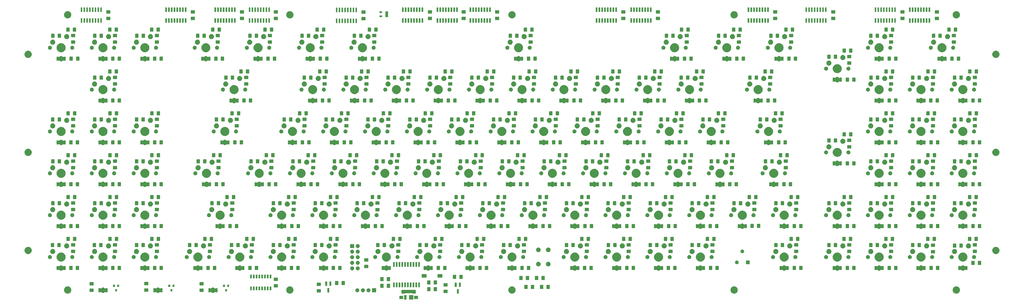
<source format=gbr>
%TF.GenerationSoftware,KiCad,Pcbnew,(5.1.5)-3*%
%TF.CreationDate,2020-04-26T16:35:23-07:00*%
%TF.ProjectId,Keyboard,4b657962-6f61-4726-942e-6b696361645f,rev?*%
%TF.SameCoordinates,Original*%
%TF.FileFunction,Soldermask,Bot*%
%TF.FilePolarity,Negative*%
%FSLAX46Y46*%
G04 Gerber Fmt 4.6, Leading zero omitted, Abs format (unit mm)*
G04 Created by KiCad (PCBNEW (5.1.5)-3) date 2020-04-26 16:35:23*
%MOMM*%
%LPD*%
G04 APERTURE LIST*
%ADD10C,0.100000*%
G04 APERTURE END LIST*
D10*
G36*
X108527000Y-165015000D02*
G01*
X106625000Y-165015000D01*
X106625000Y-163013000D01*
X108527000Y-163013000D01*
X108527000Y-165015000D01*
G37*
G36*
X105427000Y-165015000D02*
G01*
X104325000Y-165015000D01*
X104325000Y-163013000D01*
X105427000Y-163013000D01*
X105427000Y-165015000D01*
G37*
G36*
X103927000Y-164715000D02*
G01*
X102175000Y-164715000D01*
X102175000Y-163313000D01*
X103927000Y-163313000D01*
X103927000Y-164715000D01*
G37*
G36*
X110677000Y-164715000D02*
G01*
X108925000Y-164715000D01*
X108925000Y-163313000D01*
X110677000Y-163313000D01*
X110677000Y-164715000D01*
G37*
G36*
X254860006Y-159045299D02*
G01*
X254966329Y-159066448D01*
X255266792Y-159190904D01*
X255537201Y-159371586D01*
X255767165Y-159601550D01*
X255925400Y-159838365D01*
X255947848Y-159871961D01*
X255966319Y-159916554D01*
X256070860Y-160168938D01*
X256072303Y-160172423D01*
X256135750Y-160491390D01*
X256135750Y-160816612D01*
X256112777Y-160932105D01*
X256072303Y-161135580D01*
X255991826Y-161329869D01*
X255950129Y-161430535D01*
X255947847Y-161436043D01*
X255767165Y-161706452D01*
X255537201Y-161936416D01*
X255266792Y-162117098D01*
X254966329Y-162241554D01*
X254860006Y-162262703D01*
X254647361Y-162305001D01*
X254322139Y-162305001D01*
X254109494Y-162262703D01*
X254003171Y-162241554D01*
X253702708Y-162117098D01*
X253432299Y-161936416D01*
X253202335Y-161706452D01*
X253021653Y-161436043D01*
X253019372Y-161430535D01*
X252977674Y-161329869D01*
X252897197Y-161135580D01*
X252856723Y-160932105D01*
X252833750Y-160816612D01*
X252833750Y-160491390D01*
X252897197Y-160172423D01*
X252898641Y-160168938D01*
X253003181Y-159916554D01*
X253021652Y-159871961D01*
X253044100Y-159838365D01*
X253202335Y-159601550D01*
X253432299Y-159371586D01*
X253702708Y-159190904D01*
X254003171Y-159066448D01*
X254109494Y-159045299D01*
X254322139Y-159003001D01*
X254647361Y-159003001D01*
X254860006Y-159045299D01*
G37*
G36*
X52737507Y-159045299D02*
G01*
X52843830Y-159066448D01*
X53144293Y-159190904D01*
X53414702Y-159371586D01*
X53644666Y-159601550D01*
X53802901Y-159838365D01*
X53825349Y-159871961D01*
X53843820Y-159916554D01*
X53948361Y-160168938D01*
X53949804Y-160172423D01*
X54013251Y-160491390D01*
X54013251Y-160816612D01*
X53990278Y-160932105D01*
X53949804Y-161135580D01*
X53869327Y-161329869D01*
X53827630Y-161430535D01*
X53825348Y-161436043D01*
X53644666Y-161706452D01*
X53414702Y-161936416D01*
X53144293Y-162117098D01*
X52843830Y-162241554D01*
X52737507Y-162262703D01*
X52524862Y-162305001D01*
X52199640Y-162305001D01*
X51986995Y-162262703D01*
X51880672Y-162241554D01*
X51580209Y-162117098D01*
X51309800Y-161936416D01*
X51079836Y-161706452D01*
X50899154Y-161436043D01*
X50896873Y-161430535D01*
X50855175Y-161329869D01*
X50774698Y-161135580D01*
X50734224Y-160932105D01*
X50711251Y-160816612D01*
X50711251Y-160491390D01*
X50774698Y-160172423D01*
X50776142Y-160168938D01*
X50880682Y-159916554D01*
X50899153Y-159871961D01*
X50921601Y-159838365D01*
X51079836Y-159601550D01*
X51309800Y-159371586D01*
X51580209Y-159190904D01*
X51880672Y-159066448D01*
X51986995Y-159045299D01*
X52199640Y-159003001D01*
X52524862Y-159003001D01*
X52737507Y-159045299D01*
G37*
G36*
X153798757Y-159045299D02*
G01*
X153905080Y-159066448D01*
X154205543Y-159190904D01*
X154475952Y-159371586D01*
X154705916Y-159601550D01*
X154864151Y-159838365D01*
X154886599Y-159871961D01*
X154905070Y-159916554D01*
X155009611Y-160168938D01*
X155011054Y-160172423D01*
X155074501Y-160491390D01*
X155074501Y-160816612D01*
X155051528Y-160932105D01*
X155011054Y-161135580D01*
X154930577Y-161329869D01*
X154888880Y-161430535D01*
X154886598Y-161436043D01*
X154705916Y-161706452D01*
X154475952Y-161936416D01*
X154205543Y-162117098D01*
X153905080Y-162241554D01*
X153798757Y-162262703D01*
X153586112Y-162305001D01*
X153260890Y-162305001D01*
X153048245Y-162262703D01*
X152941922Y-162241554D01*
X152641459Y-162117098D01*
X152371050Y-161936416D01*
X152141086Y-161706452D01*
X151960404Y-161436043D01*
X151958123Y-161430535D01*
X151916425Y-161329869D01*
X151835948Y-161135580D01*
X151795474Y-160932105D01*
X151772501Y-160816612D01*
X151772501Y-160491390D01*
X151835948Y-160172423D01*
X151837392Y-160168938D01*
X151941932Y-159916554D01*
X151960403Y-159871961D01*
X151982851Y-159838365D01*
X152141086Y-159601550D01*
X152371050Y-159371586D01*
X152641459Y-159190904D01*
X152941922Y-159066448D01*
X153048245Y-159045299D01*
X153260890Y-159003001D01*
X153586112Y-159003001D01*
X153798757Y-159045299D01*
G37*
G36*
X355921255Y-159045299D02*
G01*
X356027578Y-159066448D01*
X356328041Y-159190904D01*
X356598450Y-159371586D01*
X356828414Y-159601550D01*
X356986649Y-159838365D01*
X357009097Y-159871961D01*
X357027568Y-159916554D01*
X357132109Y-160168938D01*
X357133552Y-160172423D01*
X357196999Y-160491390D01*
X357196999Y-160816612D01*
X357174026Y-160932105D01*
X357133552Y-161135580D01*
X357053075Y-161329869D01*
X357011378Y-161430535D01*
X357009096Y-161436043D01*
X356828414Y-161706452D01*
X356598450Y-161936416D01*
X356328041Y-162117098D01*
X356027578Y-162241554D01*
X355921255Y-162262703D01*
X355708610Y-162305001D01*
X355383388Y-162305001D01*
X355170743Y-162262703D01*
X355064420Y-162241554D01*
X354763957Y-162117098D01*
X354493548Y-161936416D01*
X354263584Y-161706452D01*
X354082902Y-161436043D01*
X354080621Y-161430535D01*
X354038923Y-161329869D01*
X353958446Y-161135580D01*
X353917972Y-160932105D01*
X353894999Y-160816612D01*
X353894999Y-160491390D01*
X353958446Y-160172423D01*
X353959890Y-160168938D01*
X354064430Y-159916554D01*
X354082901Y-159871961D01*
X354105349Y-159838365D01*
X354263584Y-159601550D01*
X354493548Y-159371586D01*
X354763957Y-159190904D01*
X355064420Y-159066448D01*
X355170743Y-159045299D01*
X355383388Y-159003001D01*
X355708610Y-159003001D01*
X355921255Y-159045299D01*
G37*
G36*
X-48323743Y-159045299D02*
G01*
X-48217420Y-159066448D01*
X-47916957Y-159190904D01*
X-47646548Y-159371586D01*
X-47416584Y-159601550D01*
X-47258349Y-159838365D01*
X-47235901Y-159871961D01*
X-47217430Y-159916554D01*
X-47112889Y-160168938D01*
X-47111446Y-160172423D01*
X-47047999Y-160491390D01*
X-47047999Y-160816612D01*
X-47070972Y-160932105D01*
X-47111446Y-161135580D01*
X-47191923Y-161329869D01*
X-47233620Y-161430535D01*
X-47235902Y-161436043D01*
X-47416584Y-161706452D01*
X-47646548Y-161936416D01*
X-47916957Y-162117098D01*
X-48217420Y-162241554D01*
X-48323743Y-162262703D01*
X-48536388Y-162305001D01*
X-48861610Y-162305001D01*
X-49074255Y-162262703D01*
X-49180578Y-162241554D01*
X-49481041Y-162117098D01*
X-49751450Y-161936416D01*
X-49981414Y-161706452D01*
X-50162096Y-161436043D01*
X-50164377Y-161430535D01*
X-50206075Y-161329869D01*
X-50286552Y-161135580D01*
X-50327026Y-160932105D01*
X-50349999Y-160816612D01*
X-50349999Y-160491390D01*
X-50286552Y-160172423D01*
X-50285108Y-160168938D01*
X-50180568Y-159916554D01*
X-50162097Y-159871961D01*
X-50139649Y-159838365D01*
X-49981414Y-159601550D01*
X-49751450Y-159371586D01*
X-49481041Y-159190904D01*
X-49180578Y-159066448D01*
X-49074255Y-159045299D01*
X-48861610Y-159003001D01*
X-48536388Y-159003001D01*
X-48323743Y-159045299D01*
G37*
G36*
X129229000Y-162267000D02*
G01*
X128327000Y-162267000D01*
X128327000Y-160265000D01*
X129229000Y-160265000D01*
X129229000Y-162267000D01*
G37*
G36*
X109677000Y-162265000D02*
G01*
X108150000Y-162265000D01*
X108150000Y-162219999D01*
X108147598Y-162195613D01*
X108140485Y-162172164D01*
X108128934Y-162150553D01*
X108113389Y-162131611D01*
X108094447Y-162116066D01*
X108072836Y-162104515D01*
X108049387Y-162097402D01*
X108025001Y-162095000D01*
X104826999Y-162095000D01*
X104802613Y-162097402D01*
X104779164Y-162104515D01*
X104757553Y-162116066D01*
X104738611Y-162131611D01*
X104723066Y-162150553D01*
X104711515Y-162172164D01*
X104704402Y-162195613D01*
X104702000Y-162219999D01*
X104702000Y-162265000D01*
X103175000Y-162265000D01*
X103175000Y-160613000D01*
X109677000Y-160613000D01*
X109677000Y-162265000D01*
G37*
G36*
X123965562Y-160494181D02*
G01*
X124000481Y-160504774D01*
X124032663Y-160521976D01*
X124060873Y-160545127D01*
X124084024Y-160573337D01*
X124101226Y-160605519D01*
X124111819Y-160640438D01*
X124116000Y-160682895D01*
X124116000Y-161824105D01*
X124111819Y-161866562D01*
X124101226Y-161901481D01*
X124084024Y-161933663D01*
X124060873Y-161961873D01*
X124032663Y-161985024D01*
X124000481Y-162002226D01*
X123965562Y-162012819D01*
X123923105Y-162017000D01*
X122456895Y-162017000D01*
X122414438Y-162012819D01*
X122379519Y-162002226D01*
X122347337Y-161985024D01*
X122319127Y-161961873D01*
X122295976Y-161933663D01*
X122278774Y-161901481D01*
X122268181Y-161866562D01*
X122264000Y-161824105D01*
X122264000Y-160682895D01*
X122268181Y-160640438D01*
X122278774Y-160605519D01*
X122295976Y-160573337D01*
X122319127Y-160545127D01*
X122347337Y-160521976D01*
X122379519Y-160504774D01*
X122414438Y-160494181D01*
X122456895Y-160490000D01*
X123923105Y-160490000D01*
X123965562Y-160494181D01*
G37*
G36*
X-32443574Y-159516260D02*
G01*
X-32443571Y-159516261D01*
X-32443570Y-159516261D01*
X-32264306Y-159570640D01*
X-32264303Y-159570642D01*
X-32264302Y-159570642D01*
X-32099096Y-159658946D01*
X-31954287Y-159777788D01*
X-31835447Y-159922595D01*
X-31826578Y-159939188D01*
X-31812964Y-159959563D01*
X-31795637Y-159976890D01*
X-31775263Y-159990504D01*
X-31752624Y-159999881D01*
X-31728591Y-160004662D01*
X-31704087Y-160004662D01*
X-31680054Y-159999882D01*
X-31657415Y-159990505D01*
X-31637040Y-159976891D01*
X-31619713Y-159959564D01*
X-31606099Y-159939190D01*
X-31596723Y-159916554D01*
X-31595135Y-159911320D01*
X-31582678Y-159888014D01*
X-31565913Y-159867586D01*
X-31545485Y-159850821D01*
X-31522182Y-159838365D01*
X-31496895Y-159830694D01*
X-31464461Y-159827500D01*
X-30695537Y-159827500D01*
X-30663103Y-159830694D01*
X-30637816Y-159838365D01*
X-30614513Y-159850821D01*
X-30594085Y-159867586D01*
X-30577320Y-159888014D01*
X-30564864Y-159911317D01*
X-30557193Y-159936604D01*
X-30553999Y-159969038D01*
X-30553999Y-161537962D01*
X-30557193Y-161570396D01*
X-30564864Y-161595683D01*
X-30577320Y-161618986D01*
X-30594085Y-161639414D01*
X-30614513Y-161656179D01*
X-30637816Y-161668635D01*
X-30663103Y-161676306D01*
X-30695537Y-161679500D01*
X-31464461Y-161679500D01*
X-31496895Y-161676306D01*
X-31522182Y-161668635D01*
X-31545485Y-161656179D01*
X-31565913Y-161639414D01*
X-31582678Y-161618986D01*
X-31595135Y-161595680D01*
X-31596723Y-161590446D01*
X-31606100Y-161567808D01*
X-31619715Y-161547434D01*
X-31637042Y-161530107D01*
X-31657417Y-161516494D01*
X-31680056Y-161507117D01*
X-31704090Y-161502338D01*
X-31728594Y-161502338D01*
X-31752627Y-161507120D01*
X-31775265Y-161516497D01*
X-31795639Y-161530112D01*
X-31812966Y-161547439D01*
X-31826578Y-161567812D01*
X-31835447Y-161584405D01*
X-31954287Y-161729212D01*
X-32099096Y-161848054D01*
X-32259261Y-161933663D01*
X-32264307Y-161936360D01*
X-32443571Y-161990739D01*
X-32443572Y-161990739D01*
X-32443575Y-161990740D01*
X-32629999Y-162009101D01*
X-32816424Y-161990740D01*
X-32816427Y-161990739D01*
X-32816428Y-161990739D01*
X-32995692Y-161936360D01*
X-33000738Y-161933663D01*
X-33160902Y-161848054D01*
X-33305711Y-161729212D01*
X-33424551Y-161584405D01*
X-33433420Y-161567812D01*
X-33447034Y-161547437D01*
X-33464361Y-161530110D01*
X-33484735Y-161516496D01*
X-33507374Y-161507119D01*
X-33531407Y-161502338D01*
X-33555911Y-161502338D01*
X-33579944Y-161507118D01*
X-33602583Y-161516495D01*
X-33622958Y-161530109D01*
X-33640285Y-161547436D01*
X-33653899Y-161567810D01*
X-33663275Y-161590446D01*
X-33664863Y-161595680D01*
X-33677320Y-161618986D01*
X-33694085Y-161639414D01*
X-33714513Y-161656179D01*
X-33737816Y-161668635D01*
X-33763103Y-161676306D01*
X-33795537Y-161679500D01*
X-34564461Y-161679500D01*
X-34596895Y-161676306D01*
X-34622182Y-161668635D01*
X-34645485Y-161656179D01*
X-34665913Y-161639414D01*
X-34682678Y-161618986D01*
X-34695134Y-161595683D01*
X-34702805Y-161570396D01*
X-34705999Y-161537962D01*
X-34705999Y-159969038D01*
X-34702805Y-159936604D01*
X-34695134Y-159911317D01*
X-34682678Y-159888014D01*
X-34665913Y-159867586D01*
X-34645485Y-159850821D01*
X-34622182Y-159838365D01*
X-34596895Y-159830694D01*
X-34564461Y-159827500D01*
X-33795537Y-159827500D01*
X-33763103Y-159830694D01*
X-33737816Y-159838365D01*
X-33714513Y-159850821D01*
X-33694085Y-159867586D01*
X-33677320Y-159888014D01*
X-33664864Y-159911317D01*
X-33663276Y-159916553D01*
X-33653898Y-159939192D01*
X-33640284Y-159959566D01*
X-33622957Y-159976893D01*
X-33602583Y-159990506D01*
X-33579944Y-159999883D01*
X-33555910Y-160004663D01*
X-33531406Y-160004663D01*
X-33507373Y-159999882D01*
X-33484734Y-159990504D01*
X-33464360Y-159976890D01*
X-33447033Y-159959563D01*
X-33433421Y-159939191D01*
X-33424551Y-159922596D01*
X-33305710Y-159777788D01*
X-33160901Y-159658946D01*
X-32995695Y-159570642D01*
X-32995694Y-159570642D01*
X-32995691Y-159570640D01*
X-32816427Y-159516261D01*
X-32816426Y-159516261D01*
X-32816423Y-159516260D01*
X-32629999Y-159497899D01*
X-32443574Y-159516260D01*
G37*
G36*
X-7443574Y-159516260D02*
G01*
X-7443571Y-159516261D01*
X-7443570Y-159516261D01*
X-7264306Y-159570640D01*
X-7264303Y-159570642D01*
X-7264302Y-159570642D01*
X-7099096Y-159658946D01*
X-6954287Y-159777788D01*
X-6835447Y-159922595D01*
X-6826578Y-159939188D01*
X-6812964Y-159959563D01*
X-6795637Y-159976890D01*
X-6775263Y-159990504D01*
X-6752624Y-159999881D01*
X-6728591Y-160004662D01*
X-6704087Y-160004662D01*
X-6680054Y-159999882D01*
X-6657415Y-159990505D01*
X-6637040Y-159976891D01*
X-6619713Y-159959564D01*
X-6606099Y-159939190D01*
X-6596723Y-159916554D01*
X-6595135Y-159911320D01*
X-6582678Y-159888014D01*
X-6565913Y-159867586D01*
X-6545485Y-159850821D01*
X-6522182Y-159838365D01*
X-6496895Y-159830694D01*
X-6464461Y-159827500D01*
X-5695537Y-159827500D01*
X-5663103Y-159830694D01*
X-5637816Y-159838365D01*
X-5614513Y-159850821D01*
X-5594085Y-159867586D01*
X-5577320Y-159888014D01*
X-5564864Y-159911317D01*
X-5557193Y-159936604D01*
X-5553999Y-159969038D01*
X-5553999Y-161537962D01*
X-5557193Y-161570396D01*
X-5564864Y-161595683D01*
X-5577320Y-161618986D01*
X-5594085Y-161639414D01*
X-5614513Y-161656179D01*
X-5637816Y-161668635D01*
X-5663103Y-161676306D01*
X-5695537Y-161679500D01*
X-6464461Y-161679500D01*
X-6496895Y-161676306D01*
X-6522182Y-161668635D01*
X-6545485Y-161656179D01*
X-6565913Y-161639414D01*
X-6582678Y-161618986D01*
X-6595135Y-161595680D01*
X-6596723Y-161590446D01*
X-6606100Y-161567808D01*
X-6619715Y-161547434D01*
X-6637042Y-161530107D01*
X-6657417Y-161516494D01*
X-6680056Y-161507117D01*
X-6704090Y-161502338D01*
X-6728594Y-161502338D01*
X-6752627Y-161507120D01*
X-6775265Y-161516497D01*
X-6795639Y-161530112D01*
X-6812966Y-161547439D01*
X-6826578Y-161567812D01*
X-6835447Y-161584405D01*
X-6954287Y-161729212D01*
X-7099096Y-161848054D01*
X-7259261Y-161933663D01*
X-7264307Y-161936360D01*
X-7443571Y-161990739D01*
X-7443572Y-161990739D01*
X-7443575Y-161990740D01*
X-7629999Y-162009101D01*
X-7816424Y-161990740D01*
X-7816427Y-161990739D01*
X-7816428Y-161990739D01*
X-7995692Y-161936360D01*
X-8000738Y-161933663D01*
X-8160902Y-161848054D01*
X-8305711Y-161729212D01*
X-8424551Y-161584405D01*
X-8433420Y-161567812D01*
X-8447034Y-161547437D01*
X-8464361Y-161530110D01*
X-8484735Y-161516496D01*
X-8507374Y-161507119D01*
X-8531407Y-161502338D01*
X-8555911Y-161502338D01*
X-8579944Y-161507118D01*
X-8602583Y-161516495D01*
X-8622958Y-161530109D01*
X-8640285Y-161547436D01*
X-8653899Y-161567810D01*
X-8663275Y-161590446D01*
X-8664863Y-161595680D01*
X-8677320Y-161618986D01*
X-8694085Y-161639414D01*
X-8714513Y-161656179D01*
X-8737816Y-161668635D01*
X-8763103Y-161676306D01*
X-8795537Y-161679500D01*
X-9564461Y-161679500D01*
X-9596895Y-161676306D01*
X-9622182Y-161668635D01*
X-9645485Y-161656179D01*
X-9665913Y-161639414D01*
X-9682678Y-161618986D01*
X-9695134Y-161595683D01*
X-9702805Y-161570396D01*
X-9705999Y-161537962D01*
X-9705999Y-159969038D01*
X-9702805Y-159936604D01*
X-9695134Y-159911317D01*
X-9682678Y-159888014D01*
X-9665913Y-159867586D01*
X-9645485Y-159850821D01*
X-9622182Y-159838365D01*
X-9596895Y-159830694D01*
X-9564461Y-159827500D01*
X-8795537Y-159827500D01*
X-8763103Y-159830694D01*
X-8737816Y-159838365D01*
X-8714513Y-159850821D01*
X-8694085Y-159867586D01*
X-8677320Y-159888014D01*
X-8664864Y-159911317D01*
X-8663276Y-159916553D01*
X-8653898Y-159939192D01*
X-8640284Y-159959566D01*
X-8622957Y-159976893D01*
X-8602583Y-159990506D01*
X-8579944Y-159999883D01*
X-8555910Y-160004663D01*
X-8531406Y-160004663D01*
X-8507373Y-159999882D01*
X-8484734Y-159990504D01*
X-8464360Y-159976890D01*
X-8447033Y-159959563D01*
X-8433421Y-159939191D01*
X-8424551Y-159922596D01*
X-8305710Y-159777788D01*
X-8160901Y-159658946D01*
X-7995695Y-159570642D01*
X-7995694Y-159570642D01*
X-7995691Y-159570640D01*
X-7816427Y-159516261D01*
X-7816426Y-159516261D01*
X-7816423Y-159516260D01*
X-7629999Y-159497899D01*
X-7443574Y-159516260D01*
G37*
G36*
X17556425Y-159516260D02*
G01*
X17556428Y-159516261D01*
X17556429Y-159516261D01*
X17735693Y-159570640D01*
X17735696Y-159570642D01*
X17735697Y-159570642D01*
X17900903Y-159658946D01*
X18045712Y-159777788D01*
X18164552Y-159922595D01*
X18173421Y-159939188D01*
X18187035Y-159959563D01*
X18204362Y-159976890D01*
X18224736Y-159990504D01*
X18247375Y-159999881D01*
X18271408Y-160004662D01*
X18295912Y-160004662D01*
X18319945Y-159999882D01*
X18342584Y-159990505D01*
X18362959Y-159976891D01*
X18380286Y-159959564D01*
X18393900Y-159939190D01*
X18403276Y-159916554D01*
X18404864Y-159911320D01*
X18417321Y-159888014D01*
X18434086Y-159867586D01*
X18454514Y-159850821D01*
X18477817Y-159838365D01*
X18503104Y-159830694D01*
X18535538Y-159827500D01*
X19304462Y-159827500D01*
X19336896Y-159830694D01*
X19362183Y-159838365D01*
X19385486Y-159850821D01*
X19405914Y-159867586D01*
X19422679Y-159888014D01*
X19435135Y-159911317D01*
X19442806Y-159936604D01*
X19446000Y-159969038D01*
X19446000Y-161537962D01*
X19442806Y-161570396D01*
X19435135Y-161595683D01*
X19422679Y-161618986D01*
X19405914Y-161639414D01*
X19385486Y-161656179D01*
X19362183Y-161668635D01*
X19336896Y-161676306D01*
X19304462Y-161679500D01*
X18535538Y-161679500D01*
X18503104Y-161676306D01*
X18477817Y-161668635D01*
X18454514Y-161656179D01*
X18434086Y-161639414D01*
X18417321Y-161618986D01*
X18404864Y-161595680D01*
X18403276Y-161590446D01*
X18393899Y-161567808D01*
X18380284Y-161547434D01*
X18362957Y-161530107D01*
X18342582Y-161516494D01*
X18319943Y-161507117D01*
X18295909Y-161502338D01*
X18271405Y-161502338D01*
X18247372Y-161507120D01*
X18224734Y-161516497D01*
X18204360Y-161530112D01*
X18187033Y-161547439D01*
X18173421Y-161567812D01*
X18164552Y-161584405D01*
X18045712Y-161729212D01*
X17900903Y-161848054D01*
X17740738Y-161933663D01*
X17735692Y-161936360D01*
X17556428Y-161990739D01*
X17556427Y-161990739D01*
X17556424Y-161990740D01*
X17370000Y-162009101D01*
X17183575Y-161990740D01*
X17183572Y-161990739D01*
X17183571Y-161990739D01*
X17004307Y-161936360D01*
X16999261Y-161933663D01*
X16839097Y-161848054D01*
X16694288Y-161729212D01*
X16575448Y-161584405D01*
X16566579Y-161567812D01*
X16552965Y-161547437D01*
X16535638Y-161530110D01*
X16515264Y-161516496D01*
X16492625Y-161507119D01*
X16468592Y-161502338D01*
X16444088Y-161502338D01*
X16420055Y-161507118D01*
X16397416Y-161516495D01*
X16377041Y-161530109D01*
X16359714Y-161547436D01*
X16346100Y-161567810D01*
X16336724Y-161590446D01*
X16335136Y-161595680D01*
X16322679Y-161618986D01*
X16305914Y-161639414D01*
X16285486Y-161656179D01*
X16262183Y-161668635D01*
X16236896Y-161676306D01*
X16204462Y-161679500D01*
X15435538Y-161679500D01*
X15403104Y-161676306D01*
X15377817Y-161668635D01*
X15354514Y-161656179D01*
X15334086Y-161639414D01*
X15317321Y-161618986D01*
X15304865Y-161595683D01*
X15297194Y-161570396D01*
X15294000Y-161537962D01*
X15294000Y-159969038D01*
X15297194Y-159936604D01*
X15304865Y-159911317D01*
X15317321Y-159888014D01*
X15334086Y-159867586D01*
X15354514Y-159850821D01*
X15377817Y-159838365D01*
X15403104Y-159830694D01*
X15435538Y-159827500D01*
X16204462Y-159827500D01*
X16236896Y-159830694D01*
X16262183Y-159838365D01*
X16285486Y-159850821D01*
X16305914Y-159867586D01*
X16322679Y-159888014D01*
X16335135Y-159911317D01*
X16336723Y-159916553D01*
X16346101Y-159939192D01*
X16359715Y-159959566D01*
X16377042Y-159976893D01*
X16397416Y-159990506D01*
X16420055Y-159999883D01*
X16444089Y-160004663D01*
X16468593Y-160004663D01*
X16492626Y-159999882D01*
X16515265Y-159990504D01*
X16535639Y-159976890D01*
X16552966Y-159959563D01*
X16566578Y-159939191D01*
X16575448Y-159922596D01*
X16694289Y-159777788D01*
X16839098Y-159658946D01*
X17004304Y-159570642D01*
X17004305Y-159570642D01*
X17004308Y-159570640D01*
X17183572Y-159516261D01*
X17183573Y-159516261D01*
X17183576Y-159516260D01*
X17370000Y-159497899D01*
X17556425Y-159516260D01*
G37*
G36*
X66307562Y-160240181D02*
G01*
X66342481Y-160250774D01*
X66374663Y-160267976D01*
X66402873Y-160291127D01*
X66426024Y-160319337D01*
X66443226Y-160351519D01*
X66453819Y-160386438D01*
X66458000Y-160428895D01*
X66458000Y-161570105D01*
X66453819Y-161612562D01*
X66443226Y-161647481D01*
X66426024Y-161679663D01*
X66402873Y-161707873D01*
X66374663Y-161731024D01*
X66342481Y-161748226D01*
X66307562Y-161758819D01*
X66265105Y-161763000D01*
X64798895Y-161763000D01*
X64756438Y-161758819D01*
X64721519Y-161748226D01*
X64689337Y-161731024D01*
X64661127Y-161707873D01*
X64637976Y-161679663D01*
X64620774Y-161647481D01*
X64610181Y-161612562D01*
X64606000Y-161570105D01*
X64606000Y-160428895D01*
X64610181Y-160386438D01*
X64620774Y-160351519D01*
X64637976Y-160319337D01*
X64661127Y-160291127D01*
X64689337Y-160267976D01*
X64721519Y-160250774D01*
X64756438Y-160240181D01*
X64798895Y-160236000D01*
X66265105Y-160236000D01*
X66307562Y-160240181D01*
G37*
G36*
X70301000Y-161759000D02*
G01*
X69399000Y-161759000D01*
X69399000Y-159757000D01*
X70301000Y-159757000D01*
X70301000Y-161759000D01*
G37*
G36*
X91579000Y-161683000D02*
G01*
X89777000Y-161683000D01*
X89777000Y-159881000D01*
X91579000Y-159881000D01*
X91579000Y-161683000D01*
G37*
G36*
X88251512Y-159885927D02*
G01*
X88400812Y-159915624D01*
X88564784Y-159983544D01*
X88712354Y-160082147D01*
X88837853Y-160207646D01*
X88936456Y-160355216D01*
X89004376Y-160519188D01*
X89039000Y-160693259D01*
X89039000Y-160870741D01*
X89004376Y-161044812D01*
X88936456Y-161208784D01*
X88837853Y-161356354D01*
X88712354Y-161481853D01*
X88564784Y-161580456D01*
X88400812Y-161648376D01*
X88264663Y-161675457D01*
X88226742Y-161683000D01*
X88049258Y-161683000D01*
X88011337Y-161675457D01*
X87875188Y-161648376D01*
X87711216Y-161580456D01*
X87563646Y-161481853D01*
X87438147Y-161356354D01*
X87339544Y-161208784D01*
X87271624Y-161044812D01*
X87237000Y-160870741D01*
X87237000Y-160693259D01*
X87271624Y-160519188D01*
X87339544Y-160355216D01*
X87438147Y-160207646D01*
X87563646Y-160082147D01*
X87711216Y-159983544D01*
X87875188Y-159915624D01*
X88024488Y-159885927D01*
X88049258Y-159881000D01*
X88226742Y-159881000D01*
X88251512Y-159885927D01*
G37*
G36*
X85711512Y-159885927D02*
G01*
X85860812Y-159915624D01*
X86024784Y-159983544D01*
X86172354Y-160082147D01*
X86297853Y-160207646D01*
X86396456Y-160355216D01*
X86464376Y-160519188D01*
X86499000Y-160693259D01*
X86499000Y-160870741D01*
X86464376Y-161044812D01*
X86396456Y-161208784D01*
X86297853Y-161356354D01*
X86172354Y-161481853D01*
X86024784Y-161580456D01*
X85860812Y-161648376D01*
X85724663Y-161675457D01*
X85686742Y-161683000D01*
X85509258Y-161683000D01*
X85471337Y-161675457D01*
X85335188Y-161648376D01*
X85171216Y-161580456D01*
X85023646Y-161481853D01*
X84898147Y-161356354D01*
X84799544Y-161208784D01*
X84731624Y-161044812D01*
X84697000Y-160870741D01*
X84697000Y-160693259D01*
X84731624Y-160519188D01*
X84799544Y-160355216D01*
X84898147Y-160207646D01*
X85023646Y-160082147D01*
X85171216Y-159983544D01*
X85335188Y-159915624D01*
X85484488Y-159885927D01*
X85509258Y-159881000D01*
X85686742Y-159881000D01*
X85711512Y-159885927D01*
G37*
G36*
X83171512Y-159885927D02*
G01*
X83320812Y-159915624D01*
X83484784Y-159983544D01*
X83632354Y-160082147D01*
X83757853Y-160207646D01*
X83856456Y-160355216D01*
X83924376Y-160519188D01*
X83959000Y-160693259D01*
X83959000Y-160870741D01*
X83924376Y-161044812D01*
X83856456Y-161208784D01*
X83757853Y-161356354D01*
X83632354Y-161481853D01*
X83484784Y-161580456D01*
X83320812Y-161648376D01*
X83184663Y-161675457D01*
X83146742Y-161683000D01*
X82969258Y-161683000D01*
X82931337Y-161675457D01*
X82795188Y-161648376D01*
X82631216Y-161580456D01*
X82483646Y-161481853D01*
X82358147Y-161356354D01*
X82259544Y-161208784D01*
X82191624Y-161044812D01*
X82157000Y-160870741D01*
X82157000Y-160693259D01*
X82191624Y-160519188D01*
X82259544Y-160355216D01*
X82358147Y-160207646D01*
X82483646Y-160082147D01*
X82631216Y-159983544D01*
X82795188Y-159915624D01*
X82944488Y-159885927D01*
X82969258Y-159881000D01*
X83146742Y-159881000D01*
X83171512Y-159885927D01*
G37*
G36*
X-37070438Y-160022681D02*
G01*
X-37035519Y-160033274D01*
X-37003337Y-160050476D01*
X-36975127Y-160073627D01*
X-36951976Y-160101837D01*
X-36934774Y-160134019D01*
X-36924181Y-160168938D01*
X-36920000Y-160211395D01*
X-36920000Y-161352605D01*
X-36924181Y-161395062D01*
X-36934774Y-161429981D01*
X-36951976Y-161462163D01*
X-36975127Y-161490373D01*
X-37003337Y-161513524D01*
X-37035519Y-161530726D01*
X-37070438Y-161541319D01*
X-37112895Y-161545500D01*
X-38579105Y-161545500D01*
X-38621562Y-161541319D01*
X-38656481Y-161530726D01*
X-38688663Y-161513524D01*
X-38716873Y-161490373D01*
X-38740024Y-161462163D01*
X-38757226Y-161429981D01*
X-38767819Y-161395062D01*
X-38772000Y-161352605D01*
X-38772000Y-160211395D01*
X-38767819Y-160168938D01*
X-38757226Y-160134019D01*
X-38740024Y-160101837D01*
X-38716873Y-160073627D01*
X-38688663Y-160050476D01*
X-38656481Y-160033274D01*
X-38621562Y-160022681D01*
X-38579105Y-160018500D01*
X-37112895Y-160018500D01*
X-37070438Y-160022681D01*
G37*
G36*
X12967562Y-159986181D02*
G01*
X13002481Y-159996774D01*
X13034663Y-160013976D01*
X13062873Y-160037127D01*
X13086024Y-160065337D01*
X13103226Y-160097519D01*
X13113819Y-160132438D01*
X13118000Y-160174895D01*
X13118000Y-161316105D01*
X13113819Y-161358562D01*
X13103226Y-161393481D01*
X13086024Y-161425663D01*
X13062873Y-161453873D01*
X13034663Y-161477024D01*
X13002481Y-161494226D01*
X12967562Y-161504819D01*
X12925105Y-161509000D01*
X11458895Y-161509000D01*
X11416438Y-161504819D01*
X11381519Y-161494226D01*
X11349337Y-161477024D01*
X11321127Y-161453873D01*
X11297976Y-161425663D01*
X11280774Y-161393481D01*
X11270181Y-161358562D01*
X11266000Y-161316105D01*
X11266000Y-160174895D01*
X11270181Y-160132438D01*
X11280774Y-160097519D01*
X11297976Y-160065337D01*
X11321127Y-160037127D01*
X11349337Y-160013976D01*
X11381519Y-159996774D01*
X11416438Y-159986181D01*
X11458895Y-159982000D01*
X12925105Y-159982000D01*
X12967562Y-159986181D01*
G37*
G36*
X-12178438Y-159949681D02*
G01*
X-12143519Y-159960274D01*
X-12111337Y-159977476D01*
X-12083127Y-160000627D01*
X-12059976Y-160028837D01*
X-12042774Y-160061019D01*
X-12032181Y-160095938D01*
X-12028000Y-160138395D01*
X-12028000Y-161279605D01*
X-12032181Y-161322062D01*
X-12042774Y-161356981D01*
X-12059976Y-161389163D01*
X-12083127Y-161417373D01*
X-12111337Y-161440524D01*
X-12143519Y-161457726D01*
X-12178438Y-161468319D01*
X-12220895Y-161472500D01*
X-13687105Y-161472500D01*
X-13729562Y-161468319D01*
X-13764481Y-161457726D01*
X-13796663Y-161440524D01*
X-13824873Y-161417373D01*
X-13848024Y-161389163D01*
X-13865226Y-161356981D01*
X-13875819Y-161322062D01*
X-13880000Y-161279605D01*
X-13880000Y-160138395D01*
X-13875819Y-160095938D01*
X-13865226Y-160061019D01*
X-13848024Y-160028837D01*
X-13824873Y-160000627D01*
X-13796663Y-159977476D01*
X-13764481Y-159960274D01*
X-13729562Y-159949681D01*
X-13687105Y-159945500D01*
X-12220895Y-159945500D01*
X-12178438Y-159949681D01*
G37*
G36*
X-26219000Y-161267000D02*
G01*
X-27121000Y-161267000D01*
X-27121000Y-160265000D01*
X-26219000Y-160265000D01*
X-26219000Y-161267000D01*
G37*
G36*
X-1073000Y-161267000D02*
G01*
X-1975000Y-161267000D01*
X-1975000Y-160265000D01*
X-1073000Y-160265000D01*
X-1073000Y-161267000D01*
G37*
G36*
X23819000Y-161267000D02*
G01*
X22917000Y-161267000D01*
X22917000Y-160265000D01*
X23819000Y-160265000D01*
X23819000Y-161267000D01*
G37*
G36*
X116219562Y-159352181D02*
G01*
X116254481Y-159362774D01*
X116286663Y-159379976D01*
X116314873Y-159403127D01*
X116338024Y-159431337D01*
X116355226Y-159463519D01*
X116365819Y-159498438D01*
X116370000Y-159540895D01*
X116370000Y-161007105D01*
X116365819Y-161049562D01*
X116355226Y-161084481D01*
X116338024Y-161116663D01*
X116314873Y-161144873D01*
X116286663Y-161168024D01*
X116254481Y-161185226D01*
X116219562Y-161195819D01*
X116177105Y-161200000D01*
X115035895Y-161200000D01*
X114993438Y-161195819D01*
X114958519Y-161185226D01*
X114926337Y-161168024D01*
X114898127Y-161144873D01*
X114874976Y-161116663D01*
X114857774Y-161084481D01*
X114847181Y-161049562D01*
X114843000Y-161007105D01*
X114843000Y-159540895D01*
X114847181Y-159498438D01*
X114857774Y-159463519D01*
X114874976Y-159431337D01*
X114898127Y-159403127D01*
X114926337Y-159379976D01*
X114958519Y-159362774D01*
X114993438Y-159352181D01*
X115035895Y-159348000D01*
X116177105Y-159348000D01*
X116219562Y-159352181D01*
G37*
G36*
X119194562Y-159352181D02*
G01*
X119229481Y-159362774D01*
X119261663Y-159379976D01*
X119289873Y-159403127D01*
X119313024Y-159431337D01*
X119330226Y-159463519D01*
X119340819Y-159498438D01*
X119345000Y-159540895D01*
X119345000Y-161007105D01*
X119340819Y-161049562D01*
X119330226Y-161084481D01*
X119313024Y-161116663D01*
X119289873Y-161144873D01*
X119261663Y-161168024D01*
X119229481Y-161185226D01*
X119194562Y-161195819D01*
X119152105Y-161200000D01*
X118010895Y-161200000D01*
X117968438Y-161195819D01*
X117933519Y-161185226D01*
X117901337Y-161168024D01*
X117873127Y-161144873D01*
X117849976Y-161116663D01*
X117832774Y-161084481D01*
X117822181Y-161049562D01*
X117818000Y-161007105D01*
X117818000Y-159540895D01*
X117822181Y-159498438D01*
X117832774Y-159463519D01*
X117849976Y-159431337D01*
X117873127Y-159403127D01*
X117901337Y-159379976D01*
X117933519Y-159362774D01*
X117968438Y-159352181D01*
X118010895Y-159348000D01*
X119152105Y-159348000D01*
X119194562Y-159352181D01*
G37*
G36*
X42661000Y-160771000D02*
G01*
X41921000Y-160771000D01*
X41921000Y-159081000D01*
X42661000Y-159081000D01*
X42661000Y-160771000D01*
G37*
G36*
X43931000Y-160771000D02*
G01*
X43191000Y-160771000D01*
X43191000Y-159081000D01*
X43931000Y-159081000D01*
X43931000Y-160771000D01*
G37*
G36*
X41391000Y-160771000D02*
G01*
X40651000Y-160771000D01*
X40651000Y-159081000D01*
X41391000Y-159081000D01*
X41391000Y-160771000D01*
G37*
G36*
X40121000Y-160771000D02*
G01*
X39381000Y-160771000D01*
X39381000Y-159081000D01*
X40121000Y-159081000D01*
X40121000Y-160771000D01*
G37*
G36*
X38851000Y-160771000D02*
G01*
X38111000Y-160771000D01*
X38111000Y-159081000D01*
X38851000Y-159081000D01*
X38851000Y-160771000D01*
G37*
G36*
X37581000Y-160771000D02*
G01*
X36841000Y-160771000D01*
X36841000Y-159081000D01*
X37581000Y-159081000D01*
X37581000Y-160771000D01*
G37*
G36*
X36311000Y-160771000D02*
G01*
X35571000Y-160771000D01*
X35571000Y-159081000D01*
X36311000Y-159081000D01*
X36311000Y-160771000D01*
G37*
G36*
X35041000Y-160771000D02*
G01*
X34301000Y-160771000D01*
X34301000Y-159081000D01*
X35041000Y-159081000D01*
X35041000Y-160771000D01*
G37*
G36*
X160415562Y-158336181D02*
G01*
X160450481Y-158346774D01*
X160482663Y-158363976D01*
X160510873Y-158387127D01*
X160534024Y-158415337D01*
X160551226Y-158447519D01*
X160561819Y-158482438D01*
X160566000Y-158524895D01*
X160566000Y-159991105D01*
X160561819Y-160033562D01*
X160551226Y-160068481D01*
X160534024Y-160100663D01*
X160510873Y-160128873D01*
X160482663Y-160152024D01*
X160450481Y-160169226D01*
X160415562Y-160179819D01*
X160373105Y-160184000D01*
X159231895Y-160184000D01*
X159189438Y-160179819D01*
X159154519Y-160169226D01*
X159122337Y-160152024D01*
X159094127Y-160128873D01*
X159070976Y-160100663D01*
X159053774Y-160068481D01*
X159043181Y-160033562D01*
X159039000Y-159991105D01*
X159039000Y-158524895D01*
X159043181Y-158482438D01*
X159053774Y-158447519D01*
X159070976Y-158415337D01*
X159094127Y-158387127D01*
X159122337Y-158363976D01*
X159154519Y-158346774D01*
X159189438Y-158336181D01*
X159231895Y-158332000D01*
X160373105Y-158332000D01*
X160415562Y-158336181D01*
G37*
G36*
X163390562Y-158336181D02*
G01*
X163425481Y-158346774D01*
X163457663Y-158363976D01*
X163485873Y-158387127D01*
X163509024Y-158415337D01*
X163526226Y-158447519D01*
X163536819Y-158482438D01*
X163541000Y-158524895D01*
X163541000Y-159991105D01*
X163536819Y-160033562D01*
X163526226Y-160068481D01*
X163509024Y-160100663D01*
X163485873Y-160128873D01*
X163457663Y-160152024D01*
X163425481Y-160169226D01*
X163390562Y-160179819D01*
X163348105Y-160184000D01*
X162206895Y-160184000D01*
X162164438Y-160179819D01*
X162129519Y-160169226D01*
X162097337Y-160152024D01*
X162069127Y-160128873D01*
X162045976Y-160100663D01*
X162028774Y-160068481D01*
X162018181Y-160033562D01*
X162014000Y-159991105D01*
X162014000Y-158524895D01*
X162018181Y-158482438D01*
X162028774Y-158447519D01*
X162045976Y-158415337D01*
X162069127Y-158387127D01*
X162097337Y-158363976D01*
X162129519Y-158346774D01*
X162164438Y-158336181D01*
X162206895Y-158332000D01*
X163348105Y-158332000D01*
X163390562Y-158336181D01*
G37*
G36*
X167527562Y-158336181D02*
G01*
X167562481Y-158346774D01*
X167594663Y-158363976D01*
X167622873Y-158387127D01*
X167646024Y-158415337D01*
X167663226Y-158447519D01*
X167673819Y-158482438D01*
X167678000Y-158524895D01*
X167678000Y-159991105D01*
X167673819Y-160033562D01*
X167663226Y-160068481D01*
X167646024Y-160100663D01*
X167622873Y-160128873D01*
X167594663Y-160152024D01*
X167562481Y-160169226D01*
X167527562Y-160179819D01*
X167485105Y-160184000D01*
X166343895Y-160184000D01*
X166301438Y-160179819D01*
X166266519Y-160169226D01*
X166234337Y-160152024D01*
X166206127Y-160128873D01*
X166182976Y-160100663D01*
X166165774Y-160068481D01*
X166155181Y-160033562D01*
X166151000Y-159991105D01*
X166151000Y-158524895D01*
X166155181Y-158482438D01*
X166165774Y-158447519D01*
X166182976Y-158415337D01*
X166206127Y-158387127D01*
X166234337Y-158363976D01*
X166266519Y-158346774D01*
X166301438Y-158336181D01*
X166343895Y-158332000D01*
X167485105Y-158332000D01*
X167527562Y-158336181D01*
G37*
G36*
X170502562Y-158336181D02*
G01*
X170537481Y-158346774D01*
X170569663Y-158363976D01*
X170597873Y-158387127D01*
X170621024Y-158415337D01*
X170638226Y-158447519D01*
X170648819Y-158482438D01*
X170653000Y-158524895D01*
X170653000Y-159991105D01*
X170648819Y-160033562D01*
X170638226Y-160068481D01*
X170621024Y-160100663D01*
X170597873Y-160128873D01*
X170569663Y-160152024D01*
X170537481Y-160169226D01*
X170502562Y-160179819D01*
X170460105Y-160184000D01*
X169318895Y-160184000D01*
X169276438Y-160179819D01*
X169241519Y-160169226D01*
X169209337Y-160152024D01*
X169181127Y-160128873D01*
X169157976Y-160100663D01*
X169140774Y-160068481D01*
X169130181Y-160033562D01*
X169126000Y-159991105D01*
X169126000Y-158524895D01*
X169130181Y-158482438D01*
X169140774Y-158447519D01*
X169157976Y-158415337D01*
X169181127Y-158387127D01*
X169209337Y-158363976D01*
X169241519Y-158346774D01*
X169276438Y-158336181D01*
X169318895Y-158332000D01*
X170460105Y-158332000D01*
X170502562Y-158336181D01*
G37*
G36*
X97858562Y-157828181D02*
G01*
X97893481Y-157838774D01*
X97925663Y-157855976D01*
X97953873Y-157879127D01*
X97977024Y-157907337D01*
X97994226Y-157939519D01*
X98004819Y-157974438D01*
X98009000Y-158016895D01*
X98009000Y-159483105D01*
X98004819Y-159525562D01*
X97994226Y-159560481D01*
X97977024Y-159592663D01*
X97953873Y-159620873D01*
X97925663Y-159644024D01*
X97893481Y-159661226D01*
X97858562Y-159671819D01*
X97816105Y-159676000D01*
X96674895Y-159676000D01*
X96632438Y-159671819D01*
X96597519Y-159661226D01*
X96565337Y-159644024D01*
X96537127Y-159620873D01*
X96513976Y-159592663D01*
X96496774Y-159560481D01*
X96486181Y-159525562D01*
X96482000Y-159483105D01*
X96482000Y-158016895D01*
X96486181Y-157974438D01*
X96496774Y-157939519D01*
X96513976Y-157907337D01*
X96537127Y-157879127D01*
X96565337Y-157855976D01*
X96597519Y-157838774D01*
X96632438Y-157828181D01*
X96674895Y-157824000D01*
X97816105Y-157824000D01*
X97858562Y-157828181D01*
G37*
G36*
X94883562Y-157828181D02*
G01*
X94918481Y-157838774D01*
X94950663Y-157855976D01*
X94978873Y-157879127D01*
X95002024Y-157907337D01*
X95019226Y-157939519D01*
X95029819Y-157974438D01*
X95034000Y-158016895D01*
X95034000Y-159483105D01*
X95029819Y-159525562D01*
X95019226Y-159560481D01*
X95002024Y-159592663D01*
X94978873Y-159620873D01*
X94950663Y-159644024D01*
X94918481Y-159661226D01*
X94883562Y-159671819D01*
X94841105Y-159676000D01*
X93699895Y-159676000D01*
X93657438Y-159671819D01*
X93622519Y-159661226D01*
X93590337Y-159644024D01*
X93562127Y-159620873D01*
X93538976Y-159592663D01*
X93521774Y-159560481D01*
X93511181Y-159525562D01*
X93507000Y-159483105D01*
X93507000Y-158016895D01*
X93511181Y-157974438D01*
X93521774Y-157939519D01*
X93538976Y-157907337D01*
X93562127Y-157879127D01*
X93590337Y-157855976D01*
X93622519Y-157838774D01*
X93657438Y-157828181D01*
X93699895Y-157824000D01*
X94841105Y-157824000D01*
X94883562Y-157828181D01*
G37*
G36*
X46749562Y-157954181D02*
G01*
X46784481Y-157964774D01*
X46816663Y-157981976D01*
X46844873Y-158005127D01*
X46868024Y-158033337D01*
X46885226Y-158065519D01*
X46895819Y-158100438D01*
X46900000Y-158142895D01*
X46900000Y-159284105D01*
X46895819Y-159326562D01*
X46885226Y-159361481D01*
X46868024Y-159393663D01*
X46844873Y-159421873D01*
X46816663Y-159445024D01*
X46784481Y-159462226D01*
X46749562Y-159472819D01*
X46707105Y-159477000D01*
X45240895Y-159477000D01*
X45198438Y-159472819D01*
X45163519Y-159462226D01*
X45131337Y-159445024D01*
X45103127Y-159421873D01*
X45079976Y-159393663D01*
X45062774Y-159361481D01*
X45052181Y-159326562D01*
X45048000Y-159284105D01*
X45048000Y-158142895D01*
X45052181Y-158100438D01*
X45062774Y-158065519D01*
X45079976Y-158033337D01*
X45103127Y-158005127D01*
X45131337Y-157981976D01*
X45163519Y-157964774D01*
X45198438Y-157954181D01*
X45240895Y-157950000D01*
X46707105Y-157950000D01*
X46749562Y-157954181D01*
G37*
G36*
X99954928Y-157246764D02*
G01*
X99976009Y-157253160D01*
X99995445Y-157263548D01*
X100012476Y-157277524D01*
X100026452Y-157294555D01*
X100036840Y-157313991D01*
X100043236Y-157335072D01*
X100046000Y-157363140D01*
X100046000Y-159276860D01*
X100043236Y-159304928D01*
X100036840Y-159326009D01*
X100026452Y-159345445D01*
X100012476Y-159362476D01*
X99995445Y-159376452D01*
X99976009Y-159386840D01*
X99954928Y-159393236D01*
X99926860Y-159396000D01*
X99463140Y-159396000D01*
X99435072Y-159393236D01*
X99413991Y-159386840D01*
X99394555Y-159376452D01*
X99377524Y-159362476D01*
X99363548Y-159345445D01*
X99353160Y-159326009D01*
X99346764Y-159304928D01*
X99344000Y-159276860D01*
X99344000Y-157363140D01*
X99346764Y-157335072D01*
X99353160Y-157313991D01*
X99363548Y-157294555D01*
X99377524Y-157277524D01*
X99394555Y-157263548D01*
X99413991Y-157253160D01*
X99435072Y-157246764D01*
X99463140Y-157244000D01*
X99926860Y-157244000D01*
X99954928Y-157246764D01*
G37*
G36*
X110114928Y-157246764D02*
G01*
X110136009Y-157253160D01*
X110155445Y-157263548D01*
X110172476Y-157277524D01*
X110186452Y-157294555D01*
X110196840Y-157313991D01*
X110203236Y-157335072D01*
X110206000Y-157363140D01*
X110206000Y-159276860D01*
X110203236Y-159304928D01*
X110196840Y-159326009D01*
X110186452Y-159345445D01*
X110172476Y-159362476D01*
X110155445Y-159376452D01*
X110136009Y-159386840D01*
X110114928Y-159393236D01*
X110086860Y-159396000D01*
X109623140Y-159396000D01*
X109595072Y-159393236D01*
X109573991Y-159386840D01*
X109554555Y-159376452D01*
X109537524Y-159362476D01*
X109523548Y-159345445D01*
X109513160Y-159326009D01*
X109506764Y-159304928D01*
X109504000Y-159276860D01*
X109504000Y-157363140D01*
X109506764Y-157335072D01*
X109513160Y-157313991D01*
X109523548Y-157294555D01*
X109537524Y-157277524D01*
X109554555Y-157263548D01*
X109573991Y-157253160D01*
X109595072Y-157246764D01*
X109623140Y-157244000D01*
X110086860Y-157244000D01*
X110114928Y-157246764D01*
G37*
G36*
X108844928Y-157246764D02*
G01*
X108866009Y-157253160D01*
X108885445Y-157263548D01*
X108902476Y-157277524D01*
X108916452Y-157294555D01*
X108926840Y-157313991D01*
X108933236Y-157335072D01*
X108936000Y-157363140D01*
X108936000Y-159276860D01*
X108933236Y-159304928D01*
X108926840Y-159326009D01*
X108916452Y-159345445D01*
X108902476Y-159362476D01*
X108885445Y-159376452D01*
X108866009Y-159386840D01*
X108844928Y-159393236D01*
X108816860Y-159396000D01*
X108353140Y-159396000D01*
X108325072Y-159393236D01*
X108303991Y-159386840D01*
X108284555Y-159376452D01*
X108267524Y-159362476D01*
X108253548Y-159345445D01*
X108243160Y-159326009D01*
X108236764Y-159304928D01*
X108234000Y-159276860D01*
X108234000Y-157363140D01*
X108236764Y-157335072D01*
X108243160Y-157313991D01*
X108253548Y-157294555D01*
X108267524Y-157277524D01*
X108284555Y-157263548D01*
X108303991Y-157253160D01*
X108325072Y-157246764D01*
X108353140Y-157244000D01*
X108816860Y-157244000D01*
X108844928Y-157246764D01*
G37*
G36*
X107574928Y-157246764D02*
G01*
X107596009Y-157253160D01*
X107615445Y-157263548D01*
X107632476Y-157277524D01*
X107646452Y-157294555D01*
X107656840Y-157313991D01*
X107663236Y-157335072D01*
X107666000Y-157363140D01*
X107666000Y-159276860D01*
X107663236Y-159304928D01*
X107656840Y-159326009D01*
X107646452Y-159345445D01*
X107632476Y-159362476D01*
X107615445Y-159376452D01*
X107596009Y-159386840D01*
X107574928Y-159393236D01*
X107546860Y-159396000D01*
X107083140Y-159396000D01*
X107055072Y-159393236D01*
X107033991Y-159386840D01*
X107014555Y-159376452D01*
X106997524Y-159362476D01*
X106983548Y-159345445D01*
X106973160Y-159326009D01*
X106966764Y-159304928D01*
X106964000Y-159276860D01*
X106964000Y-157363140D01*
X106966764Y-157335072D01*
X106973160Y-157313991D01*
X106983548Y-157294555D01*
X106997524Y-157277524D01*
X107014555Y-157263548D01*
X107033991Y-157253160D01*
X107055072Y-157246764D01*
X107083140Y-157244000D01*
X107546860Y-157244000D01*
X107574928Y-157246764D01*
G37*
G36*
X106304928Y-157246764D02*
G01*
X106326009Y-157253160D01*
X106345445Y-157263548D01*
X106362476Y-157277524D01*
X106376452Y-157294555D01*
X106386840Y-157313991D01*
X106393236Y-157335072D01*
X106396000Y-157363140D01*
X106396000Y-159276860D01*
X106393236Y-159304928D01*
X106386840Y-159326009D01*
X106376452Y-159345445D01*
X106362476Y-159362476D01*
X106345445Y-159376452D01*
X106326009Y-159386840D01*
X106304928Y-159393236D01*
X106276860Y-159396000D01*
X105813140Y-159396000D01*
X105785072Y-159393236D01*
X105763991Y-159386840D01*
X105744555Y-159376452D01*
X105727524Y-159362476D01*
X105713548Y-159345445D01*
X105703160Y-159326009D01*
X105696764Y-159304928D01*
X105694000Y-159276860D01*
X105694000Y-157363140D01*
X105696764Y-157335072D01*
X105703160Y-157313991D01*
X105713548Y-157294555D01*
X105727524Y-157277524D01*
X105744555Y-157263548D01*
X105763991Y-157253160D01*
X105785072Y-157246764D01*
X105813140Y-157244000D01*
X106276860Y-157244000D01*
X106304928Y-157246764D01*
G37*
G36*
X105034928Y-157246764D02*
G01*
X105056009Y-157253160D01*
X105075445Y-157263548D01*
X105092476Y-157277524D01*
X105106452Y-157294555D01*
X105116840Y-157313991D01*
X105123236Y-157335072D01*
X105126000Y-157363140D01*
X105126000Y-159276860D01*
X105123236Y-159304928D01*
X105116840Y-159326009D01*
X105106452Y-159345445D01*
X105092476Y-159362476D01*
X105075445Y-159376452D01*
X105056009Y-159386840D01*
X105034928Y-159393236D01*
X105006860Y-159396000D01*
X104543140Y-159396000D01*
X104515072Y-159393236D01*
X104493991Y-159386840D01*
X104474555Y-159376452D01*
X104457524Y-159362476D01*
X104443548Y-159345445D01*
X104433160Y-159326009D01*
X104426764Y-159304928D01*
X104424000Y-159276860D01*
X104424000Y-157363140D01*
X104426764Y-157335072D01*
X104433160Y-157313991D01*
X104443548Y-157294555D01*
X104457524Y-157277524D01*
X104474555Y-157263548D01*
X104493991Y-157253160D01*
X104515072Y-157246764D01*
X104543140Y-157244000D01*
X105006860Y-157244000D01*
X105034928Y-157246764D01*
G37*
G36*
X103764928Y-157246764D02*
G01*
X103786009Y-157253160D01*
X103805445Y-157263548D01*
X103822476Y-157277524D01*
X103836452Y-157294555D01*
X103846840Y-157313991D01*
X103853236Y-157335072D01*
X103856000Y-157363140D01*
X103856000Y-159276860D01*
X103853236Y-159304928D01*
X103846840Y-159326009D01*
X103836452Y-159345445D01*
X103822476Y-159362476D01*
X103805445Y-159376452D01*
X103786009Y-159386840D01*
X103764928Y-159393236D01*
X103736860Y-159396000D01*
X103273140Y-159396000D01*
X103245072Y-159393236D01*
X103223991Y-159386840D01*
X103204555Y-159376452D01*
X103187524Y-159362476D01*
X103173548Y-159345445D01*
X103163160Y-159326009D01*
X103156764Y-159304928D01*
X103154000Y-159276860D01*
X103154000Y-157363140D01*
X103156764Y-157335072D01*
X103163160Y-157313991D01*
X103173548Y-157294555D01*
X103187524Y-157277524D01*
X103204555Y-157263548D01*
X103223991Y-157253160D01*
X103245072Y-157246764D01*
X103273140Y-157244000D01*
X103736860Y-157244000D01*
X103764928Y-157246764D01*
G37*
G36*
X101224928Y-157246764D02*
G01*
X101246009Y-157253160D01*
X101265445Y-157263548D01*
X101282476Y-157277524D01*
X101296452Y-157294555D01*
X101306840Y-157313991D01*
X101313236Y-157335072D01*
X101316000Y-157363140D01*
X101316000Y-159276860D01*
X101313236Y-159304928D01*
X101306840Y-159326009D01*
X101296452Y-159345445D01*
X101282476Y-159362476D01*
X101265445Y-159376452D01*
X101246009Y-159386840D01*
X101224928Y-159393236D01*
X101196860Y-159396000D01*
X100733140Y-159396000D01*
X100705072Y-159393236D01*
X100683991Y-159386840D01*
X100664555Y-159376452D01*
X100647524Y-159362476D01*
X100633548Y-159345445D01*
X100623160Y-159326009D01*
X100616764Y-159304928D01*
X100614000Y-159276860D01*
X100614000Y-157363140D01*
X100616764Y-157335072D01*
X100623160Y-157313991D01*
X100633548Y-157294555D01*
X100647524Y-157277524D01*
X100664555Y-157263548D01*
X100683991Y-157253160D01*
X100705072Y-157246764D01*
X100733140Y-157244000D01*
X101196860Y-157244000D01*
X101224928Y-157246764D01*
G37*
G36*
X102494928Y-157246764D02*
G01*
X102516009Y-157253160D01*
X102535445Y-157263548D01*
X102552476Y-157277524D01*
X102566452Y-157294555D01*
X102576840Y-157313991D01*
X102583236Y-157335072D01*
X102586000Y-157363140D01*
X102586000Y-159276860D01*
X102583236Y-159304928D01*
X102576840Y-159326009D01*
X102566452Y-159345445D01*
X102552476Y-159362476D01*
X102535445Y-159376452D01*
X102516009Y-159386840D01*
X102494928Y-159393236D01*
X102466860Y-159396000D01*
X102003140Y-159396000D01*
X101975072Y-159393236D01*
X101953991Y-159386840D01*
X101934555Y-159376452D01*
X101917524Y-159362476D01*
X101903548Y-159345445D01*
X101893160Y-159326009D01*
X101886764Y-159304928D01*
X101884000Y-159276860D01*
X101884000Y-157363140D01*
X101886764Y-157335072D01*
X101893160Y-157313991D01*
X101903548Y-157294555D01*
X101917524Y-157277524D01*
X101934555Y-157263548D01*
X101953991Y-157253160D01*
X101975072Y-157246764D01*
X102003140Y-157244000D01*
X102466860Y-157244000D01*
X102494928Y-157246764D01*
G37*
G36*
X111384928Y-157246764D02*
G01*
X111406009Y-157253160D01*
X111425445Y-157263548D01*
X111442476Y-157277524D01*
X111456452Y-157294555D01*
X111466840Y-157313991D01*
X111473236Y-157335072D01*
X111476000Y-157363140D01*
X111476000Y-159276860D01*
X111473236Y-159304928D01*
X111466840Y-159326009D01*
X111456452Y-159345445D01*
X111442476Y-159362476D01*
X111425445Y-159376452D01*
X111406009Y-159386840D01*
X111384928Y-159393236D01*
X111356860Y-159396000D01*
X110893140Y-159396000D01*
X110865072Y-159393236D01*
X110843991Y-159386840D01*
X110824555Y-159376452D01*
X110807524Y-159362476D01*
X110793548Y-159345445D01*
X110783160Y-159326009D01*
X110776764Y-159304928D01*
X110774000Y-159276860D01*
X110774000Y-157363140D01*
X110776764Y-157335072D01*
X110783160Y-157313991D01*
X110793548Y-157294555D01*
X110807524Y-157277524D01*
X110824555Y-157263548D01*
X110843991Y-157253160D01*
X110865072Y-157246764D01*
X110893140Y-157244000D01*
X111356860Y-157244000D01*
X111384928Y-157246764D01*
G37*
G36*
X128279000Y-159267000D02*
G01*
X127377000Y-159267000D01*
X127377000Y-157265000D01*
X128279000Y-157265000D01*
X128279000Y-159267000D01*
G37*
G36*
X24769000Y-159267000D02*
G01*
X23867000Y-159267000D01*
X23867000Y-158265000D01*
X24769000Y-158265000D01*
X24769000Y-159267000D01*
G37*
G36*
X130179000Y-159267000D02*
G01*
X129277000Y-159267000D01*
X129277000Y-157265000D01*
X130179000Y-157265000D01*
X130179000Y-159267000D01*
G37*
G36*
X-2023000Y-159267000D02*
G01*
X-2925000Y-159267000D01*
X-2925000Y-158265000D01*
X-2023000Y-158265000D01*
X-2023000Y-159267000D01*
G37*
G36*
X-27169000Y-159267000D02*
G01*
X-28071000Y-159267000D01*
X-28071000Y-158265000D01*
X-27169000Y-158265000D01*
X-27169000Y-159267000D01*
G37*
G36*
X22869000Y-159267000D02*
G01*
X21967000Y-159267000D01*
X21967000Y-158265000D01*
X22869000Y-158265000D01*
X22869000Y-159267000D01*
G37*
G36*
X-123000Y-159267000D02*
G01*
X-1025000Y-159267000D01*
X-1025000Y-158265000D01*
X-123000Y-158265000D01*
X-123000Y-159267000D01*
G37*
G36*
X-25269000Y-159267000D02*
G01*
X-26171000Y-159267000D01*
X-26171000Y-158265000D01*
X-25269000Y-158265000D01*
X-25269000Y-159267000D01*
G37*
G36*
X123965562Y-157519181D02*
G01*
X124000481Y-157529774D01*
X124032663Y-157546976D01*
X124060873Y-157570127D01*
X124084024Y-157598337D01*
X124101226Y-157630519D01*
X124111819Y-157665438D01*
X124116000Y-157707895D01*
X124116000Y-158849105D01*
X124111819Y-158891562D01*
X124101226Y-158926481D01*
X124084024Y-158958663D01*
X124060873Y-158986873D01*
X124032663Y-159010024D01*
X124000481Y-159027226D01*
X123965562Y-159037819D01*
X123923105Y-159042000D01*
X122456895Y-159042000D01*
X122414438Y-159037819D01*
X122379519Y-159027226D01*
X122347337Y-159010024D01*
X122319127Y-158986873D01*
X122295976Y-158958663D01*
X122278774Y-158926481D01*
X122268181Y-158891562D01*
X122264000Y-158849105D01*
X122264000Y-157707895D01*
X122268181Y-157665438D01*
X122278774Y-157630519D01*
X122295976Y-157598337D01*
X122319127Y-157570127D01*
X122347337Y-157546976D01*
X122379519Y-157529774D01*
X122414438Y-157519181D01*
X122456895Y-157515000D01*
X123923105Y-157515000D01*
X123965562Y-157519181D01*
G37*
G36*
X66307562Y-157265181D02*
G01*
X66342481Y-157275774D01*
X66374663Y-157292976D01*
X66402873Y-157316127D01*
X66426024Y-157344337D01*
X66443226Y-157376519D01*
X66453819Y-157411438D01*
X66458000Y-157453895D01*
X66458000Y-158595105D01*
X66453819Y-158637562D01*
X66443226Y-158672481D01*
X66426024Y-158704663D01*
X66402873Y-158732873D01*
X66374663Y-158756024D01*
X66342481Y-158773226D01*
X66307562Y-158783819D01*
X66265105Y-158788000D01*
X64798895Y-158788000D01*
X64756438Y-158783819D01*
X64721519Y-158773226D01*
X64689337Y-158756024D01*
X64661127Y-158732873D01*
X64637976Y-158704663D01*
X64620774Y-158672481D01*
X64610181Y-158637562D01*
X64606000Y-158595105D01*
X64606000Y-157453895D01*
X64610181Y-157411438D01*
X64620774Y-157376519D01*
X64637976Y-157344337D01*
X64661127Y-157316127D01*
X64689337Y-157292976D01*
X64721519Y-157275774D01*
X64756438Y-157265181D01*
X64798895Y-157261000D01*
X66265105Y-157261000D01*
X66307562Y-157265181D01*
G37*
G36*
X71251000Y-158759000D02*
G01*
X70349000Y-158759000D01*
X70349000Y-156757000D01*
X71251000Y-156757000D01*
X71251000Y-158759000D01*
G37*
G36*
X69351000Y-158759000D02*
G01*
X68449000Y-158759000D01*
X68449000Y-156757000D01*
X69351000Y-156757000D01*
X69351000Y-158759000D01*
G37*
G36*
X-37070438Y-157047681D02*
G01*
X-37035519Y-157058274D01*
X-37003337Y-157075476D01*
X-36975127Y-157098627D01*
X-36951976Y-157126837D01*
X-36934774Y-157159019D01*
X-36924181Y-157193938D01*
X-36920000Y-157236395D01*
X-36920000Y-158377605D01*
X-36924181Y-158420062D01*
X-36934774Y-158454981D01*
X-36951976Y-158487163D01*
X-36975127Y-158515373D01*
X-37003337Y-158538524D01*
X-37035519Y-158555726D01*
X-37070438Y-158566319D01*
X-37112895Y-158570500D01*
X-38579105Y-158570500D01*
X-38621562Y-158566319D01*
X-38656481Y-158555726D01*
X-38688663Y-158538524D01*
X-38716873Y-158515373D01*
X-38740024Y-158487163D01*
X-38757226Y-158454981D01*
X-38767819Y-158420062D01*
X-38772000Y-158377605D01*
X-38772000Y-157236395D01*
X-38767819Y-157193938D01*
X-38757226Y-157159019D01*
X-38740024Y-157126837D01*
X-38716873Y-157098627D01*
X-38688663Y-157075476D01*
X-38656481Y-157058274D01*
X-38621562Y-157047681D01*
X-38579105Y-157043500D01*
X-37112895Y-157043500D01*
X-37070438Y-157047681D01*
G37*
G36*
X12967562Y-157011181D02*
G01*
X13002481Y-157021774D01*
X13034663Y-157038976D01*
X13062873Y-157062127D01*
X13086024Y-157090337D01*
X13103226Y-157122519D01*
X13113819Y-157157438D01*
X13118000Y-157199895D01*
X13118000Y-158341105D01*
X13113819Y-158383562D01*
X13103226Y-158418481D01*
X13086024Y-158450663D01*
X13062873Y-158478873D01*
X13034663Y-158502024D01*
X13002481Y-158519226D01*
X12967562Y-158529819D01*
X12925105Y-158534000D01*
X11458895Y-158534000D01*
X11416438Y-158529819D01*
X11381519Y-158519226D01*
X11349337Y-158502024D01*
X11321127Y-158478873D01*
X11297976Y-158450663D01*
X11280774Y-158418481D01*
X11270181Y-158383562D01*
X11266000Y-158341105D01*
X11266000Y-157199895D01*
X11270181Y-157157438D01*
X11280774Y-157122519D01*
X11297976Y-157090337D01*
X11321127Y-157062127D01*
X11349337Y-157038976D01*
X11381519Y-157021774D01*
X11416438Y-157011181D01*
X11458895Y-157007000D01*
X12925105Y-157007000D01*
X12967562Y-157011181D01*
G37*
G36*
X-12178438Y-156974681D02*
G01*
X-12143519Y-156985274D01*
X-12111337Y-157002476D01*
X-12083127Y-157025627D01*
X-12059976Y-157053837D01*
X-12042774Y-157086019D01*
X-12032181Y-157120938D01*
X-12028000Y-157163395D01*
X-12028000Y-158304605D01*
X-12032181Y-158347062D01*
X-12042774Y-158381981D01*
X-12059976Y-158414163D01*
X-12083127Y-158442373D01*
X-12111337Y-158465524D01*
X-12143519Y-158482726D01*
X-12178438Y-158493319D01*
X-12220895Y-158497500D01*
X-13687105Y-158497500D01*
X-13729562Y-158493319D01*
X-13764481Y-158482726D01*
X-13796663Y-158465524D01*
X-13824873Y-158442373D01*
X-13848024Y-158414163D01*
X-13865226Y-158381981D01*
X-13875819Y-158347062D01*
X-13880000Y-158304605D01*
X-13880000Y-157163395D01*
X-13875819Y-157120938D01*
X-13865226Y-157086019D01*
X-13848024Y-157053837D01*
X-13824873Y-157025627D01*
X-13796663Y-157002476D01*
X-13764481Y-156985274D01*
X-13729562Y-156974681D01*
X-13687105Y-156970500D01*
X-12220895Y-156970500D01*
X-12178438Y-156974681D01*
G37*
G36*
X77284562Y-156558181D02*
G01*
X77319481Y-156568774D01*
X77351663Y-156585976D01*
X77379873Y-156609127D01*
X77403024Y-156637337D01*
X77420226Y-156669519D01*
X77430819Y-156704438D01*
X77435000Y-156746895D01*
X77435000Y-158213105D01*
X77430819Y-158255562D01*
X77420226Y-158290481D01*
X77403024Y-158322663D01*
X77379873Y-158350873D01*
X77351663Y-158374024D01*
X77319481Y-158391226D01*
X77284562Y-158401819D01*
X77242105Y-158406000D01*
X76100895Y-158406000D01*
X76058438Y-158401819D01*
X76023519Y-158391226D01*
X75991337Y-158374024D01*
X75963127Y-158350873D01*
X75939976Y-158322663D01*
X75922774Y-158290481D01*
X75912181Y-158255562D01*
X75908000Y-158213105D01*
X75908000Y-156746895D01*
X75912181Y-156704438D01*
X75922774Y-156669519D01*
X75939976Y-156637337D01*
X75963127Y-156609127D01*
X75991337Y-156585976D01*
X76023519Y-156568774D01*
X76058438Y-156558181D01*
X76100895Y-156554000D01*
X77242105Y-156554000D01*
X77284562Y-156558181D01*
G37*
G36*
X74309562Y-156558181D02*
G01*
X74344481Y-156568774D01*
X74376663Y-156585976D01*
X74404873Y-156609127D01*
X74428024Y-156637337D01*
X74445226Y-156669519D01*
X74455819Y-156704438D01*
X74460000Y-156746895D01*
X74460000Y-158213105D01*
X74455819Y-158255562D01*
X74445226Y-158290481D01*
X74428024Y-158322663D01*
X74404873Y-158350873D01*
X74376663Y-158374024D01*
X74344481Y-158391226D01*
X74309562Y-158401819D01*
X74267105Y-158406000D01*
X73125895Y-158406000D01*
X73083438Y-158401819D01*
X73048519Y-158391226D01*
X73016337Y-158374024D01*
X72988127Y-158350873D01*
X72964976Y-158322663D01*
X72947774Y-158290481D01*
X72937181Y-158255562D01*
X72933000Y-158213105D01*
X72933000Y-156746895D01*
X72937181Y-156704438D01*
X72947774Y-156669519D01*
X72964976Y-156637337D01*
X72988127Y-156609127D01*
X73016337Y-156585976D01*
X73048519Y-156568774D01*
X73083438Y-156558181D01*
X73125895Y-156554000D01*
X74267105Y-156554000D01*
X74309562Y-156558181D01*
G37*
G36*
X116219562Y-156304181D02*
G01*
X116254481Y-156314774D01*
X116286663Y-156331976D01*
X116314873Y-156355127D01*
X116338024Y-156383337D01*
X116355226Y-156415519D01*
X116365819Y-156450438D01*
X116370000Y-156492895D01*
X116370000Y-157959105D01*
X116365819Y-158001562D01*
X116355226Y-158036481D01*
X116338024Y-158068663D01*
X116314873Y-158096873D01*
X116286663Y-158120024D01*
X116254481Y-158137226D01*
X116219562Y-158147819D01*
X116177105Y-158152000D01*
X115035895Y-158152000D01*
X114993438Y-158147819D01*
X114958519Y-158137226D01*
X114926337Y-158120024D01*
X114898127Y-158096873D01*
X114874976Y-158068663D01*
X114857774Y-158036481D01*
X114847181Y-158001562D01*
X114843000Y-157959105D01*
X114843000Y-156492895D01*
X114847181Y-156450438D01*
X114857774Y-156415519D01*
X114874976Y-156383337D01*
X114898127Y-156355127D01*
X114926337Y-156331976D01*
X114958519Y-156314774D01*
X114993438Y-156304181D01*
X115035895Y-156300000D01*
X116177105Y-156300000D01*
X116219562Y-156304181D01*
G37*
G36*
X119194562Y-156304181D02*
G01*
X119229481Y-156314774D01*
X119261663Y-156331976D01*
X119289873Y-156355127D01*
X119313024Y-156383337D01*
X119330226Y-156415519D01*
X119340819Y-156450438D01*
X119345000Y-156492895D01*
X119345000Y-157959105D01*
X119340819Y-158001562D01*
X119330226Y-158036481D01*
X119313024Y-158068663D01*
X119289873Y-158096873D01*
X119261663Y-158120024D01*
X119229481Y-158137226D01*
X119194562Y-158147819D01*
X119152105Y-158152000D01*
X118010895Y-158152000D01*
X117968438Y-158147819D01*
X117933519Y-158137226D01*
X117901337Y-158120024D01*
X117873127Y-158096873D01*
X117849976Y-158068663D01*
X117832774Y-158036481D01*
X117822181Y-158001562D01*
X117818000Y-157959105D01*
X117818000Y-156492895D01*
X117822181Y-156450438D01*
X117832774Y-156415519D01*
X117849976Y-156383337D01*
X117873127Y-156355127D01*
X117901337Y-156331976D01*
X117933519Y-156314774D01*
X117968438Y-156304181D01*
X118010895Y-156300000D01*
X119152105Y-156300000D01*
X119194562Y-156304181D01*
G37*
G36*
X97858562Y-154780181D02*
G01*
X97893481Y-154790774D01*
X97925663Y-154807976D01*
X97953873Y-154831127D01*
X97977024Y-154859337D01*
X97994226Y-154891519D01*
X98004819Y-154926438D01*
X98009000Y-154968895D01*
X98009000Y-156435105D01*
X98004819Y-156477562D01*
X97994226Y-156512481D01*
X97977024Y-156544663D01*
X97953873Y-156572873D01*
X97925663Y-156596024D01*
X97893481Y-156613226D01*
X97858562Y-156623819D01*
X97816105Y-156628000D01*
X96674895Y-156628000D01*
X96632438Y-156623819D01*
X96597519Y-156613226D01*
X96565337Y-156596024D01*
X96537127Y-156572873D01*
X96513976Y-156544663D01*
X96496774Y-156512481D01*
X96486181Y-156477562D01*
X96482000Y-156435105D01*
X96482000Y-154968895D01*
X96486181Y-154926438D01*
X96496774Y-154891519D01*
X96513976Y-154859337D01*
X96537127Y-154831127D01*
X96565337Y-154807976D01*
X96597519Y-154790774D01*
X96632438Y-154780181D01*
X96674895Y-154776000D01*
X97816105Y-154776000D01*
X97858562Y-154780181D01*
G37*
G36*
X94883562Y-154780181D02*
G01*
X94918481Y-154790774D01*
X94950663Y-154807976D01*
X94978873Y-154831127D01*
X95002024Y-154859337D01*
X95019226Y-154891519D01*
X95029819Y-154926438D01*
X95034000Y-154968895D01*
X95034000Y-156435105D01*
X95029819Y-156477562D01*
X95019226Y-156512481D01*
X95002024Y-156544663D01*
X94978873Y-156572873D01*
X94950663Y-156596024D01*
X94918481Y-156613226D01*
X94883562Y-156623819D01*
X94841105Y-156628000D01*
X93699895Y-156628000D01*
X93657438Y-156623819D01*
X93622519Y-156613226D01*
X93590337Y-156596024D01*
X93562127Y-156572873D01*
X93538976Y-156544663D01*
X93521774Y-156512481D01*
X93511181Y-156477562D01*
X93507000Y-156435105D01*
X93507000Y-154968895D01*
X93511181Y-154926438D01*
X93521774Y-154891519D01*
X93538976Y-154859337D01*
X93562127Y-154831127D01*
X93590337Y-154807976D01*
X93622519Y-154790774D01*
X93657438Y-154780181D01*
X93699895Y-154776000D01*
X94841105Y-154776000D01*
X94883562Y-154780181D01*
G37*
G36*
X46749562Y-154979181D02*
G01*
X46784481Y-154989774D01*
X46816663Y-155006976D01*
X46844873Y-155030127D01*
X46868024Y-155058337D01*
X46885226Y-155090519D01*
X46895819Y-155125438D01*
X46900000Y-155167895D01*
X46900000Y-156309105D01*
X46895819Y-156351562D01*
X46885226Y-156386481D01*
X46868024Y-156418663D01*
X46844873Y-156446873D01*
X46816663Y-156470024D01*
X46784481Y-156487226D01*
X46749562Y-156497819D01*
X46707105Y-156502000D01*
X45240895Y-156502000D01*
X45198438Y-156497819D01*
X45163519Y-156487226D01*
X45131337Y-156470024D01*
X45103127Y-156446873D01*
X45079976Y-156418663D01*
X45062774Y-156386481D01*
X45052181Y-156351562D01*
X45048000Y-156309105D01*
X45048000Y-155167895D01*
X45052181Y-155125438D01*
X45062774Y-155090519D01*
X45079976Y-155058337D01*
X45103127Y-155030127D01*
X45131337Y-155006976D01*
X45163519Y-154989774D01*
X45198438Y-154979181D01*
X45240895Y-154975000D01*
X46707105Y-154975000D01*
X46749562Y-154979181D01*
G37*
G36*
X168216562Y-154272181D02*
G01*
X168251481Y-154282774D01*
X168283663Y-154299976D01*
X168311873Y-154323127D01*
X168335024Y-154351337D01*
X168352226Y-154383519D01*
X168362819Y-154418438D01*
X168367000Y-154460895D01*
X168367000Y-155927105D01*
X168362819Y-155969562D01*
X168352226Y-156004481D01*
X168335024Y-156036663D01*
X168311873Y-156064873D01*
X168283663Y-156088024D01*
X168251481Y-156105226D01*
X168216562Y-156115819D01*
X168174105Y-156120000D01*
X167032895Y-156120000D01*
X166990438Y-156115819D01*
X166955519Y-156105226D01*
X166923337Y-156088024D01*
X166895127Y-156064873D01*
X166871976Y-156036663D01*
X166854774Y-156004481D01*
X166844181Y-155969562D01*
X166840000Y-155927105D01*
X166840000Y-154460895D01*
X166844181Y-154418438D01*
X166854774Y-154383519D01*
X166871976Y-154351337D01*
X166895127Y-154323127D01*
X166923337Y-154299976D01*
X166955519Y-154282774D01*
X166990438Y-154272181D01*
X167032895Y-154268000D01*
X168174105Y-154268000D01*
X168216562Y-154272181D01*
G37*
G36*
X165241562Y-154272181D02*
G01*
X165276481Y-154282774D01*
X165308663Y-154299976D01*
X165336873Y-154323127D01*
X165360024Y-154351337D01*
X165377226Y-154383519D01*
X165387819Y-154418438D01*
X165392000Y-154460895D01*
X165392000Y-155927105D01*
X165387819Y-155969562D01*
X165377226Y-156004481D01*
X165360024Y-156036663D01*
X165336873Y-156064873D01*
X165308663Y-156088024D01*
X165276481Y-156105226D01*
X165241562Y-156115819D01*
X165199105Y-156120000D01*
X164057895Y-156120000D01*
X164015438Y-156115819D01*
X163980519Y-156105226D01*
X163948337Y-156088024D01*
X163920127Y-156064873D01*
X163896976Y-156036663D01*
X163879774Y-156004481D01*
X163869181Y-155969562D01*
X163865000Y-155927105D01*
X163865000Y-154460895D01*
X163869181Y-154418438D01*
X163879774Y-154383519D01*
X163896976Y-154351337D01*
X163920127Y-154323127D01*
X163948337Y-154299976D01*
X163980519Y-154282774D01*
X164015438Y-154272181D01*
X164057895Y-154268000D01*
X165199105Y-154268000D01*
X165241562Y-154272181D01*
G37*
G36*
X158129562Y-154272181D02*
G01*
X158164481Y-154282774D01*
X158196663Y-154299976D01*
X158224873Y-154323127D01*
X158248024Y-154351337D01*
X158265226Y-154383519D01*
X158275819Y-154418438D01*
X158280000Y-154460895D01*
X158280000Y-155927105D01*
X158275819Y-155969562D01*
X158265226Y-156004481D01*
X158248024Y-156036663D01*
X158224873Y-156064873D01*
X158196663Y-156088024D01*
X158164481Y-156105226D01*
X158129562Y-156115819D01*
X158087105Y-156120000D01*
X156945895Y-156120000D01*
X156903438Y-156115819D01*
X156868519Y-156105226D01*
X156836337Y-156088024D01*
X156808127Y-156064873D01*
X156784976Y-156036663D01*
X156767774Y-156004481D01*
X156757181Y-155969562D01*
X156753000Y-155927105D01*
X156753000Y-154460895D01*
X156757181Y-154418438D01*
X156767774Y-154383519D01*
X156784976Y-154351337D01*
X156808127Y-154323127D01*
X156836337Y-154299976D01*
X156868519Y-154282774D01*
X156903438Y-154272181D01*
X156945895Y-154268000D01*
X158087105Y-154268000D01*
X158129562Y-154272181D01*
G37*
G36*
X161104562Y-154272181D02*
G01*
X161139481Y-154282774D01*
X161171663Y-154299976D01*
X161199873Y-154323127D01*
X161223024Y-154351337D01*
X161240226Y-154383519D01*
X161250819Y-154418438D01*
X161255000Y-154460895D01*
X161255000Y-155927105D01*
X161250819Y-155969562D01*
X161240226Y-156004481D01*
X161223024Y-156036663D01*
X161199873Y-156064873D01*
X161171663Y-156088024D01*
X161139481Y-156105226D01*
X161104562Y-156115819D01*
X161062105Y-156120000D01*
X159920895Y-156120000D01*
X159878438Y-156115819D01*
X159843519Y-156105226D01*
X159811337Y-156088024D01*
X159783127Y-156064873D01*
X159759976Y-156036663D01*
X159742774Y-156004481D01*
X159732181Y-155969562D01*
X159728000Y-155927105D01*
X159728000Y-154460895D01*
X159732181Y-154418438D01*
X159742774Y-154383519D01*
X159759976Y-154351337D01*
X159783127Y-154323127D01*
X159811337Y-154299976D01*
X159843519Y-154282774D01*
X159878438Y-154272181D01*
X159920895Y-154268000D01*
X161062105Y-154268000D01*
X161104562Y-154272181D01*
G37*
G36*
X127903562Y-153764181D02*
G01*
X127938481Y-153774774D01*
X127970663Y-153791976D01*
X127998873Y-153815127D01*
X128022024Y-153843337D01*
X128039226Y-153875519D01*
X128049819Y-153910438D01*
X128054000Y-153952895D01*
X128054000Y-155419105D01*
X128049819Y-155461562D01*
X128039226Y-155496481D01*
X128022024Y-155528663D01*
X127998873Y-155556873D01*
X127970663Y-155580024D01*
X127938481Y-155597226D01*
X127903562Y-155607819D01*
X127861105Y-155612000D01*
X126719895Y-155612000D01*
X126677438Y-155607819D01*
X126642519Y-155597226D01*
X126610337Y-155580024D01*
X126582127Y-155556873D01*
X126558976Y-155528663D01*
X126541774Y-155496481D01*
X126531181Y-155461562D01*
X126527000Y-155419105D01*
X126527000Y-153952895D01*
X126531181Y-153910438D01*
X126541774Y-153875519D01*
X126558976Y-153843337D01*
X126582127Y-153815127D01*
X126610337Y-153791976D01*
X126642519Y-153774774D01*
X126677438Y-153764181D01*
X126719895Y-153760000D01*
X127861105Y-153760000D01*
X127903562Y-153764181D01*
G37*
G36*
X130878562Y-153764181D02*
G01*
X130913481Y-153774774D01*
X130945663Y-153791976D01*
X130973873Y-153815127D01*
X130997024Y-153843337D01*
X131014226Y-153875519D01*
X131024819Y-153910438D01*
X131029000Y-153952895D01*
X131029000Y-155419105D01*
X131024819Y-155461562D01*
X131014226Y-155496481D01*
X130997024Y-155528663D01*
X130973873Y-155556873D01*
X130945663Y-155580024D01*
X130913481Y-155597226D01*
X130878562Y-155607819D01*
X130836105Y-155612000D01*
X129694895Y-155612000D01*
X129652438Y-155607819D01*
X129617519Y-155597226D01*
X129585337Y-155580024D01*
X129557127Y-155556873D01*
X129533976Y-155528663D01*
X129516774Y-155496481D01*
X129506181Y-155461562D01*
X129502000Y-155419105D01*
X129502000Y-153952895D01*
X129506181Y-153910438D01*
X129516774Y-153875519D01*
X129533976Y-153843337D01*
X129557127Y-153815127D01*
X129585337Y-153791976D01*
X129617519Y-153774774D01*
X129652438Y-153764181D01*
X129694895Y-153760000D01*
X130836105Y-153760000D01*
X130878562Y-153764181D01*
G37*
G36*
X35041000Y-155371000D02*
G01*
X34301000Y-155371000D01*
X34301000Y-153681000D01*
X35041000Y-153681000D01*
X35041000Y-155371000D01*
G37*
G36*
X36311000Y-155371000D02*
G01*
X35571000Y-155371000D01*
X35571000Y-153681000D01*
X36311000Y-153681000D01*
X36311000Y-155371000D01*
G37*
G36*
X37581000Y-155371000D02*
G01*
X36841000Y-155371000D01*
X36841000Y-153681000D01*
X37581000Y-153681000D01*
X37581000Y-155371000D01*
G37*
G36*
X38851000Y-155371000D02*
G01*
X38111000Y-155371000D01*
X38111000Y-153681000D01*
X38851000Y-153681000D01*
X38851000Y-155371000D01*
G37*
G36*
X40121000Y-155371000D02*
G01*
X39381000Y-155371000D01*
X39381000Y-153681000D01*
X40121000Y-153681000D01*
X40121000Y-155371000D01*
G37*
G36*
X41391000Y-155371000D02*
G01*
X40651000Y-155371000D01*
X40651000Y-153681000D01*
X41391000Y-153681000D01*
X41391000Y-155371000D01*
G37*
G36*
X42661000Y-155371000D02*
G01*
X41921000Y-155371000D01*
X41921000Y-153681000D01*
X42661000Y-153681000D01*
X42661000Y-155371000D01*
G37*
G36*
X43931000Y-155371000D02*
G01*
X43191000Y-155371000D01*
X43191000Y-153681000D01*
X43931000Y-153681000D01*
X43931000Y-155371000D01*
G37*
G36*
X121795000Y-154979000D02*
G01*
X119593000Y-154979000D01*
X119593000Y-153377000D01*
X121795000Y-153377000D01*
X121795000Y-154979000D01*
G37*
G36*
X114595000Y-154979000D02*
G01*
X112393000Y-154979000D01*
X112393000Y-153377000D01*
X114595000Y-153377000D01*
X114595000Y-154979000D01*
G37*
G36*
X67884953Y-149419290D02*
G01*
X67884956Y-149419291D01*
X67884957Y-149419291D01*
X68064221Y-149473670D01*
X68064224Y-149473672D01*
X68064225Y-149473672D01*
X68229432Y-149561976D01*
X68374241Y-149680818D01*
X68493081Y-149825625D01*
X68493082Y-149825627D01*
X68501950Y-149842217D01*
X68501950Y-149842218D01*
X68515564Y-149862593D01*
X68532891Y-149879920D01*
X68553265Y-149893534D01*
X68575904Y-149902911D01*
X68599937Y-149907692D01*
X68624441Y-149907692D01*
X68648474Y-149902912D01*
X68671113Y-149893535D01*
X68691488Y-149879921D01*
X68708815Y-149862594D01*
X68722429Y-149842220D01*
X68731805Y-149819584D01*
X68733393Y-149814350D01*
X68745850Y-149791044D01*
X68762615Y-149770616D01*
X68783043Y-149753851D01*
X68806346Y-149741395D01*
X68831633Y-149733724D01*
X68864067Y-149730530D01*
X69632991Y-149730530D01*
X69665425Y-149733724D01*
X69690712Y-149741395D01*
X69714015Y-149753851D01*
X69734443Y-149770616D01*
X69751208Y-149791044D01*
X69763664Y-149814347D01*
X69771335Y-149839634D01*
X69774529Y-149872068D01*
X69774529Y-151440992D01*
X69771335Y-151473426D01*
X69763664Y-151498713D01*
X69751208Y-151522016D01*
X69734443Y-151542444D01*
X69714015Y-151559209D01*
X69690712Y-151571665D01*
X69665425Y-151579336D01*
X69632991Y-151582530D01*
X68864067Y-151582530D01*
X68831633Y-151579336D01*
X68806346Y-151571665D01*
X68783043Y-151559209D01*
X68762615Y-151542444D01*
X68745850Y-151522016D01*
X68733393Y-151498710D01*
X68731805Y-151493476D01*
X68722428Y-151470838D01*
X68708813Y-151450464D01*
X68691486Y-151433137D01*
X68671111Y-151419524D01*
X68648472Y-151410147D01*
X68624438Y-151405368D01*
X68599934Y-151405368D01*
X68575901Y-151410150D01*
X68553263Y-151419527D01*
X68532889Y-151433142D01*
X68515562Y-151450469D01*
X68501950Y-151470842D01*
X68493081Y-151487435D01*
X68374241Y-151632242D01*
X68229432Y-151751084D01*
X68064228Y-151839387D01*
X68064222Y-151839390D01*
X67884958Y-151893769D01*
X67884957Y-151893769D01*
X67884954Y-151893770D01*
X67698529Y-151912131D01*
X67512105Y-151893770D01*
X67512102Y-151893769D01*
X67512101Y-151893769D01*
X67332837Y-151839390D01*
X67332831Y-151839387D01*
X67167627Y-151751084D01*
X67022818Y-151632242D01*
X66903977Y-151487434D01*
X66895107Y-151470839D01*
X66881493Y-151450465D01*
X66864166Y-151433138D01*
X66843792Y-151419524D01*
X66821153Y-151410147D01*
X66797120Y-151405367D01*
X66772615Y-151405367D01*
X66748582Y-151410148D01*
X66725943Y-151419525D01*
X66705569Y-151433139D01*
X66688242Y-151450466D01*
X66674628Y-151470840D01*
X66665252Y-151493477D01*
X66663664Y-151498713D01*
X66651208Y-151522016D01*
X66634443Y-151542444D01*
X66614015Y-151559209D01*
X66590712Y-151571665D01*
X66565425Y-151579336D01*
X66532991Y-151582530D01*
X65764067Y-151582530D01*
X65731633Y-151579336D01*
X65706346Y-151571665D01*
X65683043Y-151559209D01*
X65662615Y-151542444D01*
X65645850Y-151522016D01*
X65633394Y-151498713D01*
X65625723Y-151473426D01*
X65622529Y-151440992D01*
X65622529Y-149872068D01*
X65625723Y-149839634D01*
X65633394Y-149814347D01*
X65645850Y-149791044D01*
X65662615Y-149770616D01*
X65683043Y-149753851D01*
X65706346Y-149741395D01*
X65731633Y-149733724D01*
X65764067Y-149730530D01*
X66532991Y-149730530D01*
X66565425Y-149733724D01*
X66590712Y-149741395D01*
X66614015Y-149753851D01*
X66634443Y-149770616D01*
X66651208Y-149791044D01*
X66663665Y-149814350D01*
X66665253Y-149819584D01*
X66674630Y-149842222D01*
X66688245Y-149862596D01*
X66705572Y-149879923D01*
X66725947Y-149893536D01*
X66748586Y-149902913D01*
X66772620Y-149907692D01*
X66797124Y-149907692D01*
X66821157Y-149902910D01*
X66843795Y-149893533D01*
X66864169Y-149879918D01*
X66881496Y-149862591D01*
X66895108Y-149842218D01*
X66895109Y-149842217D01*
X66903976Y-149825627D01*
X66903977Y-149825625D01*
X67022817Y-149680818D01*
X67167626Y-149561976D01*
X67332832Y-149473672D01*
X67332833Y-149473672D01*
X67332836Y-149473670D01*
X67512100Y-149419291D01*
X67512101Y-149419291D01*
X67512104Y-149419290D01*
X67698529Y-149400929D01*
X67884953Y-149419290D01*
G37*
G36*
X182184953Y-149419290D02*
G01*
X182184956Y-149419291D01*
X182184957Y-149419291D01*
X182364221Y-149473670D01*
X182364224Y-149473672D01*
X182364225Y-149473672D01*
X182529432Y-149561976D01*
X182674241Y-149680818D01*
X182793081Y-149825625D01*
X182793082Y-149825627D01*
X182801950Y-149842217D01*
X182801950Y-149842218D01*
X182815564Y-149862593D01*
X182832891Y-149879920D01*
X182853265Y-149893534D01*
X182875904Y-149902911D01*
X182899937Y-149907692D01*
X182924441Y-149907692D01*
X182948474Y-149902912D01*
X182971113Y-149893535D01*
X182991488Y-149879921D01*
X183008815Y-149862594D01*
X183022429Y-149842220D01*
X183031805Y-149819584D01*
X183033393Y-149814350D01*
X183045850Y-149791044D01*
X183062615Y-149770616D01*
X183083043Y-149753851D01*
X183106346Y-149741395D01*
X183131633Y-149733724D01*
X183164067Y-149730530D01*
X183932991Y-149730530D01*
X183965425Y-149733724D01*
X183990712Y-149741395D01*
X184014015Y-149753851D01*
X184034443Y-149770616D01*
X184051208Y-149791044D01*
X184063664Y-149814347D01*
X184071335Y-149839634D01*
X184074529Y-149872068D01*
X184074529Y-151440992D01*
X184071335Y-151473426D01*
X184063664Y-151498713D01*
X184051208Y-151522016D01*
X184034443Y-151542444D01*
X184014015Y-151559209D01*
X183990712Y-151571665D01*
X183965425Y-151579336D01*
X183932991Y-151582530D01*
X183164067Y-151582530D01*
X183131633Y-151579336D01*
X183106346Y-151571665D01*
X183083043Y-151559209D01*
X183062615Y-151542444D01*
X183045850Y-151522016D01*
X183033393Y-151498710D01*
X183031805Y-151493476D01*
X183022428Y-151470838D01*
X183008813Y-151450464D01*
X182991486Y-151433137D01*
X182971111Y-151419524D01*
X182948472Y-151410147D01*
X182924438Y-151405368D01*
X182899934Y-151405368D01*
X182875901Y-151410150D01*
X182853263Y-151419527D01*
X182832889Y-151433142D01*
X182815562Y-151450469D01*
X182801950Y-151470842D01*
X182793081Y-151487435D01*
X182674241Y-151632242D01*
X182529432Y-151751084D01*
X182364228Y-151839387D01*
X182364222Y-151839390D01*
X182184958Y-151893769D01*
X182184957Y-151893769D01*
X182184954Y-151893770D01*
X181998529Y-151912131D01*
X181812105Y-151893770D01*
X181812102Y-151893769D01*
X181812101Y-151893769D01*
X181632837Y-151839390D01*
X181632831Y-151839387D01*
X181467627Y-151751084D01*
X181322818Y-151632242D01*
X181203977Y-151487434D01*
X181195107Y-151470839D01*
X181181493Y-151450465D01*
X181164166Y-151433138D01*
X181143792Y-151419524D01*
X181121153Y-151410147D01*
X181097120Y-151405367D01*
X181072615Y-151405367D01*
X181048582Y-151410148D01*
X181025943Y-151419525D01*
X181005569Y-151433139D01*
X180988242Y-151450466D01*
X180974628Y-151470840D01*
X180965252Y-151493477D01*
X180963664Y-151498713D01*
X180951208Y-151522016D01*
X180934443Y-151542444D01*
X180914015Y-151559209D01*
X180890712Y-151571665D01*
X180865425Y-151579336D01*
X180832991Y-151582530D01*
X180064067Y-151582530D01*
X180031633Y-151579336D01*
X180006346Y-151571665D01*
X179983043Y-151559209D01*
X179962615Y-151542444D01*
X179945850Y-151522016D01*
X179933394Y-151498713D01*
X179925723Y-151473426D01*
X179922529Y-151440992D01*
X179922529Y-149872068D01*
X179925723Y-149839634D01*
X179933394Y-149814347D01*
X179945850Y-149791044D01*
X179962615Y-149770616D01*
X179983043Y-149753851D01*
X180006346Y-149741395D01*
X180031633Y-149733724D01*
X180064067Y-149730530D01*
X180832991Y-149730530D01*
X180865425Y-149733724D01*
X180890712Y-149741395D01*
X180914015Y-149753851D01*
X180934443Y-149770616D01*
X180951208Y-149791044D01*
X180963665Y-149814350D01*
X180965253Y-149819584D01*
X180974630Y-149842222D01*
X180988245Y-149862596D01*
X181005572Y-149879923D01*
X181025947Y-149893536D01*
X181048586Y-149902913D01*
X181072620Y-149907692D01*
X181097124Y-149907692D01*
X181121157Y-149902910D01*
X181143795Y-149893533D01*
X181164169Y-149879918D01*
X181181496Y-149862591D01*
X181195108Y-149842218D01*
X181195109Y-149842217D01*
X181203976Y-149825627D01*
X181203977Y-149825625D01*
X181322817Y-149680818D01*
X181467626Y-149561976D01*
X181632832Y-149473672D01*
X181632833Y-149473672D01*
X181632836Y-149473670D01*
X181812100Y-149419291D01*
X181812101Y-149419291D01*
X181812104Y-149419290D01*
X181998529Y-149400929D01*
X182184953Y-149419290D01*
G37*
G36*
X134559953Y-149419290D02*
G01*
X134559956Y-149419291D01*
X134559957Y-149419291D01*
X134739221Y-149473670D01*
X134739224Y-149473672D01*
X134739225Y-149473672D01*
X134904432Y-149561976D01*
X135049241Y-149680818D01*
X135168081Y-149825625D01*
X135168082Y-149825627D01*
X135176950Y-149842217D01*
X135176950Y-149842218D01*
X135190564Y-149862593D01*
X135207891Y-149879920D01*
X135228265Y-149893534D01*
X135250904Y-149902911D01*
X135274937Y-149907692D01*
X135299441Y-149907692D01*
X135323474Y-149902912D01*
X135346113Y-149893535D01*
X135366488Y-149879921D01*
X135383815Y-149862594D01*
X135397429Y-149842220D01*
X135406805Y-149819584D01*
X135408393Y-149814350D01*
X135420850Y-149791044D01*
X135437615Y-149770616D01*
X135458043Y-149753851D01*
X135481346Y-149741395D01*
X135506633Y-149733724D01*
X135539067Y-149730530D01*
X136307991Y-149730530D01*
X136340425Y-149733724D01*
X136365712Y-149741395D01*
X136389015Y-149753851D01*
X136409443Y-149770616D01*
X136426208Y-149791044D01*
X136438664Y-149814347D01*
X136446335Y-149839634D01*
X136449529Y-149872068D01*
X136449529Y-151440992D01*
X136446335Y-151473426D01*
X136438664Y-151498713D01*
X136426208Y-151522016D01*
X136409443Y-151542444D01*
X136389015Y-151559209D01*
X136365712Y-151571665D01*
X136340425Y-151579336D01*
X136307991Y-151582530D01*
X135539067Y-151582530D01*
X135506633Y-151579336D01*
X135481346Y-151571665D01*
X135458043Y-151559209D01*
X135437615Y-151542444D01*
X135420850Y-151522016D01*
X135408393Y-151498710D01*
X135406805Y-151493476D01*
X135397428Y-151470838D01*
X135383813Y-151450464D01*
X135366486Y-151433137D01*
X135346111Y-151419524D01*
X135323472Y-151410147D01*
X135299438Y-151405368D01*
X135274934Y-151405368D01*
X135250901Y-151410150D01*
X135228263Y-151419527D01*
X135207889Y-151433142D01*
X135190562Y-151450469D01*
X135176950Y-151470842D01*
X135168081Y-151487435D01*
X135049241Y-151632242D01*
X134904432Y-151751084D01*
X134739228Y-151839387D01*
X134739222Y-151839390D01*
X134559958Y-151893769D01*
X134559957Y-151893769D01*
X134559954Y-151893770D01*
X134373529Y-151912131D01*
X134187105Y-151893770D01*
X134187102Y-151893769D01*
X134187101Y-151893769D01*
X134007837Y-151839390D01*
X134007831Y-151839387D01*
X133842627Y-151751084D01*
X133697818Y-151632242D01*
X133578977Y-151487434D01*
X133570107Y-151470839D01*
X133556493Y-151450465D01*
X133539166Y-151433138D01*
X133518792Y-151419524D01*
X133496153Y-151410147D01*
X133472120Y-151405367D01*
X133447615Y-151405367D01*
X133423582Y-151410148D01*
X133400943Y-151419525D01*
X133380569Y-151433139D01*
X133363242Y-151450466D01*
X133349628Y-151470840D01*
X133340252Y-151493477D01*
X133338664Y-151498713D01*
X133326208Y-151522016D01*
X133309443Y-151542444D01*
X133289015Y-151559209D01*
X133265712Y-151571665D01*
X133240425Y-151579336D01*
X133207991Y-151582530D01*
X132439067Y-151582530D01*
X132406633Y-151579336D01*
X132381346Y-151571665D01*
X132358043Y-151559209D01*
X132337615Y-151542444D01*
X132320850Y-151522016D01*
X132308394Y-151498713D01*
X132300723Y-151473426D01*
X132297529Y-151440992D01*
X132297529Y-149872068D01*
X132300723Y-149839634D01*
X132308394Y-149814347D01*
X132320850Y-149791044D01*
X132337615Y-149770616D01*
X132358043Y-149753851D01*
X132381346Y-149741395D01*
X132406633Y-149733724D01*
X132439067Y-149730530D01*
X133207991Y-149730530D01*
X133240425Y-149733724D01*
X133265712Y-149741395D01*
X133289015Y-149753851D01*
X133309443Y-149770616D01*
X133326208Y-149791044D01*
X133338665Y-149814350D01*
X133340253Y-149819584D01*
X133349630Y-149842222D01*
X133363245Y-149862596D01*
X133380572Y-149879923D01*
X133400947Y-149893536D01*
X133423586Y-149902913D01*
X133447620Y-149907692D01*
X133472124Y-149907692D01*
X133496157Y-149902910D01*
X133518795Y-149893533D01*
X133539169Y-149879918D01*
X133556496Y-149862591D01*
X133570108Y-149842218D01*
X133570109Y-149842217D01*
X133578976Y-149825627D01*
X133578977Y-149825625D01*
X133697817Y-149680818D01*
X133842626Y-149561976D01*
X134007832Y-149473672D01*
X134007833Y-149473672D01*
X134007836Y-149473670D01*
X134187100Y-149419291D01*
X134187101Y-149419291D01*
X134187104Y-149419290D01*
X134373529Y-149400929D01*
X134559953Y-149419290D01*
G37*
G36*
X29784953Y-149419290D02*
G01*
X29784956Y-149419291D01*
X29784957Y-149419291D01*
X29964221Y-149473670D01*
X29964224Y-149473672D01*
X29964225Y-149473672D01*
X30129432Y-149561976D01*
X30274241Y-149680818D01*
X30393081Y-149825625D01*
X30393082Y-149825627D01*
X30401950Y-149842217D01*
X30401950Y-149842218D01*
X30415564Y-149862593D01*
X30432891Y-149879920D01*
X30453265Y-149893534D01*
X30475904Y-149902911D01*
X30499937Y-149907692D01*
X30524441Y-149907692D01*
X30548474Y-149902912D01*
X30571113Y-149893535D01*
X30591488Y-149879921D01*
X30608815Y-149862594D01*
X30622429Y-149842220D01*
X30631805Y-149819584D01*
X30633393Y-149814350D01*
X30645850Y-149791044D01*
X30662615Y-149770616D01*
X30683043Y-149753851D01*
X30706346Y-149741395D01*
X30731633Y-149733724D01*
X30764067Y-149730530D01*
X31532991Y-149730530D01*
X31565425Y-149733724D01*
X31590712Y-149741395D01*
X31614015Y-149753851D01*
X31634443Y-149770616D01*
X31651208Y-149791044D01*
X31663664Y-149814347D01*
X31671335Y-149839634D01*
X31674529Y-149872068D01*
X31674529Y-151440992D01*
X31671335Y-151473426D01*
X31663664Y-151498713D01*
X31651208Y-151522016D01*
X31634443Y-151542444D01*
X31614015Y-151559209D01*
X31590712Y-151571665D01*
X31565425Y-151579336D01*
X31532991Y-151582530D01*
X30764067Y-151582530D01*
X30731633Y-151579336D01*
X30706346Y-151571665D01*
X30683043Y-151559209D01*
X30662615Y-151542444D01*
X30645850Y-151522016D01*
X30633393Y-151498710D01*
X30631805Y-151493476D01*
X30622428Y-151470838D01*
X30608813Y-151450464D01*
X30591486Y-151433137D01*
X30571111Y-151419524D01*
X30548472Y-151410147D01*
X30524438Y-151405368D01*
X30499934Y-151405368D01*
X30475901Y-151410150D01*
X30453263Y-151419527D01*
X30432889Y-151433142D01*
X30415562Y-151450469D01*
X30401950Y-151470842D01*
X30393081Y-151487435D01*
X30274241Y-151632242D01*
X30129432Y-151751084D01*
X29964228Y-151839387D01*
X29964222Y-151839390D01*
X29784958Y-151893769D01*
X29784957Y-151893769D01*
X29784954Y-151893770D01*
X29598529Y-151912131D01*
X29412105Y-151893770D01*
X29412102Y-151893769D01*
X29412101Y-151893769D01*
X29232837Y-151839390D01*
X29232831Y-151839387D01*
X29067627Y-151751084D01*
X28922818Y-151632242D01*
X28803977Y-151487434D01*
X28795107Y-151470839D01*
X28781493Y-151450465D01*
X28764166Y-151433138D01*
X28743792Y-151419524D01*
X28721153Y-151410147D01*
X28697120Y-151405367D01*
X28672615Y-151405367D01*
X28648582Y-151410148D01*
X28625943Y-151419525D01*
X28605569Y-151433139D01*
X28588242Y-151450466D01*
X28574628Y-151470840D01*
X28565252Y-151493477D01*
X28563664Y-151498713D01*
X28551208Y-151522016D01*
X28534443Y-151542444D01*
X28514015Y-151559209D01*
X28490712Y-151571665D01*
X28465425Y-151579336D01*
X28432991Y-151582530D01*
X27664067Y-151582530D01*
X27631633Y-151579336D01*
X27606346Y-151571665D01*
X27583043Y-151559209D01*
X27562615Y-151542444D01*
X27545850Y-151522016D01*
X27533394Y-151498713D01*
X27525723Y-151473426D01*
X27522529Y-151440992D01*
X27522529Y-149872068D01*
X27525723Y-149839634D01*
X27533394Y-149814347D01*
X27545850Y-149791044D01*
X27562615Y-149770616D01*
X27583043Y-149753851D01*
X27606346Y-149741395D01*
X27631633Y-149733724D01*
X27664067Y-149730530D01*
X28432991Y-149730530D01*
X28465425Y-149733724D01*
X28490712Y-149741395D01*
X28514015Y-149753851D01*
X28534443Y-149770616D01*
X28551208Y-149791044D01*
X28563665Y-149814350D01*
X28565253Y-149819584D01*
X28574630Y-149842222D01*
X28588245Y-149862596D01*
X28605572Y-149879923D01*
X28625947Y-149893536D01*
X28648586Y-149902913D01*
X28672620Y-149907692D01*
X28697124Y-149907692D01*
X28721157Y-149902910D01*
X28743795Y-149893533D01*
X28764169Y-149879918D01*
X28781496Y-149862591D01*
X28795108Y-149842218D01*
X28795109Y-149842217D01*
X28803976Y-149825627D01*
X28803977Y-149825625D01*
X28922817Y-149680818D01*
X29067626Y-149561976D01*
X29232832Y-149473672D01*
X29232833Y-149473672D01*
X29232836Y-149473670D01*
X29412100Y-149419291D01*
X29412101Y-149419291D01*
X29412104Y-149419290D01*
X29598529Y-149400929D01*
X29784953Y-149419290D01*
G37*
G36*
X48834953Y-149419290D02*
G01*
X48834956Y-149419291D01*
X48834957Y-149419291D01*
X49014221Y-149473670D01*
X49014224Y-149473672D01*
X49014225Y-149473672D01*
X49179432Y-149561976D01*
X49324241Y-149680818D01*
X49443081Y-149825625D01*
X49443082Y-149825627D01*
X49451950Y-149842217D01*
X49451950Y-149842218D01*
X49465564Y-149862593D01*
X49482891Y-149879920D01*
X49503265Y-149893534D01*
X49525904Y-149902911D01*
X49549937Y-149907692D01*
X49574441Y-149907692D01*
X49598474Y-149902912D01*
X49621113Y-149893535D01*
X49641488Y-149879921D01*
X49658815Y-149862594D01*
X49672429Y-149842220D01*
X49681805Y-149819584D01*
X49683393Y-149814350D01*
X49695850Y-149791044D01*
X49712615Y-149770616D01*
X49733043Y-149753851D01*
X49756346Y-149741395D01*
X49781633Y-149733724D01*
X49814067Y-149730530D01*
X50582991Y-149730530D01*
X50615425Y-149733724D01*
X50640712Y-149741395D01*
X50664015Y-149753851D01*
X50684443Y-149770616D01*
X50701208Y-149791044D01*
X50713664Y-149814347D01*
X50721335Y-149839634D01*
X50724529Y-149872068D01*
X50724529Y-151440992D01*
X50721335Y-151473426D01*
X50713664Y-151498713D01*
X50701208Y-151522016D01*
X50684443Y-151542444D01*
X50664015Y-151559209D01*
X50640712Y-151571665D01*
X50615425Y-151579336D01*
X50582991Y-151582530D01*
X49814067Y-151582530D01*
X49781633Y-151579336D01*
X49756346Y-151571665D01*
X49733043Y-151559209D01*
X49712615Y-151542444D01*
X49695850Y-151522016D01*
X49683393Y-151498710D01*
X49681805Y-151493476D01*
X49672428Y-151470838D01*
X49658813Y-151450464D01*
X49641486Y-151433137D01*
X49621111Y-151419524D01*
X49598472Y-151410147D01*
X49574438Y-151405368D01*
X49549934Y-151405368D01*
X49525901Y-151410150D01*
X49503263Y-151419527D01*
X49482889Y-151433142D01*
X49465562Y-151450469D01*
X49451950Y-151470842D01*
X49443081Y-151487435D01*
X49324241Y-151632242D01*
X49179432Y-151751084D01*
X49014228Y-151839387D01*
X49014222Y-151839390D01*
X48834958Y-151893769D01*
X48834957Y-151893769D01*
X48834954Y-151893770D01*
X48648529Y-151912131D01*
X48462105Y-151893770D01*
X48462102Y-151893769D01*
X48462101Y-151893769D01*
X48282837Y-151839390D01*
X48282831Y-151839387D01*
X48117627Y-151751084D01*
X47972818Y-151632242D01*
X47853977Y-151487434D01*
X47845107Y-151470839D01*
X47831493Y-151450465D01*
X47814166Y-151433138D01*
X47793792Y-151419524D01*
X47771153Y-151410147D01*
X47747120Y-151405367D01*
X47722615Y-151405367D01*
X47698582Y-151410148D01*
X47675943Y-151419525D01*
X47655569Y-151433139D01*
X47638242Y-151450466D01*
X47624628Y-151470840D01*
X47615252Y-151493477D01*
X47613664Y-151498713D01*
X47601208Y-151522016D01*
X47584443Y-151542444D01*
X47564015Y-151559209D01*
X47540712Y-151571665D01*
X47515425Y-151579336D01*
X47482991Y-151582530D01*
X46714067Y-151582530D01*
X46681633Y-151579336D01*
X46656346Y-151571665D01*
X46633043Y-151559209D01*
X46612615Y-151542444D01*
X46595850Y-151522016D01*
X46583394Y-151498713D01*
X46575723Y-151473426D01*
X46572529Y-151440992D01*
X46572529Y-149872068D01*
X46575723Y-149839634D01*
X46583394Y-149814347D01*
X46595850Y-149791044D01*
X46612615Y-149770616D01*
X46633043Y-149753851D01*
X46656346Y-149741395D01*
X46681633Y-149733724D01*
X46714067Y-149730530D01*
X47482991Y-149730530D01*
X47515425Y-149733724D01*
X47540712Y-149741395D01*
X47564015Y-149753851D01*
X47584443Y-149770616D01*
X47601208Y-149791044D01*
X47613665Y-149814350D01*
X47615253Y-149819584D01*
X47624630Y-149842222D01*
X47638245Y-149862596D01*
X47655572Y-149879923D01*
X47675947Y-149893536D01*
X47698586Y-149902913D01*
X47722620Y-149907692D01*
X47747124Y-149907692D01*
X47771157Y-149902910D01*
X47793795Y-149893533D01*
X47814169Y-149879918D01*
X47831496Y-149862591D01*
X47845108Y-149842218D01*
X47845109Y-149842217D01*
X47853976Y-149825627D01*
X47853977Y-149825625D01*
X47972817Y-149680818D01*
X48117626Y-149561976D01*
X48282832Y-149473672D01*
X48282833Y-149473672D01*
X48282836Y-149473670D01*
X48462100Y-149419291D01*
X48462101Y-149419291D01*
X48462104Y-149419290D01*
X48648529Y-149400929D01*
X48834953Y-149419290D01*
G37*
G36*
X358734953Y-149419290D02*
G01*
X358734956Y-149419291D01*
X358734957Y-149419291D01*
X358914221Y-149473670D01*
X358914224Y-149473672D01*
X358914225Y-149473672D01*
X359079432Y-149561976D01*
X359224241Y-149680818D01*
X359343081Y-149825625D01*
X359343082Y-149825627D01*
X359351950Y-149842217D01*
X359351950Y-149842218D01*
X359365564Y-149862593D01*
X359382891Y-149879920D01*
X359403265Y-149893534D01*
X359425904Y-149902911D01*
X359449937Y-149907692D01*
X359474441Y-149907692D01*
X359498474Y-149902912D01*
X359521113Y-149893535D01*
X359541488Y-149879921D01*
X359558815Y-149862594D01*
X359572429Y-149842220D01*
X359581805Y-149819584D01*
X359583393Y-149814350D01*
X359595850Y-149791044D01*
X359612615Y-149770616D01*
X359633043Y-149753851D01*
X359656346Y-149741395D01*
X359681633Y-149733724D01*
X359714067Y-149730530D01*
X360482991Y-149730530D01*
X360515425Y-149733724D01*
X360540712Y-149741395D01*
X360564015Y-149753851D01*
X360584443Y-149770616D01*
X360601208Y-149791044D01*
X360613664Y-149814347D01*
X360621335Y-149839634D01*
X360624529Y-149872068D01*
X360624529Y-151440992D01*
X360621335Y-151473426D01*
X360613664Y-151498713D01*
X360601208Y-151522016D01*
X360584443Y-151542444D01*
X360564015Y-151559209D01*
X360540712Y-151571665D01*
X360515425Y-151579336D01*
X360482991Y-151582530D01*
X359714067Y-151582530D01*
X359681633Y-151579336D01*
X359656346Y-151571665D01*
X359633043Y-151559209D01*
X359612615Y-151542444D01*
X359595850Y-151522016D01*
X359583393Y-151498710D01*
X359581805Y-151493476D01*
X359572428Y-151470838D01*
X359558813Y-151450464D01*
X359541486Y-151433137D01*
X359521111Y-151419524D01*
X359498472Y-151410147D01*
X359474438Y-151405368D01*
X359449934Y-151405368D01*
X359425901Y-151410150D01*
X359403263Y-151419527D01*
X359382889Y-151433142D01*
X359365562Y-151450469D01*
X359351950Y-151470842D01*
X359343081Y-151487435D01*
X359224241Y-151632242D01*
X359079432Y-151751084D01*
X358914228Y-151839387D01*
X358914222Y-151839390D01*
X358734958Y-151893769D01*
X358734957Y-151893769D01*
X358734954Y-151893770D01*
X358548529Y-151912131D01*
X358362105Y-151893770D01*
X358362102Y-151893769D01*
X358362101Y-151893769D01*
X358182837Y-151839390D01*
X358182831Y-151839387D01*
X358017627Y-151751084D01*
X357872818Y-151632242D01*
X357753977Y-151487434D01*
X357745107Y-151470839D01*
X357731493Y-151450465D01*
X357714166Y-151433138D01*
X357693792Y-151419524D01*
X357671153Y-151410147D01*
X357647120Y-151405367D01*
X357622615Y-151405367D01*
X357598582Y-151410148D01*
X357575943Y-151419525D01*
X357555569Y-151433139D01*
X357538242Y-151450466D01*
X357524628Y-151470840D01*
X357515252Y-151493477D01*
X357513664Y-151498713D01*
X357501208Y-151522016D01*
X357484443Y-151542444D01*
X357464015Y-151559209D01*
X357440712Y-151571665D01*
X357415425Y-151579336D01*
X357382991Y-151582530D01*
X356614067Y-151582530D01*
X356581633Y-151579336D01*
X356556346Y-151571665D01*
X356533043Y-151559209D01*
X356512615Y-151542444D01*
X356495850Y-151522016D01*
X356483394Y-151498713D01*
X356475723Y-151473426D01*
X356472529Y-151440992D01*
X356472529Y-149872068D01*
X356475723Y-149839634D01*
X356483394Y-149814347D01*
X356495850Y-149791044D01*
X356512615Y-149770616D01*
X356533043Y-149753851D01*
X356556346Y-149741395D01*
X356581633Y-149733724D01*
X356614067Y-149730530D01*
X357382991Y-149730530D01*
X357415425Y-149733724D01*
X357440712Y-149741395D01*
X357464015Y-149753851D01*
X357484443Y-149770616D01*
X357501208Y-149791044D01*
X357513665Y-149814350D01*
X357515253Y-149819584D01*
X357524630Y-149842222D01*
X357538245Y-149862596D01*
X357555572Y-149879923D01*
X357575947Y-149893536D01*
X357598586Y-149902913D01*
X357622620Y-149907692D01*
X357647124Y-149907692D01*
X357671157Y-149902910D01*
X357693795Y-149893533D01*
X357714169Y-149879918D01*
X357731496Y-149862591D01*
X357745108Y-149842218D01*
X357745109Y-149842217D01*
X357753976Y-149825627D01*
X357753977Y-149825625D01*
X357872817Y-149680818D01*
X358017626Y-149561976D01*
X358182832Y-149473672D01*
X358182833Y-149473672D01*
X358182836Y-149473670D01*
X358362100Y-149419291D01*
X358362101Y-149419291D01*
X358362104Y-149419290D01*
X358548529Y-149400929D01*
X358734953Y-149419290D01*
G37*
G36*
X220284953Y-149419290D02*
G01*
X220284956Y-149419291D01*
X220284957Y-149419291D01*
X220464221Y-149473670D01*
X220464224Y-149473672D01*
X220464225Y-149473672D01*
X220629432Y-149561976D01*
X220774241Y-149680818D01*
X220893081Y-149825625D01*
X220893082Y-149825627D01*
X220901950Y-149842217D01*
X220901950Y-149842218D01*
X220915564Y-149862593D01*
X220932891Y-149879920D01*
X220953265Y-149893534D01*
X220975904Y-149902911D01*
X220999937Y-149907692D01*
X221024441Y-149907692D01*
X221048474Y-149902912D01*
X221071113Y-149893535D01*
X221091488Y-149879921D01*
X221108815Y-149862594D01*
X221122429Y-149842220D01*
X221131805Y-149819584D01*
X221133393Y-149814350D01*
X221145850Y-149791044D01*
X221162615Y-149770616D01*
X221183043Y-149753851D01*
X221206346Y-149741395D01*
X221231633Y-149733724D01*
X221264067Y-149730530D01*
X222032991Y-149730530D01*
X222065425Y-149733724D01*
X222090712Y-149741395D01*
X222114015Y-149753851D01*
X222134443Y-149770616D01*
X222151208Y-149791044D01*
X222163664Y-149814347D01*
X222171335Y-149839634D01*
X222174529Y-149872068D01*
X222174529Y-151440992D01*
X222171335Y-151473426D01*
X222163664Y-151498713D01*
X222151208Y-151522016D01*
X222134443Y-151542444D01*
X222114015Y-151559209D01*
X222090712Y-151571665D01*
X222065425Y-151579336D01*
X222032991Y-151582530D01*
X221264067Y-151582530D01*
X221231633Y-151579336D01*
X221206346Y-151571665D01*
X221183043Y-151559209D01*
X221162615Y-151542444D01*
X221145850Y-151522016D01*
X221133393Y-151498710D01*
X221131805Y-151493476D01*
X221122428Y-151470838D01*
X221108813Y-151450464D01*
X221091486Y-151433137D01*
X221071111Y-151419524D01*
X221048472Y-151410147D01*
X221024438Y-151405368D01*
X220999934Y-151405368D01*
X220975901Y-151410150D01*
X220953263Y-151419527D01*
X220932889Y-151433142D01*
X220915562Y-151450469D01*
X220901950Y-151470842D01*
X220893081Y-151487435D01*
X220774241Y-151632242D01*
X220629432Y-151751084D01*
X220464228Y-151839387D01*
X220464222Y-151839390D01*
X220284958Y-151893769D01*
X220284957Y-151893769D01*
X220284954Y-151893770D01*
X220098529Y-151912131D01*
X219912105Y-151893770D01*
X219912102Y-151893769D01*
X219912101Y-151893769D01*
X219732837Y-151839390D01*
X219732831Y-151839387D01*
X219567627Y-151751084D01*
X219422818Y-151632242D01*
X219303977Y-151487434D01*
X219295107Y-151470839D01*
X219281493Y-151450465D01*
X219264166Y-151433138D01*
X219243792Y-151419524D01*
X219221153Y-151410147D01*
X219197120Y-151405367D01*
X219172615Y-151405367D01*
X219148582Y-151410148D01*
X219125943Y-151419525D01*
X219105569Y-151433139D01*
X219088242Y-151450466D01*
X219074628Y-151470840D01*
X219065252Y-151493477D01*
X219063664Y-151498713D01*
X219051208Y-151522016D01*
X219034443Y-151542444D01*
X219014015Y-151559209D01*
X218990712Y-151571665D01*
X218965425Y-151579336D01*
X218932991Y-151582530D01*
X218164067Y-151582530D01*
X218131633Y-151579336D01*
X218106346Y-151571665D01*
X218083043Y-151559209D01*
X218062615Y-151542444D01*
X218045850Y-151522016D01*
X218033394Y-151498713D01*
X218025723Y-151473426D01*
X218022529Y-151440992D01*
X218022529Y-149872068D01*
X218025723Y-149839634D01*
X218033394Y-149814347D01*
X218045850Y-149791044D01*
X218062615Y-149770616D01*
X218083043Y-149753851D01*
X218106346Y-149741395D01*
X218131633Y-149733724D01*
X218164067Y-149730530D01*
X218932991Y-149730530D01*
X218965425Y-149733724D01*
X218990712Y-149741395D01*
X219014015Y-149753851D01*
X219034443Y-149770616D01*
X219051208Y-149791044D01*
X219063665Y-149814350D01*
X219065253Y-149819584D01*
X219074630Y-149842222D01*
X219088245Y-149862596D01*
X219105572Y-149879923D01*
X219125947Y-149893536D01*
X219148586Y-149902913D01*
X219172620Y-149907692D01*
X219197124Y-149907692D01*
X219221157Y-149902910D01*
X219243795Y-149893533D01*
X219264169Y-149879918D01*
X219281496Y-149862591D01*
X219295108Y-149842218D01*
X219295109Y-149842217D01*
X219303976Y-149825627D01*
X219303977Y-149825625D01*
X219422817Y-149680818D01*
X219567626Y-149561976D01*
X219732832Y-149473672D01*
X219732833Y-149473672D01*
X219732836Y-149473670D01*
X219912100Y-149419291D01*
X219912101Y-149419291D01*
X219912104Y-149419290D01*
X220098529Y-149400929D01*
X220284953Y-149419290D01*
G37*
G36*
X339684953Y-149419290D02*
G01*
X339684956Y-149419291D01*
X339684957Y-149419291D01*
X339864221Y-149473670D01*
X339864224Y-149473672D01*
X339864225Y-149473672D01*
X340029432Y-149561976D01*
X340174241Y-149680818D01*
X340293081Y-149825625D01*
X340293082Y-149825627D01*
X340301950Y-149842217D01*
X340301950Y-149842218D01*
X340315564Y-149862593D01*
X340332891Y-149879920D01*
X340353265Y-149893534D01*
X340375904Y-149902911D01*
X340399937Y-149907692D01*
X340424441Y-149907692D01*
X340448474Y-149902912D01*
X340471113Y-149893535D01*
X340491488Y-149879921D01*
X340508815Y-149862594D01*
X340522429Y-149842220D01*
X340531805Y-149819584D01*
X340533393Y-149814350D01*
X340545850Y-149791044D01*
X340562615Y-149770616D01*
X340583043Y-149753851D01*
X340606346Y-149741395D01*
X340631633Y-149733724D01*
X340664067Y-149730530D01*
X341432991Y-149730530D01*
X341465425Y-149733724D01*
X341490712Y-149741395D01*
X341514015Y-149753851D01*
X341534443Y-149770616D01*
X341551208Y-149791044D01*
X341563664Y-149814347D01*
X341571335Y-149839634D01*
X341574529Y-149872068D01*
X341574529Y-151440992D01*
X341571335Y-151473426D01*
X341563664Y-151498713D01*
X341551208Y-151522016D01*
X341534443Y-151542444D01*
X341514015Y-151559209D01*
X341490712Y-151571665D01*
X341465425Y-151579336D01*
X341432991Y-151582530D01*
X340664067Y-151582530D01*
X340631633Y-151579336D01*
X340606346Y-151571665D01*
X340583043Y-151559209D01*
X340562615Y-151542444D01*
X340545850Y-151522016D01*
X340533393Y-151498710D01*
X340531805Y-151493476D01*
X340522428Y-151470838D01*
X340508813Y-151450464D01*
X340491486Y-151433137D01*
X340471111Y-151419524D01*
X340448472Y-151410147D01*
X340424438Y-151405368D01*
X340399934Y-151405368D01*
X340375901Y-151410150D01*
X340353263Y-151419527D01*
X340332889Y-151433142D01*
X340315562Y-151450469D01*
X340301950Y-151470842D01*
X340293081Y-151487435D01*
X340174241Y-151632242D01*
X340029432Y-151751084D01*
X339864228Y-151839387D01*
X339864222Y-151839390D01*
X339684958Y-151893769D01*
X339684957Y-151893769D01*
X339684954Y-151893770D01*
X339498529Y-151912131D01*
X339312105Y-151893770D01*
X339312102Y-151893769D01*
X339312101Y-151893769D01*
X339132837Y-151839390D01*
X339132831Y-151839387D01*
X338967627Y-151751084D01*
X338822818Y-151632242D01*
X338703977Y-151487434D01*
X338695107Y-151470839D01*
X338681493Y-151450465D01*
X338664166Y-151433138D01*
X338643792Y-151419524D01*
X338621153Y-151410147D01*
X338597120Y-151405367D01*
X338572615Y-151405367D01*
X338548582Y-151410148D01*
X338525943Y-151419525D01*
X338505569Y-151433139D01*
X338488242Y-151450466D01*
X338474628Y-151470840D01*
X338465252Y-151493477D01*
X338463664Y-151498713D01*
X338451208Y-151522016D01*
X338434443Y-151542444D01*
X338414015Y-151559209D01*
X338390712Y-151571665D01*
X338365425Y-151579336D01*
X338332991Y-151582530D01*
X337564067Y-151582530D01*
X337531633Y-151579336D01*
X337506346Y-151571665D01*
X337483043Y-151559209D01*
X337462615Y-151542444D01*
X337445850Y-151522016D01*
X337433394Y-151498713D01*
X337425723Y-151473426D01*
X337422529Y-151440992D01*
X337422529Y-149872068D01*
X337425723Y-149839634D01*
X337433394Y-149814347D01*
X337445850Y-149791044D01*
X337462615Y-149770616D01*
X337483043Y-149753851D01*
X337506346Y-149741395D01*
X337531633Y-149733724D01*
X337564067Y-149730530D01*
X338332991Y-149730530D01*
X338365425Y-149733724D01*
X338390712Y-149741395D01*
X338414015Y-149753851D01*
X338434443Y-149770616D01*
X338451208Y-149791044D01*
X338463665Y-149814350D01*
X338465253Y-149819584D01*
X338474630Y-149842222D01*
X338488245Y-149862596D01*
X338505572Y-149879923D01*
X338525947Y-149893536D01*
X338548586Y-149902913D01*
X338572620Y-149907692D01*
X338597124Y-149907692D01*
X338621157Y-149902910D01*
X338643795Y-149893533D01*
X338664169Y-149879918D01*
X338681496Y-149862591D01*
X338695108Y-149842218D01*
X338695109Y-149842217D01*
X338703976Y-149825627D01*
X338703977Y-149825625D01*
X338822817Y-149680818D01*
X338967626Y-149561976D01*
X339132832Y-149473672D01*
X339132833Y-149473672D01*
X339132836Y-149473670D01*
X339312100Y-149419291D01*
X339312101Y-149419291D01*
X339312104Y-149419290D01*
X339498529Y-149400929D01*
X339684953Y-149419290D01*
G37*
G36*
X320634953Y-149419290D02*
G01*
X320634956Y-149419291D01*
X320634957Y-149419291D01*
X320814221Y-149473670D01*
X320814224Y-149473672D01*
X320814225Y-149473672D01*
X320979432Y-149561976D01*
X321124241Y-149680818D01*
X321243081Y-149825625D01*
X321243082Y-149825627D01*
X321251950Y-149842217D01*
X321251950Y-149842218D01*
X321265564Y-149862593D01*
X321282891Y-149879920D01*
X321303265Y-149893534D01*
X321325904Y-149902911D01*
X321349937Y-149907692D01*
X321374441Y-149907692D01*
X321398474Y-149902912D01*
X321421113Y-149893535D01*
X321441488Y-149879921D01*
X321458815Y-149862594D01*
X321472429Y-149842220D01*
X321481805Y-149819584D01*
X321483393Y-149814350D01*
X321495850Y-149791044D01*
X321512615Y-149770616D01*
X321533043Y-149753851D01*
X321556346Y-149741395D01*
X321581633Y-149733724D01*
X321614067Y-149730530D01*
X322382991Y-149730530D01*
X322415425Y-149733724D01*
X322440712Y-149741395D01*
X322464015Y-149753851D01*
X322484443Y-149770616D01*
X322501208Y-149791044D01*
X322513664Y-149814347D01*
X322521335Y-149839634D01*
X322524529Y-149872068D01*
X322524529Y-151440992D01*
X322521335Y-151473426D01*
X322513664Y-151498713D01*
X322501208Y-151522016D01*
X322484443Y-151542444D01*
X322464015Y-151559209D01*
X322440712Y-151571665D01*
X322415425Y-151579336D01*
X322382991Y-151582530D01*
X321614067Y-151582530D01*
X321581633Y-151579336D01*
X321556346Y-151571665D01*
X321533043Y-151559209D01*
X321512615Y-151542444D01*
X321495850Y-151522016D01*
X321483393Y-151498710D01*
X321481805Y-151493476D01*
X321472428Y-151470838D01*
X321458813Y-151450464D01*
X321441486Y-151433137D01*
X321421111Y-151419524D01*
X321398472Y-151410147D01*
X321374438Y-151405368D01*
X321349934Y-151405368D01*
X321325901Y-151410150D01*
X321303263Y-151419527D01*
X321282889Y-151433142D01*
X321265562Y-151450469D01*
X321251950Y-151470842D01*
X321243081Y-151487435D01*
X321124241Y-151632242D01*
X320979432Y-151751084D01*
X320814228Y-151839387D01*
X320814222Y-151839390D01*
X320634958Y-151893769D01*
X320634957Y-151893769D01*
X320634954Y-151893770D01*
X320448529Y-151912131D01*
X320262105Y-151893770D01*
X320262102Y-151893769D01*
X320262101Y-151893769D01*
X320082837Y-151839390D01*
X320082831Y-151839387D01*
X319917627Y-151751084D01*
X319772818Y-151632242D01*
X319653977Y-151487434D01*
X319645107Y-151470839D01*
X319631493Y-151450465D01*
X319614166Y-151433138D01*
X319593792Y-151419524D01*
X319571153Y-151410147D01*
X319547120Y-151405367D01*
X319522615Y-151405367D01*
X319498582Y-151410148D01*
X319475943Y-151419525D01*
X319455569Y-151433139D01*
X319438242Y-151450466D01*
X319424628Y-151470840D01*
X319415252Y-151493477D01*
X319413664Y-151498713D01*
X319401208Y-151522016D01*
X319384443Y-151542444D01*
X319364015Y-151559209D01*
X319340712Y-151571665D01*
X319315425Y-151579336D01*
X319282991Y-151582530D01*
X318514067Y-151582530D01*
X318481633Y-151579336D01*
X318456346Y-151571665D01*
X318433043Y-151559209D01*
X318412615Y-151542444D01*
X318395850Y-151522016D01*
X318383394Y-151498713D01*
X318375723Y-151473426D01*
X318372529Y-151440992D01*
X318372529Y-149872068D01*
X318375723Y-149839634D01*
X318383394Y-149814347D01*
X318395850Y-149791044D01*
X318412615Y-149770616D01*
X318433043Y-149753851D01*
X318456346Y-149741395D01*
X318481633Y-149733724D01*
X318514067Y-149730530D01*
X319282991Y-149730530D01*
X319315425Y-149733724D01*
X319340712Y-149741395D01*
X319364015Y-149753851D01*
X319384443Y-149770616D01*
X319401208Y-149791044D01*
X319413665Y-149814350D01*
X319415253Y-149819584D01*
X319424630Y-149842222D01*
X319438245Y-149862596D01*
X319455572Y-149879923D01*
X319475947Y-149893536D01*
X319498586Y-149902913D01*
X319522620Y-149907692D01*
X319547124Y-149907692D01*
X319571157Y-149902910D01*
X319593795Y-149893533D01*
X319614169Y-149879918D01*
X319631496Y-149862591D01*
X319645108Y-149842218D01*
X319645109Y-149842217D01*
X319653976Y-149825627D01*
X319653977Y-149825625D01*
X319772817Y-149680818D01*
X319917626Y-149561976D01*
X320082832Y-149473672D01*
X320082833Y-149473672D01*
X320082836Y-149473670D01*
X320262100Y-149419291D01*
X320262101Y-149419291D01*
X320262104Y-149419290D01*
X320448529Y-149400929D01*
X320634953Y-149419290D01*
G37*
G36*
X153609954Y-149419290D02*
G01*
X153609957Y-149419291D01*
X153609958Y-149419291D01*
X153789222Y-149473670D01*
X153789225Y-149473672D01*
X153789226Y-149473672D01*
X153954433Y-149561976D01*
X154099242Y-149680818D01*
X154218082Y-149825625D01*
X154218083Y-149825627D01*
X154226951Y-149842217D01*
X154226951Y-149842218D01*
X154240565Y-149862593D01*
X154257892Y-149879920D01*
X154278266Y-149893534D01*
X154300905Y-149902911D01*
X154324938Y-149907692D01*
X154349442Y-149907692D01*
X154373475Y-149902912D01*
X154396114Y-149893535D01*
X154416489Y-149879921D01*
X154433816Y-149862594D01*
X154447430Y-149842220D01*
X154456806Y-149819584D01*
X154458394Y-149814350D01*
X154470851Y-149791044D01*
X154487616Y-149770616D01*
X154508044Y-149753851D01*
X154531347Y-149741395D01*
X154556634Y-149733724D01*
X154589068Y-149730530D01*
X155357992Y-149730530D01*
X155390426Y-149733724D01*
X155415713Y-149741395D01*
X155439016Y-149753851D01*
X155459444Y-149770616D01*
X155476209Y-149791044D01*
X155488665Y-149814347D01*
X155496336Y-149839634D01*
X155499530Y-149872068D01*
X155499530Y-151440992D01*
X155496336Y-151473426D01*
X155488665Y-151498713D01*
X155476209Y-151522016D01*
X155459444Y-151542444D01*
X155439016Y-151559209D01*
X155415713Y-151571665D01*
X155390426Y-151579336D01*
X155357992Y-151582530D01*
X154589068Y-151582530D01*
X154556634Y-151579336D01*
X154531347Y-151571665D01*
X154508044Y-151559209D01*
X154487616Y-151542444D01*
X154470851Y-151522016D01*
X154458394Y-151498710D01*
X154456806Y-151493476D01*
X154447429Y-151470838D01*
X154433814Y-151450464D01*
X154416487Y-151433137D01*
X154396112Y-151419524D01*
X154373473Y-151410147D01*
X154349439Y-151405368D01*
X154324935Y-151405368D01*
X154300902Y-151410150D01*
X154278264Y-151419527D01*
X154257890Y-151433142D01*
X154240563Y-151450469D01*
X154226951Y-151470842D01*
X154218082Y-151487435D01*
X154099242Y-151632242D01*
X153954433Y-151751084D01*
X153789229Y-151839387D01*
X153789223Y-151839390D01*
X153609959Y-151893769D01*
X153609958Y-151893769D01*
X153609955Y-151893770D01*
X153423530Y-151912131D01*
X153237106Y-151893770D01*
X153237103Y-151893769D01*
X153237102Y-151893769D01*
X153057838Y-151839390D01*
X153057832Y-151839387D01*
X152892628Y-151751084D01*
X152747819Y-151632242D01*
X152628978Y-151487434D01*
X152620108Y-151470839D01*
X152606494Y-151450465D01*
X152589167Y-151433138D01*
X152568793Y-151419524D01*
X152546154Y-151410147D01*
X152522121Y-151405367D01*
X152497616Y-151405367D01*
X152473583Y-151410148D01*
X152450944Y-151419525D01*
X152430570Y-151433139D01*
X152413243Y-151450466D01*
X152399629Y-151470840D01*
X152390253Y-151493477D01*
X152388665Y-151498713D01*
X152376209Y-151522016D01*
X152359444Y-151542444D01*
X152339016Y-151559209D01*
X152315713Y-151571665D01*
X152290426Y-151579336D01*
X152257992Y-151582530D01*
X151489068Y-151582530D01*
X151456634Y-151579336D01*
X151431347Y-151571665D01*
X151408044Y-151559209D01*
X151387616Y-151542444D01*
X151370851Y-151522016D01*
X151358395Y-151498713D01*
X151350724Y-151473426D01*
X151347530Y-151440992D01*
X151347530Y-149872068D01*
X151350724Y-149839634D01*
X151358395Y-149814347D01*
X151370851Y-149791044D01*
X151387616Y-149770616D01*
X151408044Y-149753851D01*
X151431347Y-149741395D01*
X151456634Y-149733724D01*
X151489068Y-149730530D01*
X152257992Y-149730530D01*
X152290426Y-149733724D01*
X152315713Y-149741395D01*
X152339016Y-149753851D01*
X152359444Y-149770616D01*
X152376209Y-149791044D01*
X152388666Y-149814350D01*
X152390254Y-149819584D01*
X152399631Y-149842222D01*
X152413246Y-149862596D01*
X152430573Y-149879923D01*
X152450948Y-149893536D01*
X152473587Y-149902913D01*
X152497621Y-149907692D01*
X152522125Y-149907692D01*
X152546158Y-149902910D01*
X152568796Y-149893533D01*
X152589170Y-149879918D01*
X152606497Y-149862591D01*
X152620109Y-149842218D01*
X152620110Y-149842217D01*
X152628977Y-149825627D01*
X152628978Y-149825625D01*
X152747818Y-149680818D01*
X152892627Y-149561976D01*
X153057833Y-149473672D01*
X153057834Y-149473672D01*
X153057837Y-149473670D01*
X153237101Y-149419291D01*
X153237102Y-149419291D01*
X153237105Y-149419290D01*
X153423530Y-149400929D01*
X153609954Y-149419290D01*
G37*
G36*
X301584953Y-149419290D02*
G01*
X301584956Y-149419291D01*
X301584957Y-149419291D01*
X301764221Y-149473670D01*
X301764224Y-149473672D01*
X301764225Y-149473672D01*
X301929432Y-149561976D01*
X302074241Y-149680818D01*
X302193081Y-149825625D01*
X302193082Y-149825627D01*
X302201950Y-149842217D01*
X302201950Y-149842218D01*
X302215564Y-149862593D01*
X302232891Y-149879920D01*
X302253265Y-149893534D01*
X302275904Y-149902911D01*
X302299937Y-149907692D01*
X302324441Y-149907692D01*
X302348474Y-149902912D01*
X302371113Y-149893535D01*
X302391488Y-149879921D01*
X302408815Y-149862594D01*
X302422429Y-149842220D01*
X302431805Y-149819584D01*
X302433393Y-149814350D01*
X302445850Y-149791044D01*
X302462615Y-149770616D01*
X302483043Y-149753851D01*
X302506346Y-149741395D01*
X302531633Y-149733724D01*
X302564067Y-149730530D01*
X303332991Y-149730530D01*
X303365425Y-149733724D01*
X303390712Y-149741395D01*
X303414015Y-149753851D01*
X303434443Y-149770616D01*
X303451208Y-149791044D01*
X303463664Y-149814347D01*
X303471335Y-149839634D01*
X303474529Y-149872068D01*
X303474529Y-151440992D01*
X303471335Y-151473426D01*
X303463664Y-151498713D01*
X303451208Y-151522016D01*
X303434443Y-151542444D01*
X303414015Y-151559209D01*
X303390712Y-151571665D01*
X303365425Y-151579336D01*
X303332991Y-151582530D01*
X302564067Y-151582530D01*
X302531633Y-151579336D01*
X302506346Y-151571665D01*
X302483043Y-151559209D01*
X302462615Y-151542444D01*
X302445850Y-151522016D01*
X302433393Y-151498710D01*
X302431805Y-151493476D01*
X302422428Y-151470838D01*
X302408813Y-151450464D01*
X302391486Y-151433137D01*
X302371111Y-151419524D01*
X302348472Y-151410147D01*
X302324438Y-151405368D01*
X302299934Y-151405368D01*
X302275901Y-151410150D01*
X302253263Y-151419527D01*
X302232889Y-151433142D01*
X302215562Y-151450469D01*
X302201950Y-151470842D01*
X302193081Y-151487435D01*
X302074241Y-151632242D01*
X301929432Y-151751084D01*
X301764228Y-151839387D01*
X301764222Y-151839390D01*
X301584958Y-151893769D01*
X301584957Y-151893769D01*
X301584954Y-151893770D01*
X301398529Y-151912131D01*
X301212105Y-151893770D01*
X301212102Y-151893769D01*
X301212101Y-151893769D01*
X301032837Y-151839390D01*
X301032831Y-151839387D01*
X300867627Y-151751084D01*
X300722818Y-151632242D01*
X300603977Y-151487434D01*
X300595107Y-151470839D01*
X300581493Y-151450465D01*
X300564166Y-151433138D01*
X300543792Y-151419524D01*
X300521153Y-151410147D01*
X300497120Y-151405367D01*
X300472615Y-151405367D01*
X300448582Y-151410148D01*
X300425943Y-151419525D01*
X300405569Y-151433139D01*
X300388242Y-151450466D01*
X300374628Y-151470840D01*
X300365252Y-151493477D01*
X300363664Y-151498713D01*
X300351208Y-151522016D01*
X300334443Y-151542444D01*
X300314015Y-151559209D01*
X300290712Y-151571665D01*
X300265425Y-151579336D01*
X300232991Y-151582530D01*
X299464067Y-151582530D01*
X299431633Y-151579336D01*
X299406346Y-151571665D01*
X299383043Y-151559209D01*
X299362615Y-151542444D01*
X299345850Y-151522016D01*
X299333394Y-151498713D01*
X299325723Y-151473426D01*
X299322529Y-151440992D01*
X299322529Y-149872068D01*
X299325723Y-149839634D01*
X299333394Y-149814347D01*
X299345850Y-149791044D01*
X299362615Y-149770616D01*
X299383043Y-149753851D01*
X299406346Y-149741395D01*
X299431633Y-149733724D01*
X299464067Y-149730530D01*
X300232991Y-149730530D01*
X300265425Y-149733724D01*
X300290712Y-149741395D01*
X300314015Y-149753851D01*
X300334443Y-149770616D01*
X300351208Y-149791044D01*
X300363665Y-149814350D01*
X300365253Y-149819584D01*
X300374630Y-149842222D01*
X300388245Y-149862596D01*
X300405572Y-149879923D01*
X300425947Y-149893536D01*
X300448586Y-149902913D01*
X300472620Y-149907692D01*
X300497124Y-149907692D01*
X300521157Y-149902910D01*
X300543795Y-149893533D01*
X300564169Y-149879918D01*
X300581496Y-149862591D01*
X300595108Y-149842218D01*
X300595109Y-149842217D01*
X300603976Y-149825627D01*
X300603977Y-149825625D01*
X300722817Y-149680818D01*
X300867626Y-149561976D01*
X301032832Y-149473672D01*
X301032833Y-149473672D01*
X301032836Y-149473670D01*
X301212100Y-149419291D01*
X301212101Y-149419291D01*
X301212104Y-149419290D01*
X301398529Y-149400929D01*
X301584953Y-149419290D01*
G37*
G36*
X239334953Y-149419290D02*
G01*
X239334956Y-149419291D01*
X239334957Y-149419291D01*
X239514221Y-149473670D01*
X239514224Y-149473672D01*
X239514225Y-149473672D01*
X239679432Y-149561976D01*
X239824241Y-149680818D01*
X239943081Y-149825625D01*
X239943082Y-149825627D01*
X239951950Y-149842217D01*
X239951950Y-149842218D01*
X239965564Y-149862593D01*
X239982891Y-149879920D01*
X240003265Y-149893534D01*
X240025904Y-149902911D01*
X240049937Y-149907692D01*
X240074441Y-149907692D01*
X240098474Y-149902912D01*
X240121113Y-149893535D01*
X240141488Y-149879921D01*
X240158815Y-149862594D01*
X240172429Y-149842220D01*
X240181805Y-149819584D01*
X240183393Y-149814350D01*
X240195850Y-149791044D01*
X240212615Y-149770616D01*
X240233043Y-149753851D01*
X240256346Y-149741395D01*
X240281633Y-149733724D01*
X240314067Y-149730530D01*
X241082991Y-149730530D01*
X241115425Y-149733724D01*
X241140712Y-149741395D01*
X241164015Y-149753851D01*
X241184443Y-149770616D01*
X241201208Y-149791044D01*
X241213664Y-149814347D01*
X241221335Y-149839634D01*
X241224529Y-149872068D01*
X241224529Y-151440992D01*
X241221335Y-151473426D01*
X241213664Y-151498713D01*
X241201208Y-151522016D01*
X241184443Y-151542444D01*
X241164015Y-151559209D01*
X241140712Y-151571665D01*
X241115425Y-151579336D01*
X241082991Y-151582530D01*
X240314067Y-151582530D01*
X240281633Y-151579336D01*
X240256346Y-151571665D01*
X240233043Y-151559209D01*
X240212615Y-151542444D01*
X240195850Y-151522016D01*
X240183393Y-151498710D01*
X240181805Y-151493476D01*
X240172428Y-151470838D01*
X240158813Y-151450464D01*
X240141486Y-151433137D01*
X240121111Y-151419524D01*
X240098472Y-151410147D01*
X240074438Y-151405368D01*
X240049934Y-151405368D01*
X240025901Y-151410150D01*
X240003263Y-151419527D01*
X239982889Y-151433142D01*
X239965562Y-151450469D01*
X239951950Y-151470842D01*
X239943081Y-151487435D01*
X239824241Y-151632242D01*
X239679432Y-151751084D01*
X239514228Y-151839387D01*
X239514222Y-151839390D01*
X239334958Y-151893769D01*
X239334957Y-151893769D01*
X239334954Y-151893770D01*
X239148529Y-151912131D01*
X238962105Y-151893770D01*
X238962102Y-151893769D01*
X238962101Y-151893769D01*
X238782837Y-151839390D01*
X238782831Y-151839387D01*
X238617627Y-151751084D01*
X238472818Y-151632242D01*
X238353977Y-151487434D01*
X238345107Y-151470839D01*
X238331493Y-151450465D01*
X238314166Y-151433138D01*
X238293792Y-151419524D01*
X238271153Y-151410147D01*
X238247120Y-151405367D01*
X238222615Y-151405367D01*
X238198582Y-151410148D01*
X238175943Y-151419525D01*
X238155569Y-151433139D01*
X238138242Y-151450466D01*
X238124628Y-151470840D01*
X238115252Y-151493477D01*
X238113664Y-151498713D01*
X238101208Y-151522016D01*
X238084443Y-151542444D01*
X238064015Y-151559209D01*
X238040712Y-151571665D01*
X238015425Y-151579336D01*
X237982991Y-151582530D01*
X237214067Y-151582530D01*
X237181633Y-151579336D01*
X237156346Y-151571665D01*
X237133043Y-151559209D01*
X237112615Y-151542444D01*
X237095850Y-151522016D01*
X237083394Y-151498713D01*
X237075723Y-151473426D01*
X237072529Y-151440992D01*
X237072529Y-149872068D01*
X237075723Y-149839634D01*
X237083394Y-149814347D01*
X237095850Y-149791044D01*
X237112615Y-149770616D01*
X237133043Y-149753851D01*
X237156346Y-149741395D01*
X237181633Y-149733724D01*
X237214067Y-149730530D01*
X237982991Y-149730530D01*
X238015425Y-149733724D01*
X238040712Y-149741395D01*
X238064015Y-149753851D01*
X238084443Y-149770616D01*
X238101208Y-149791044D01*
X238113665Y-149814350D01*
X238115253Y-149819584D01*
X238124630Y-149842222D01*
X238138245Y-149862596D01*
X238155572Y-149879923D01*
X238175947Y-149893536D01*
X238198586Y-149902913D01*
X238222620Y-149907692D01*
X238247124Y-149907692D01*
X238271157Y-149902910D01*
X238293795Y-149893533D01*
X238314169Y-149879918D01*
X238331496Y-149862591D01*
X238345108Y-149842218D01*
X238345109Y-149842217D01*
X238353976Y-149825627D01*
X238353977Y-149825625D01*
X238472817Y-149680818D01*
X238617626Y-149561976D01*
X238782832Y-149473672D01*
X238782833Y-149473672D01*
X238782836Y-149473670D01*
X238962100Y-149419291D01*
X238962101Y-149419291D01*
X238962104Y-149419290D01*
X239148529Y-149400929D01*
X239334953Y-149419290D01*
G37*
G36*
X277434953Y-149419290D02*
G01*
X277434956Y-149419291D01*
X277434957Y-149419291D01*
X277614221Y-149473670D01*
X277614224Y-149473672D01*
X277614225Y-149473672D01*
X277779432Y-149561976D01*
X277924241Y-149680818D01*
X278043081Y-149825625D01*
X278043082Y-149825627D01*
X278051950Y-149842217D01*
X278051950Y-149842218D01*
X278065564Y-149862593D01*
X278082891Y-149879920D01*
X278103265Y-149893534D01*
X278125904Y-149902911D01*
X278149937Y-149907692D01*
X278174441Y-149907692D01*
X278198474Y-149902912D01*
X278221113Y-149893535D01*
X278241488Y-149879921D01*
X278258815Y-149862594D01*
X278272429Y-149842220D01*
X278281805Y-149819584D01*
X278283393Y-149814350D01*
X278295850Y-149791044D01*
X278312615Y-149770616D01*
X278333043Y-149753851D01*
X278356346Y-149741395D01*
X278381633Y-149733724D01*
X278414067Y-149730530D01*
X279182991Y-149730530D01*
X279215425Y-149733724D01*
X279240712Y-149741395D01*
X279264015Y-149753851D01*
X279284443Y-149770616D01*
X279301208Y-149791044D01*
X279313664Y-149814347D01*
X279321335Y-149839634D01*
X279324529Y-149872068D01*
X279324529Y-151440992D01*
X279321335Y-151473426D01*
X279313664Y-151498713D01*
X279301208Y-151522016D01*
X279284443Y-151542444D01*
X279264015Y-151559209D01*
X279240712Y-151571665D01*
X279215425Y-151579336D01*
X279182991Y-151582530D01*
X278414067Y-151582530D01*
X278381633Y-151579336D01*
X278356346Y-151571665D01*
X278333043Y-151559209D01*
X278312615Y-151542444D01*
X278295850Y-151522016D01*
X278283393Y-151498710D01*
X278281805Y-151493476D01*
X278272428Y-151470838D01*
X278258813Y-151450464D01*
X278241486Y-151433137D01*
X278221111Y-151419524D01*
X278198472Y-151410147D01*
X278174438Y-151405368D01*
X278149934Y-151405368D01*
X278125901Y-151410150D01*
X278103263Y-151419527D01*
X278082889Y-151433142D01*
X278065562Y-151450469D01*
X278051950Y-151470842D01*
X278043081Y-151487435D01*
X277924241Y-151632242D01*
X277779432Y-151751084D01*
X277614228Y-151839387D01*
X277614222Y-151839390D01*
X277434958Y-151893769D01*
X277434957Y-151893769D01*
X277434954Y-151893770D01*
X277248529Y-151912131D01*
X277062105Y-151893770D01*
X277062102Y-151893769D01*
X277062101Y-151893769D01*
X276882837Y-151839390D01*
X276882831Y-151839387D01*
X276717627Y-151751084D01*
X276572818Y-151632242D01*
X276453977Y-151487434D01*
X276445107Y-151470839D01*
X276431493Y-151450465D01*
X276414166Y-151433138D01*
X276393792Y-151419524D01*
X276371153Y-151410147D01*
X276347120Y-151405367D01*
X276322615Y-151405367D01*
X276298582Y-151410148D01*
X276275943Y-151419525D01*
X276255569Y-151433139D01*
X276238242Y-151450466D01*
X276224628Y-151470840D01*
X276215252Y-151493477D01*
X276213664Y-151498713D01*
X276201208Y-151522016D01*
X276184443Y-151542444D01*
X276164015Y-151559209D01*
X276140712Y-151571665D01*
X276115425Y-151579336D01*
X276082991Y-151582530D01*
X275314067Y-151582530D01*
X275281633Y-151579336D01*
X275256346Y-151571665D01*
X275233043Y-151559209D01*
X275212615Y-151542444D01*
X275195850Y-151522016D01*
X275183394Y-151498713D01*
X275175723Y-151473426D01*
X275172529Y-151440992D01*
X275172529Y-149872068D01*
X275175723Y-149839634D01*
X275183394Y-149814347D01*
X275195850Y-149791044D01*
X275212615Y-149770616D01*
X275233043Y-149753851D01*
X275256346Y-149741395D01*
X275281633Y-149733724D01*
X275314067Y-149730530D01*
X276082991Y-149730530D01*
X276115425Y-149733724D01*
X276140712Y-149741395D01*
X276164015Y-149753851D01*
X276184443Y-149770616D01*
X276201208Y-149791044D01*
X276213665Y-149814350D01*
X276215253Y-149819584D01*
X276224630Y-149842222D01*
X276238245Y-149862596D01*
X276255572Y-149879923D01*
X276275947Y-149893536D01*
X276298586Y-149902913D01*
X276322620Y-149907692D01*
X276347124Y-149907692D01*
X276371157Y-149902910D01*
X276393795Y-149893533D01*
X276414169Y-149879918D01*
X276431496Y-149862591D01*
X276445108Y-149842218D01*
X276445109Y-149842217D01*
X276453976Y-149825627D01*
X276453977Y-149825625D01*
X276572817Y-149680818D01*
X276717626Y-149561976D01*
X276882832Y-149473672D01*
X276882833Y-149473672D01*
X276882836Y-149473670D01*
X277062100Y-149419291D01*
X277062101Y-149419291D01*
X277062104Y-149419290D01*
X277248529Y-149400929D01*
X277434953Y-149419290D01*
G37*
G36*
X201234953Y-149419290D02*
G01*
X201234956Y-149419291D01*
X201234957Y-149419291D01*
X201414221Y-149473670D01*
X201414224Y-149473672D01*
X201414225Y-149473672D01*
X201579432Y-149561976D01*
X201724241Y-149680818D01*
X201843081Y-149825625D01*
X201843082Y-149825627D01*
X201851950Y-149842217D01*
X201851950Y-149842218D01*
X201865564Y-149862593D01*
X201882891Y-149879920D01*
X201903265Y-149893534D01*
X201925904Y-149902911D01*
X201949937Y-149907692D01*
X201974441Y-149907692D01*
X201998474Y-149902912D01*
X202021113Y-149893535D01*
X202041488Y-149879921D01*
X202058815Y-149862594D01*
X202072429Y-149842220D01*
X202081805Y-149819584D01*
X202083393Y-149814350D01*
X202095850Y-149791044D01*
X202112615Y-149770616D01*
X202133043Y-149753851D01*
X202156346Y-149741395D01*
X202181633Y-149733724D01*
X202214067Y-149730530D01*
X202982991Y-149730530D01*
X203015425Y-149733724D01*
X203040712Y-149741395D01*
X203064015Y-149753851D01*
X203084443Y-149770616D01*
X203101208Y-149791044D01*
X203113664Y-149814347D01*
X203121335Y-149839634D01*
X203124529Y-149872068D01*
X203124529Y-151440992D01*
X203121335Y-151473426D01*
X203113664Y-151498713D01*
X203101208Y-151522016D01*
X203084443Y-151542444D01*
X203064015Y-151559209D01*
X203040712Y-151571665D01*
X203015425Y-151579336D01*
X202982991Y-151582530D01*
X202214067Y-151582530D01*
X202181633Y-151579336D01*
X202156346Y-151571665D01*
X202133043Y-151559209D01*
X202112615Y-151542444D01*
X202095850Y-151522016D01*
X202083393Y-151498710D01*
X202081805Y-151493476D01*
X202072428Y-151470838D01*
X202058813Y-151450464D01*
X202041486Y-151433137D01*
X202021111Y-151419524D01*
X201998472Y-151410147D01*
X201974438Y-151405368D01*
X201949934Y-151405368D01*
X201925901Y-151410150D01*
X201903263Y-151419527D01*
X201882889Y-151433142D01*
X201865562Y-151450469D01*
X201851950Y-151470842D01*
X201843081Y-151487435D01*
X201724241Y-151632242D01*
X201579432Y-151751084D01*
X201414228Y-151839387D01*
X201414222Y-151839390D01*
X201234958Y-151893769D01*
X201234957Y-151893769D01*
X201234954Y-151893770D01*
X201048529Y-151912131D01*
X200862105Y-151893770D01*
X200862102Y-151893769D01*
X200862101Y-151893769D01*
X200682837Y-151839390D01*
X200682831Y-151839387D01*
X200517627Y-151751084D01*
X200372818Y-151632242D01*
X200253977Y-151487434D01*
X200245107Y-151470839D01*
X200231493Y-151450465D01*
X200214166Y-151433138D01*
X200193792Y-151419524D01*
X200171153Y-151410147D01*
X200147120Y-151405367D01*
X200122615Y-151405367D01*
X200098582Y-151410148D01*
X200075943Y-151419525D01*
X200055569Y-151433139D01*
X200038242Y-151450466D01*
X200024628Y-151470840D01*
X200015252Y-151493477D01*
X200013664Y-151498713D01*
X200001208Y-151522016D01*
X199984443Y-151542444D01*
X199964015Y-151559209D01*
X199940712Y-151571665D01*
X199915425Y-151579336D01*
X199882991Y-151582530D01*
X199114067Y-151582530D01*
X199081633Y-151579336D01*
X199056346Y-151571665D01*
X199033043Y-151559209D01*
X199012615Y-151542444D01*
X198995850Y-151522016D01*
X198983394Y-151498713D01*
X198975723Y-151473426D01*
X198972529Y-151440992D01*
X198972529Y-149872068D01*
X198975723Y-149839634D01*
X198983394Y-149814347D01*
X198995850Y-149791044D01*
X199012615Y-149770616D01*
X199033043Y-149753851D01*
X199056346Y-149741395D01*
X199081633Y-149733724D01*
X199114067Y-149730530D01*
X199882991Y-149730530D01*
X199915425Y-149733724D01*
X199940712Y-149741395D01*
X199964015Y-149753851D01*
X199984443Y-149770616D01*
X200001208Y-149791044D01*
X200013665Y-149814350D01*
X200015253Y-149819584D01*
X200024630Y-149842222D01*
X200038245Y-149862596D01*
X200055572Y-149879923D01*
X200075947Y-149893536D01*
X200098586Y-149902913D01*
X200122620Y-149907692D01*
X200147124Y-149907692D01*
X200171157Y-149902910D01*
X200193795Y-149893533D01*
X200214169Y-149879918D01*
X200231496Y-149862591D01*
X200245108Y-149842218D01*
X200245109Y-149842217D01*
X200253976Y-149825627D01*
X200253977Y-149825625D01*
X200372817Y-149680818D01*
X200517626Y-149561976D01*
X200682832Y-149473672D01*
X200682833Y-149473672D01*
X200682836Y-149473670D01*
X200862100Y-149419291D01*
X200862101Y-149419291D01*
X200862104Y-149419290D01*
X201048529Y-149400929D01*
X201234953Y-149419290D01*
G37*
G36*
X96459954Y-149419290D02*
G01*
X96459957Y-149419291D01*
X96459958Y-149419291D01*
X96639222Y-149473670D01*
X96639225Y-149473672D01*
X96639226Y-149473672D01*
X96804432Y-149561976D01*
X96949241Y-149680818D01*
X97068081Y-149825625D01*
X97068082Y-149825627D01*
X97076950Y-149842217D01*
X97076950Y-149842218D01*
X97090564Y-149862593D01*
X97107891Y-149879920D01*
X97128265Y-149893534D01*
X97150904Y-149902911D01*
X97174937Y-149907692D01*
X97199441Y-149907692D01*
X97223474Y-149902912D01*
X97246113Y-149893535D01*
X97266488Y-149879921D01*
X97283815Y-149862594D01*
X97297429Y-149842220D01*
X97306805Y-149819584D01*
X97308393Y-149814350D01*
X97320850Y-149791044D01*
X97337615Y-149770616D01*
X97358043Y-149753851D01*
X97381346Y-149741395D01*
X97406633Y-149733724D01*
X97439067Y-149730530D01*
X98207991Y-149730530D01*
X98240425Y-149733724D01*
X98265712Y-149741395D01*
X98289015Y-149753851D01*
X98309443Y-149770616D01*
X98326208Y-149791044D01*
X98338664Y-149814347D01*
X98346335Y-149839634D01*
X98349529Y-149872068D01*
X98349529Y-151440992D01*
X98346335Y-151473426D01*
X98338664Y-151498713D01*
X98326208Y-151522016D01*
X98309443Y-151542444D01*
X98289015Y-151559209D01*
X98265712Y-151571665D01*
X98240425Y-151579336D01*
X98207991Y-151582530D01*
X97439067Y-151582530D01*
X97406633Y-151579336D01*
X97381346Y-151571665D01*
X97358043Y-151559209D01*
X97337615Y-151542444D01*
X97320850Y-151522016D01*
X97308393Y-151498710D01*
X97306805Y-151493476D01*
X97297428Y-151470838D01*
X97283813Y-151450464D01*
X97266486Y-151433137D01*
X97246111Y-151419524D01*
X97223472Y-151410147D01*
X97199438Y-151405368D01*
X97174934Y-151405368D01*
X97150901Y-151410150D01*
X97128263Y-151419527D01*
X97107889Y-151433142D01*
X97090562Y-151450469D01*
X97076950Y-151470842D01*
X97068081Y-151487435D01*
X96949241Y-151632242D01*
X96804432Y-151751084D01*
X96639227Y-151839387D01*
X96639221Y-151839390D01*
X96459957Y-151893769D01*
X96459956Y-151893769D01*
X96459953Y-151893770D01*
X96273529Y-151912131D01*
X96087104Y-151893770D01*
X96087101Y-151893769D01*
X96087100Y-151893769D01*
X95907836Y-151839390D01*
X95907830Y-151839387D01*
X95742626Y-151751084D01*
X95597817Y-151632242D01*
X95478977Y-151487435D01*
X95470108Y-151470842D01*
X95456494Y-151450467D01*
X95439167Y-151433140D01*
X95418793Y-151419526D01*
X95396154Y-151410149D01*
X95372121Y-151405368D01*
X95347617Y-151405368D01*
X95323584Y-151410148D01*
X95300945Y-151419525D01*
X95280570Y-151433139D01*
X95263243Y-151450466D01*
X95249629Y-151470840D01*
X95240253Y-151493476D01*
X95238665Y-151498710D01*
X95226208Y-151522016D01*
X95209443Y-151542444D01*
X95189015Y-151559209D01*
X95165712Y-151571665D01*
X95140425Y-151579336D01*
X95107991Y-151582530D01*
X94339067Y-151582530D01*
X94306633Y-151579336D01*
X94281346Y-151571665D01*
X94258043Y-151559209D01*
X94237615Y-151542444D01*
X94220850Y-151522016D01*
X94208394Y-151498713D01*
X94200723Y-151473426D01*
X94197529Y-151440992D01*
X94197529Y-149872068D01*
X94200723Y-149839634D01*
X94208394Y-149814347D01*
X94220850Y-149791044D01*
X94237615Y-149770616D01*
X94258043Y-149753851D01*
X94281346Y-149741395D01*
X94306633Y-149733724D01*
X94339067Y-149730530D01*
X95107991Y-149730530D01*
X95140425Y-149733724D01*
X95165712Y-149741395D01*
X95189015Y-149753851D01*
X95209443Y-149770616D01*
X95226208Y-149791044D01*
X95238664Y-149814347D01*
X95240252Y-149819583D01*
X95249630Y-149842222D01*
X95263244Y-149862596D01*
X95280571Y-149879923D01*
X95300945Y-149893536D01*
X95323584Y-149902913D01*
X95347618Y-149907693D01*
X95372122Y-149907693D01*
X95396155Y-149902912D01*
X95418794Y-149893534D01*
X95439168Y-149879920D01*
X95456495Y-149862593D01*
X95470107Y-149842221D01*
X95478977Y-149825626D01*
X95597818Y-149680818D01*
X95742627Y-149561976D01*
X95907833Y-149473672D01*
X95907834Y-149473672D01*
X95907837Y-149473670D01*
X96087101Y-149419291D01*
X96087102Y-149419291D01*
X96087105Y-149419290D01*
X96273529Y-149400929D01*
X96459954Y-149419290D01*
G37*
G36*
X115509953Y-149419290D02*
G01*
X115509956Y-149419291D01*
X115509957Y-149419291D01*
X115689221Y-149473670D01*
X115689224Y-149473672D01*
X115689225Y-149473672D01*
X115854432Y-149561976D01*
X115999241Y-149680818D01*
X116118081Y-149825625D01*
X116118082Y-149825627D01*
X116126950Y-149842217D01*
X116126950Y-149842218D01*
X116140564Y-149862593D01*
X116157891Y-149879920D01*
X116178265Y-149893534D01*
X116200904Y-149902911D01*
X116224937Y-149907692D01*
X116249441Y-149907692D01*
X116273474Y-149902912D01*
X116296113Y-149893535D01*
X116316488Y-149879921D01*
X116333815Y-149862594D01*
X116347429Y-149842220D01*
X116356805Y-149819584D01*
X116358393Y-149814350D01*
X116370850Y-149791044D01*
X116387615Y-149770616D01*
X116408043Y-149753851D01*
X116431346Y-149741395D01*
X116456633Y-149733724D01*
X116489067Y-149730530D01*
X117257991Y-149730530D01*
X117290425Y-149733724D01*
X117315712Y-149741395D01*
X117339015Y-149753851D01*
X117359443Y-149770616D01*
X117376208Y-149791044D01*
X117388664Y-149814347D01*
X117396335Y-149839634D01*
X117399529Y-149872068D01*
X117399529Y-151440992D01*
X117396335Y-151473426D01*
X117388664Y-151498713D01*
X117376208Y-151522016D01*
X117359443Y-151542444D01*
X117339015Y-151559209D01*
X117315712Y-151571665D01*
X117290425Y-151579336D01*
X117257991Y-151582530D01*
X116489067Y-151582530D01*
X116456633Y-151579336D01*
X116431346Y-151571665D01*
X116408043Y-151559209D01*
X116387615Y-151542444D01*
X116370850Y-151522016D01*
X116358393Y-151498710D01*
X116356805Y-151493476D01*
X116347428Y-151470838D01*
X116333813Y-151450464D01*
X116316486Y-151433137D01*
X116296111Y-151419524D01*
X116273472Y-151410147D01*
X116249438Y-151405368D01*
X116224934Y-151405368D01*
X116200901Y-151410150D01*
X116178263Y-151419527D01*
X116157889Y-151433142D01*
X116140562Y-151450469D01*
X116126950Y-151470842D01*
X116118081Y-151487435D01*
X115999241Y-151632242D01*
X115854432Y-151751084D01*
X115689228Y-151839387D01*
X115689222Y-151839390D01*
X115509958Y-151893769D01*
X115509957Y-151893769D01*
X115509954Y-151893770D01*
X115323529Y-151912131D01*
X115137105Y-151893770D01*
X115137102Y-151893769D01*
X115137101Y-151893769D01*
X114957837Y-151839390D01*
X114957831Y-151839387D01*
X114792627Y-151751084D01*
X114647818Y-151632242D01*
X114528977Y-151487434D01*
X114520107Y-151470839D01*
X114506493Y-151450465D01*
X114489166Y-151433138D01*
X114468792Y-151419524D01*
X114446153Y-151410147D01*
X114422120Y-151405367D01*
X114397615Y-151405367D01*
X114373582Y-151410148D01*
X114350943Y-151419525D01*
X114330569Y-151433139D01*
X114313242Y-151450466D01*
X114299628Y-151470840D01*
X114290252Y-151493477D01*
X114288664Y-151498713D01*
X114276208Y-151522016D01*
X114259443Y-151542444D01*
X114239015Y-151559209D01*
X114215712Y-151571665D01*
X114190425Y-151579336D01*
X114157991Y-151582530D01*
X113389067Y-151582530D01*
X113356633Y-151579336D01*
X113331346Y-151571665D01*
X113308043Y-151559209D01*
X113287615Y-151542444D01*
X113270850Y-151522016D01*
X113258394Y-151498713D01*
X113250723Y-151473426D01*
X113247529Y-151440992D01*
X113247529Y-149872068D01*
X113250723Y-149839634D01*
X113258394Y-149814347D01*
X113270850Y-149791044D01*
X113287615Y-149770616D01*
X113308043Y-149753851D01*
X113331346Y-149741395D01*
X113356633Y-149733724D01*
X113389067Y-149730530D01*
X114157991Y-149730530D01*
X114190425Y-149733724D01*
X114215712Y-149741395D01*
X114239015Y-149753851D01*
X114259443Y-149770616D01*
X114276208Y-149791044D01*
X114288665Y-149814350D01*
X114290253Y-149819584D01*
X114299630Y-149842222D01*
X114313245Y-149862596D01*
X114330572Y-149879923D01*
X114350947Y-149893536D01*
X114373586Y-149902913D01*
X114397620Y-149907692D01*
X114422124Y-149907692D01*
X114446157Y-149902910D01*
X114468795Y-149893533D01*
X114489169Y-149879918D01*
X114506496Y-149862591D01*
X114520108Y-149842218D01*
X114520109Y-149842217D01*
X114528976Y-149825627D01*
X114528977Y-149825625D01*
X114647817Y-149680818D01*
X114792626Y-149561976D01*
X114957832Y-149473672D01*
X114957833Y-149473672D01*
X114957836Y-149473670D01*
X115137100Y-149419291D01*
X115137101Y-149419291D01*
X115137104Y-149419290D01*
X115323529Y-149400929D01*
X115509953Y-149419290D01*
G37*
G36*
X10734953Y-149419290D02*
G01*
X10734956Y-149419291D01*
X10734957Y-149419291D01*
X10914221Y-149473670D01*
X10914224Y-149473672D01*
X10914225Y-149473672D01*
X11079432Y-149561976D01*
X11224241Y-149680818D01*
X11343081Y-149825625D01*
X11343082Y-149825627D01*
X11351950Y-149842217D01*
X11351950Y-149842218D01*
X11365564Y-149862593D01*
X11382891Y-149879920D01*
X11403265Y-149893534D01*
X11425904Y-149902911D01*
X11449937Y-149907692D01*
X11474441Y-149907692D01*
X11498474Y-149902912D01*
X11521113Y-149893535D01*
X11541488Y-149879921D01*
X11558815Y-149862594D01*
X11572429Y-149842220D01*
X11581805Y-149819584D01*
X11583393Y-149814350D01*
X11595850Y-149791044D01*
X11612615Y-149770616D01*
X11633043Y-149753851D01*
X11656346Y-149741395D01*
X11681633Y-149733724D01*
X11714067Y-149730530D01*
X12482991Y-149730530D01*
X12515425Y-149733724D01*
X12540712Y-149741395D01*
X12564015Y-149753851D01*
X12584443Y-149770616D01*
X12601208Y-149791044D01*
X12613664Y-149814347D01*
X12621335Y-149839634D01*
X12624529Y-149872068D01*
X12624529Y-151440992D01*
X12621335Y-151473426D01*
X12613664Y-151498713D01*
X12601208Y-151522016D01*
X12584443Y-151542444D01*
X12564015Y-151559209D01*
X12540712Y-151571665D01*
X12515425Y-151579336D01*
X12482991Y-151582530D01*
X11714067Y-151582530D01*
X11681633Y-151579336D01*
X11656346Y-151571665D01*
X11633043Y-151559209D01*
X11612615Y-151542444D01*
X11595850Y-151522016D01*
X11583393Y-151498710D01*
X11581805Y-151493476D01*
X11572428Y-151470838D01*
X11558813Y-151450464D01*
X11541486Y-151433137D01*
X11521111Y-151419524D01*
X11498472Y-151410147D01*
X11474438Y-151405368D01*
X11449934Y-151405368D01*
X11425901Y-151410150D01*
X11403263Y-151419527D01*
X11382889Y-151433142D01*
X11365562Y-151450469D01*
X11351950Y-151470842D01*
X11343081Y-151487435D01*
X11224241Y-151632242D01*
X11079432Y-151751084D01*
X10914228Y-151839387D01*
X10914222Y-151839390D01*
X10734958Y-151893769D01*
X10734957Y-151893769D01*
X10734954Y-151893770D01*
X10548529Y-151912131D01*
X10362105Y-151893770D01*
X10362102Y-151893769D01*
X10362101Y-151893769D01*
X10182837Y-151839390D01*
X10182831Y-151839387D01*
X10017627Y-151751084D01*
X9872818Y-151632242D01*
X9753977Y-151487434D01*
X9745107Y-151470839D01*
X9731493Y-151450465D01*
X9714166Y-151433138D01*
X9693792Y-151419524D01*
X9671153Y-151410147D01*
X9647120Y-151405367D01*
X9622615Y-151405367D01*
X9598582Y-151410148D01*
X9575943Y-151419525D01*
X9555569Y-151433139D01*
X9538242Y-151450466D01*
X9524628Y-151470840D01*
X9515252Y-151493477D01*
X9513664Y-151498713D01*
X9501208Y-151522016D01*
X9484443Y-151542444D01*
X9464015Y-151559209D01*
X9440712Y-151571665D01*
X9415425Y-151579336D01*
X9382991Y-151582530D01*
X8614067Y-151582530D01*
X8581633Y-151579336D01*
X8556346Y-151571665D01*
X8533043Y-151559209D01*
X8512615Y-151542444D01*
X8495850Y-151522016D01*
X8483394Y-151498713D01*
X8475723Y-151473426D01*
X8472529Y-151440992D01*
X8472529Y-149872068D01*
X8475723Y-149839634D01*
X8483394Y-149814347D01*
X8495850Y-149791044D01*
X8512615Y-149770616D01*
X8533043Y-149753851D01*
X8556346Y-149741395D01*
X8581633Y-149733724D01*
X8614067Y-149730530D01*
X9382991Y-149730530D01*
X9415425Y-149733724D01*
X9440712Y-149741395D01*
X9464015Y-149753851D01*
X9484443Y-149770616D01*
X9501208Y-149791044D01*
X9513665Y-149814350D01*
X9515253Y-149819584D01*
X9524630Y-149842222D01*
X9538245Y-149862596D01*
X9555572Y-149879923D01*
X9575947Y-149893536D01*
X9598586Y-149902913D01*
X9622620Y-149907692D01*
X9647124Y-149907692D01*
X9671157Y-149902910D01*
X9693795Y-149893533D01*
X9714169Y-149879918D01*
X9731496Y-149862591D01*
X9745108Y-149842218D01*
X9745109Y-149842217D01*
X9753976Y-149825627D01*
X9753977Y-149825625D01*
X9872817Y-149680818D01*
X10017626Y-149561976D01*
X10182832Y-149473672D01*
X10182833Y-149473672D01*
X10182836Y-149473670D01*
X10362100Y-149419291D01*
X10362101Y-149419291D01*
X10362104Y-149419290D01*
X10548529Y-149400929D01*
X10734953Y-149419290D01*
G37*
G36*
X-13415047Y-149419289D02*
G01*
X-13415044Y-149419290D01*
X-13415043Y-149419290D01*
X-13235779Y-149473669D01*
X-13235776Y-149473671D01*
X-13235775Y-149473671D01*
X-13070568Y-149561975D01*
X-12925759Y-149680817D01*
X-12806919Y-149825624D01*
X-12798050Y-149842217D01*
X-12784436Y-149862592D01*
X-12767109Y-149879919D01*
X-12746735Y-149893533D01*
X-12724096Y-149902910D01*
X-12700063Y-149907691D01*
X-12675559Y-149907691D01*
X-12651526Y-149902911D01*
X-12628887Y-149893534D01*
X-12608512Y-149879920D01*
X-12591185Y-149862593D01*
X-12577571Y-149842219D01*
X-12568195Y-149819583D01*
X-12566607Y-149814349D01*
X-12554150Y-149791043D01*
X-12537385Y-149770615D01*
X-12516957Y-149753850D01*
X-12493654Y-149741394D01*
X-12468367Y-149733723D01*
X-12435933Y-149730529D01*
X-11667009Y-149730529D01*
X-11634575Y-149733723D01*
X-11609288Y-149741394D01*
X-11585985Y-149753850D01*
X-11565557Y-149770615D01*
X-11548792Y-149791043D01*
X-11536336Y-149814346D01*
X-11528665Y-149839633D01*
X-11525471Y-149872067D01*
X-11525471Y-151440991D01*
X-11528665Y-151473425D01*
X-11536336Y-151498712D01*
X-11548792Y-151522015D01*
X-11565557Y-151542443D01*
X-11585985Y-151559208D01*
X-11609288Y-151571664D01*
X-11634575Y-151579335D01*
X-11667009Y-151582529D01*
X-12435933Y-151582529D01*
X-12468367Y-151579335D01*
X-12493654Y-151571664D01*
X-12516957Y-151559208D01*
X-12537385Y-151542443D01*
X-12554150Y-151522015D01*
X-12566607Y-151498709D01*
X-12568195Y-151493475D01*
X-12577572Y-151470837D01*
X-12591187Y-151450463D01*
X-12608514Y-151433136D01*
X-12628889Y-151419523D01*
X-12651528Y-151410146D01*
X-12675562Y-151405367D01*
X-12700066Y-151405367D01*
X-12724099Y-151410149D01*
X-12746737Y-151419526D01*
X-12767111Y-151433141D01*
X-12784438Y-151450468D01*
X-12798048Y-151470838D01*
X-12799431Y-151473425D01*
X-12806919Y-151487434D01*
X-12925759Y-151632241D01*
X-13070568Y-151751083D01*
X-13235774Y-151839387D01*
X-13235778Y-151839389D01*
X-13415042Y-151893768D01*
X-13415043Y-151893768D01*
X-13415046Y-151893769D01*
X-13601471Y-151912130D01*
X-13787895Y-151893769D01*
X-13787898Y-151893768D01*
X-13787899Y-151893768D01*
X-13967163Y-151839389D01*
X-13967167Y-151839387D01*
X-14132373Y-151751083D01*
X-14277182Y-151632241D01*
X-14396023Y-151487433D01*
X-14404893Y-151470838D01*
X-14418507Y-151450464D01*
X-14435834Y-151433137D01*
X-14456208Y-151419523D01*
X-14478847Y-151410146D01*
X-14502880Y-151405366D01*
X-14527385Y-151405366D01*
X-14551418Y-151410147D01*
X-14574057Y-151419524D01*
X-14594431Y-151433138D01*
X-14611758Y-151450465D01*
X-14625372Y-151470839D01*
X-14634748Y-151493476D01*
X-14636336Y-151498712D01*
X-14648792Y-151522015D01*
X-14665557Y-151542443D01*
X-14685985Y-151559208D01*
X-14709288Y-151571664D01*
X-14734575Y-151579335D01*
X-14767009Y-151582529D01*
X-15535933Y-151582529D01*
X-15568367Y-151579335D01*
X-15593654Y-151571664D01*
X-15616957Y-151559208D01*
X-15637385Y-151542443D01*
X-15654150Y-151522015D01*
X-15666606Y-151498712D01*
X-15674277Y-151473425D01*
X-15677471Y-151440991D01*
X-15677471Y-149872067D01*
X-15674277Y-149839633D01*
X-15666606Y-149814346D01*
X-15654150Y-149791043D01*
X-15637385Y-149770615D01*
X-15616957Y-149753850D01*
X-15593654Y-149741394D01*
X-15568367Y-149733723D01*
X-15535933Y-149730529D01*
X-14767009Y-149730529D01*
X-14734575Y-149733723D01*
X-14709288Y-149741394D01*
X-14685985Y-149753850D01*
X-14665557Y-149770615D01*
X-14648792Y-149791043D01*
X-14636335Y-149814349D01*
X-14634747Y-149819583D01*
X-14625370Y-149842221D01*
X-14611755Y-149862595D01*
X-14594428Y-149879922D01*
X-14574053Y-149893535D01*
X-14551414Y-149902912D01*
X-14527380Y-149907691D01*
X-14502876Y-149907691D01*
X-14478843Y-149902909D01*
X-14456205Y-149893532D01*
X-14435831Y-149879917D01*
X-14418504Y-149862590D01*
X-14404892Y-149842217D01*
X-14396023Y-149825624D01*
X-14277183Y-149680817D01*
X-14132374Y-149561975D01*
X-13967168Y-149473671D01*
X-13967167Y-149473671D01*
X-13967164Y-149473669D01*
X-13787900Y-149419290D01*
X-13787899Y-149419290D01*
X-13787896Y-149419289D01*
X-13601471Y-149400928D01*
X-13415047Y-149419289D01*
G37*
G36*
X-51515047Y-149419289D02*
G01*
X-51515044Y-149419290D01*
X-51515043Y-149419290D01*
X-51335779Y-149473669D01*
X-51335776Y-149473671D01*
X-51335775Y-149473671D01*
X-51170568Y-149561975D01*
X-51025759Y-149680817D01*
X-50906919Y-149825624D01*
X-50898050Y-149842217D01*
X-50884436Y-149862592D01*
X-50867109Y-149879919D01*
X-50846735Y-149893533D01*
X-50824096Y-149902910D01*
X-50800063Y-149907691D01*
X-50775559Y-149907691D01*
X-50751526Y-149902911D01*
X-50728887Y-149893534D01*
X-50708512Y-149879920D01*
X-50691185Y-149862593D01*
X-50677571Y-149842219D01*
X-50668195Y-149819583D01*
X-50666607Y-149814349D01*
X-50654150Y-149791043D01*
X-50637385Y-149770615D01*
X-50616957Y-149753850D01*
X-50593654Y-149741394D01*
X-50568367Y-149733723D01*
X-50535933Y-149730529D01*
X-49767009Y-149730529D01*
X-49734575Y-149733723D01*
X-49709288Y-149741394D01*
X-49685985Y-149753850D01*
X-49665557Y-149770615D01*
X-49648792Y-149791043D01*
X-49636336Y-149814346D01*
X-49628665Y-149839633D01*
X-49625471Y-149872067D01*
X-49625471Y-151440991D01*
X-49628665Y-151473425D01*
X-49636336Y-151498712D01*
X-49648792Y-151522015D01*
X-49665557Y-151542443D01*
X-49685985Y-151559208D01*
X-49709288Y-151571664D01*
X-49734575Y-151579335D01*
X-49767009Y-151582529D01*
X-50535933Y-151582529D01*
X-50568367Y-151579335D01*
X-50593654Y-151571664D01*
X-50616957Y-151559208D01*
X-50637385Y-151542443D01*
X-50654150Y-151522015D01*
X-50666607Y-151498709D01*
X-50668195Y-151493475D01*
X-50677572Y-151470837D01*
X-50691187Y-151450463D01*
X-50708514Y-151433136D01*
X-50728889Y-151419523D01*
X-50751528Y-151410146D01*
X-50775562Y-151405367D01*
X-50800066Y-151405367D01*
X-50824099Y-151410149D01*
X-50846737Y-151419526D01*
X-50867111Y-151433141D01*
X-50884438Y-151450468D01*
X-50898048Y-151470838D01*
X-50899431Y-151473425D01*
X-50906919Y-151487434D01*
X-51025759Y-151632241D01*
X-51170568Y-151751083D01*
X-51335774Y-151839387D01*
X-51335778Y-151839389D01*
X-51515042Y-151893768D01*
X-51515043Y-151893768D01*
X-51515046Y-151893769D01*
X-51701471Y-151912130D01*
X-51887895Y-151893769D01*
X-51887898Y-151893768D01*
X-51887899Y-151893768D01*
X-52067163Y-151839389D01*
X-52067167Y-151839387D01*
X-52232373Y-151751083D01*
X-52377182Y-151632241D01*
X-52496023Y-151487433D01*
X-52504893Y-151470838D01*
X-52518507Y-151450464D01*
X-52535834Y-151433137D01*
X-52556208Y-151419523D01*
X-52578847Y-151410146D01*
X-52602880Y-151405366D01*
X-52627385Y-151405366D01*
X-52651418Y-151410147D01*
X-52674057Y-151419524D01*
X-52694431Y-151433138D01*
X-52711758Y-151450465D01*
X-52725372Y-151470839D01*
X-52734748Y-151493476D01*
X-52736336Y-151498712D01*
X-52748792Y-151522015D01*
X-52765557Y-151542443D01*
X-52785985Y-151559208D01*
X-52809288Y-151571664D01*
X-52834575Y-151579335D01*
X-52867009Y-151582529D01*
X-53635933Y-151582529D01*
X-53668367Y-151579335D01*
X-53693654Y-151571664D01*
X-53716957Y-151559208D01*
X-53737385Y-151542443D01*
X-53754150Y-151522015D01*
X-53766606Y-151498712D01*
X-53774277Y-151473425D01*
X-53777471Y-151440991D01*
X-53777471Y-149872067D01*
X-53774277Y-149839633D01*
X-53766606Y-149814346D01*
X-53754150Y-149791043D01*
X-53737385Y-149770615D01*
X-53716957Y-149753850D01*
X-53693654Y-149741394D01*
X-53668367Y-149733723D01*
X-53635933Y-149730529D01*
X-52867009Y-149730529D01*
X-52834575Y-149733723D01*
X-52809288Y-149741394D01*
X-52785985Y-149753850D01*
X-52765557Y-149770615D01*
X-52748792Y-149791043D01*
X-52736335Y-149814349D01*
X-52734747Y-149819583D01*
X-52725370Y-149842221D01*
X-52711755Y-149862595D01*
X-52694428Y-149879922D01*
X-52674053Y-149893535D01*
X-52651414Y-149902912D01*
X-52627380Y-149907691D01*
X-52602876Y-149907691D01*
X-52578843Y-149902909D01*
X-52556205Y-149893532D01*
X-52535831Y-149879917D01*
X-52518504Y-149862590D01*
X-52504892Y-149842217D01*
X-52496023Y-149825624D01*
X-52377183Y-149680817D01*
X-52232374Y-149561975D01*
X-52067168Y-149473671D01*
X-52067167Y-149473671D01*
X-52067164Y-149473669D01*
X-51887900Y-149419290D01*
X-51887899Y-149419290D01*
X-51887896Y-149419289D01*
X-51701471Y-149400928D01*
X-51515047Y-149419289D01*
G37*
G36*
X-32465047Y-149419289D02*
G01*
X-32465044Y-149419290D01*
X-32465043Y-149419290D01*
X-32285779Y-149473669D01*
X-32285776Y-149473671D01*
X-32285775Y-149473671D01*
X-32120568Y-149561975D01*
X-31975759Y-149680817D01*
X-31856919Y-149825624D01*
X-31848050Y-149842217D01*
X-31834436Y-149862592D01*
X-31817109Y-149879919D01*
X-31796735Y-149893533D01*
X-31774096Y-149902910D01*
X-31750063Y-149907691D01*
X-31725559Y-149907691D01*
X-31701526Y-149902911D01*
X-31678887Y-149893534D01*
X-31658512Y-149879920D01*
X-31641185Y-149862593D01*
X-31627571Y-149842219D01*
X-31618195Y-149819583D01*
X-31616607Y-149814349D01*
X-31604150Y-149791043D01*
X-31587385Y-149770615D01*
X-31566957Y-149753850D01*
X-31543654Y-149741394D01*
X-31518367Y-149733723D01*
X-31485933Y-149730529D01*
X-30717009Y-149730529D01*
X-30684575Y-149733723D01*
X-30659288Y-149741394D01*
X-30635985Y-149753850D01*
X-30615557Y-149770615D01*
X-30598792Y-149791043D01*
X-30586336Y-149814346D01*
X-30578665Y-149839633D01*
X-30575471Y-149872067D01*
X-30575471Y-151440991D01*
X-30578665Y-151473425D01*
X-30586336Y-151498712D01*
X-30598792Y-151522015D01*
X-30615557Y-151542443D01*
X-30635985Y-151559208D01*
X-30659288Y-151571664D01*
X-30684575Y-151579335D01*
X-30717009Y-151582529D01*
X-31485933Y-151582529D01*
X-31518367Y-151579335D01*
X-31543654Y-151571664D01*
X-31566957Y-151559208D01*
X-31587385Y-151542443D01*
X-31604150Y-151522015D01*
X-31616607Y-151498709D01*
X-31618195Y-151493475D01*
X-31627572Y-151470837D01*
X-31641187Y-151450463D01*
X-31658514Y-151433136D01*
X-31678889Y-151419523D01*
X-31701528Y-151410146D01*
X-31725562Y-151405367D01*
X-31750066Y-151405367D01*
X-31774099Y-151410149D01*
X-31796737Y-151419526D01*
X-31817111Y-151433141D01*
X-31834438Y-151450468D01*
X-31848048Y-151470838D01*
X-31849431Y-151473425D01*
X-31856919Y-151487434D01*
X-31975759Y-151632241D01*
X-32120568Y-151751083D01*
X-32285774Y-151839387D01*
X-32285778Y-151839389D01*
X-32465042Y-151893768D01*
X-32465043Y-151893768D01*
X-32465046Y-151893769D01*
X-32651471Y-151912130D01*
X-32837895Y-151893769D01*
X-32837898Y-151893768D01*
X-32837899Y-151893768D01*
X-33017163Y-151839389D01*
X-33017167Y-151839387D01*
X-33182373Y-151751083D01*
X-33327182Y-151632241D01*
X-33446023Y-151487433D01*
X-33454893Y-151470838D01*
X-33468507Y-151450464D01*
X-33485834Y-151433137D01*
X-33506208Y-151419523D01*
X-33528847Y-151410146D01*
X-33552880Y-151405366D01*
X-33577385Y-151405366D01*
X-33601418Y-151410147D01*
X-33624057Y-151419524D01*
X-33644431Y-151433138D01*
X-33661758Y-151450465D01*
X-33675372Y-151470839D01*
X-33684748Y-151493476D01*
X-33686336Y-151498712D01*
X-33698792Y-151522015D01*
X-33715557Y-151542443D01*
X-33735985Y-151559208D01*
X-33759288Y-151571664D01*
X-33784575Y-151579335D01*
X-33817009Y-151582529D01*
X-34585933Y-151582529D01*
X-34618367Y-151579335D01*
X-34643654Y-151571664D01*
X-34666957Y-151559208D01*
X-34687385Y-151542443D01*
X-34704150Y-151522015D01*
X-34716606Y-151498712D01*
X-34724277Y-151473425D01*
X-34727471Y-151440991D01*
X-34727471Y-149872067D01*
X-34724277Y-149839633D01*
X-34716606Y-149814346D01*
X-34704150Y-149791043D01*
X-34687385Y-149770615D01*
X-34666957Y-149753850D01*
X-34643654Y-149741394D01*
X-34618367Y-149733723D01*
X-34585933Y-149730529D01*
X-33817009Y-149730529D01*
X-33784575Y-149733723D01*
X-33759288Y-149741394D01*
X-33735985Y-149753850D01*
X-33715557Y-149770615D01*
X-33698792Y-149791043D01*
X-33686335Y-149814349D01*
X-33684747Y-149819583D01*
X-33675370Y-149842221D01*
X-33661755Y-149862595D01*
X-33644428Y-149879922D01*
X-33624053Y-149893535D01*
X-33601414Y-149902912D01*
X-33577380Y-149907691D01*
X-33552876Y-149907691D01*
X-33528843Y-149902909D01*
X-33506205Y-149893532D01*
X-33485831Y-149879917D01*
X-33468504Y-149862590D01*
X-33454892Y-149842217D01*
X-33446023Y-149825624D01*
X-33327183Y-149680817D01*
X-33182374Y-149561975D01*
X-33017168Y-149473671D01*
X-33017167Y-149473671D01*
X-33017164Y-149473669D01*
X-32837900Y-149419290D01*
X-32837899Y-149419290D01*
X-32837896Y-149419289D01*
X-32651471Y-149400928D01*
X-32465047Y-149419289D01*
G37*
G36*
X83362012Y-149916427D02*
G01*
X83511312Y-149946124D01*
X83675284Y-150014044D01*
X83822854Y-150112647D01*
X83948353Y-150238146D01*
X84046956Y-150385716D01*
X84114876Y-150549688D01*
X84149500Y-150723759D01*
X84149500Y-150901241D01*
X84114876Y-151075312D01*
X84046956Y-151239284D01*
X83948353Y-151386854D01*
X83822854Y-151512353D01*
X83675284Y-151610956D01*
X83511312Y-151678876D01*
X83362012Y-151708573D01*
X83337242Y-151713500D01*
X83159758Y-151713500D01*
X83134988Y-151708573D01*
X82985688Y-151678876D01*
X82821716Y-151610956D01*
X82674146Y-151512353D01*
X82548647Y-151386854D01*
X82450044Y-151239284D01*
X82382124Y-151075312D01*
X82347500Y-150901241D01*
X82347500Y-150723759D01*
X82382124Y-150549688D01*
X82450044Y-150385716D01*
X82548647Y-150238146D01*
X82674146Y-150112647D01*
X82821716Y-150014044D01*
X82985688Y-149946124D01*
X83134988Y-149916427D01*
X83159758Y-149911500D01*
X83337242Y-149911500D01*
X83362012Y-149916427D01*
G37*
G36*
X80822012Y-149916427D02*
G01*
X80971312Y-149946124D01*
X81135284Y-150014044D01*
X81282854Y-150112647D01*
X81408353Y-150238146D01*
X81506956Y-150385716D01*
X81574876Y-150549688D01*
X81609500Y-150723759D01*
X81609500Y-150901241D01*
X81574876Y-151075312D01*
X81506956Y-151239284D01*
X81408353Y-151386854D01*
X81282854Y-151512353D01*
X81135284Y-151610956D01*
X80971312Y-151678876D01*
X80822012Y-151708573D01*
X80797242Y-151713500D01*
X80619758Y-151713500D01*
X80594988Y-151708573D01*
X80445688Y-151678876D01*
X80281716Y-151610956D01*
X80134146Y-151512353D01*
X80008647Y-151386854D01*
X79910044Y-151239284D01*
X79842124Y-151075312D01*
X79807500Y-150901241D01*
X79807500Y-150723759D01*
X79842124Y-150549688D01*
X79910044Y-150385716D01*
X80008647Y-150238146D01*
X80134146Y-150112647D01*
X80281716Y-150014044D01*
X80445688Y-149946124D01*
X80594988Y-149916427D01*
X80619758Y-149911500D01*
X80797242Y-149911500D01*
X80822012Y-149916427D01*
G37*
G36*
X34812562Y-149700181D02*
G01*
X34847481Y-149710774D01*
X34879663Y-149727976D01*
X34907873Y-149751127D01*
X34931024Y-149779337D01*
X34948226Y-149811519D01*
X34958819Y-149846438D01*
X34963000Y-149888895D01*
X34963000Y-151355105D01*
X34958819Y-151397562D01*
X34948226Y-151432481D01*
X34931024Y-151464663D01*
X34907873Y-151492873D01*
X34879663Y-151516024D01*
X34847481Y-151533226D01*
X34812562Y-151543819D01*
X34770105Y-151548000D01*
X33628895Y-151548000D01*
X33586438Y-151543819D01*
X33551519Y-151533226D01*
X33519337Y-151516024D01*
X33491127Y-151492873D01*
X33467976Y-151464663D01*
X33450774Y-151432481D01*
X33440181Y-151397562D01*
X33436000Y-151355105D01*
X33436000Y-149888895D01*
X33440181Y-149846438D01*
X33450774Y-149811519D01*
X33467976Y-149779337D01*
X33491127Y-149751127D01*
X33519337Y-149727976D01*
X33551519Y-149710774D01*
X33586438Y-149700181D01*
X33628895Y-149696000D01*
X34770105Y-149696000D01*
X34812562Y-149700181D01*
G37*
G36*
X37787562Y-149700181D02*
G01*
X37822481Y-149710774D01*
X37854663Y-149727976D01*
X37882873Y-149751127D01*
X37906024Y-149779337D01*
X37923226Y-149811519D01*
X37933819Y-149846438D01*
X37938000Y-149888895D01*
X37938000Y-151355105D01*
X37933819Y-151397562D01*
X37923226Y-151432481D01*
X37906024Y-151464663D01*
X37882873Y-151492873D01*
X37854663Y-151516024D01*
X37822481Y-151533226D01*
X37787562Y-151543819D01*
X37745105Y-151548000D01*
X36603895Y-151548000D01*
X36561438Y-151543819D01*
X36526519Y-151533226D01*
X36494337Y-151516024D01*
X36466127Y-151492873D01*
X36442976Y-151464663D01*
X36425774Y-151432481D01*
X36415181Y-151397562D01*
X36411000Y-151355105D01*
X36411000Y-149888895D01*
X36415181Y-149846438D01*
X36425774Y-149811519D01*
X36442976Y-149779337D01*
X36466127Y-149751127D01*
X36494337Y-149727976D01*
X36526519Y-149710774D01*
X36561438Y-149700181D01*
X36603895Y-149696000D01*
X37745105Y-149696000D01*
X37787562Y-149700181D01*
G37*
G36*
X53735562Y-149700181D02*
G01*
X53770481Y-149710774D01*
X53802663Y-149727976D01*
X53830873Y-149751127D01*
X53854024Y-149779337D01*
X53871226Y-149811519D01*
X53881819Y-149846438D01*
X53886000Y-149888895D01*
X53886000Y-151355105D01*
X53881819Y-151397562D01*
X53871226Y-151432481D01*
X53854024Y-151464663D01*
X53830873Y-151492873D01*
X53802663Y-151516024D01*
X53770481Y-151533226D01*
X53735562Y-151543819D01*
X53693105Y-151548000D01*
X52551895Y-151548000D01*
X52509438Y-151543819D01*
X52474519Y-151533226D01*
X52442337Y-151516024D01*
X52414127Y-151492873D01*
X52390976Y-151464663D01*
X52373774Y-151432481D01*
X52363181Y-151397562D01*
X52359000Y-151355105D01*
X52359000Y-149888895D01*
X52363181Y-149846438D01*
X52373774Y-149811519D01*
X52390976Y-149779337D01*
X52414127Y-149751127D01*
X52442337Y-149727976D01*
X52474519Y-149710774D01*
X52509438Y-149700181D01*
X52551895Y-149696000D01*
X53693105Y-149696000D01*
X53735562Y-149700181D01*
G37*
G36*
X123512562Y-149700181D02*
G01*
X123547481Y-149710774D01*
X123579663Y-149727976D01*
X123607873Y-149751127D01*
X123631024Y-149779337D01*
X123648226Y-149811519D01*
X123658819Y-149846438D01*
X123663000Y-149888895D01*
X123663000Y-151355105D01*
X123658819Y-151397562D01*
X123648226Y-151432481D01*
X123631024Y-151464663D01*
X123607873Y-151492873D01*
X123579663Y-151516024D01*
X123547481Y-151533226D01*
X123512562Y-151543819D01*
X123470105Y-151548000D01*
X122328895Y-151548000D01*
X122286438Y-151543819D01*
X122251519Y-151533226D01*
X122219337Y-151516024D01*
X122191127Y-151492873D01*
X122167976Y-151464663D01*
X122150774Y-151432481D01*
X122140181Y-151397562D01*
X122136000Y-151355105D01*
X122136000Y-149888895D01*
X122140181Y-149846438D01*
X122150774Y-149811519D01*
X122167976Y-149779337D01*
X122191127Y-149751127D01*
X122219337Y-149727976D01*
X122251519Y-149710774D01*
X122286438Y-149700181D01*
X122328895Y-149696000D01*
X123470105Y-149696000D01*
X123512562Y-149700181D01*
G37*
G36*
X306592562Y-149700181D02*
G01*
X306627481Y-149710774D01*
X306659663Y-149727976D01*
X306687873Y-149751127D01*
X306711024Y-149779337D01*
X306728226Y-149811519D01*
X306738819Y-149846438D01*
X306743000Y-149888895D01*
X306743000Y-151355105D01*
X306738819Y-151397562D01*
X306728226Y-151432481D01*
X306711024Y-151464663D01*
X306687873Y-151492873D01*
X306659663Y-151516024D01*
X306627481Y-151533226D01*
X306592562Y-151543819D01*
X306550105Y-151548000D01*
X305408895Y-151548000D01*
X305366438Y-151543819D01*
X305331519Y-151533226D01*
X305299337Y-151516024D01*
X305271127Y-151492873D01*
X305247976Y-151464663D01*
X305230774Y-151432481D01*
X305220181Y-151397562D01*
X305216000Y-151355105D01*
X305216000Y-149888895D01*
X305220181Y-149846438D01*
X305230774Y-149811519D01*
X305247976Y-149779337D01*
X305271127Y-149751127D01*
X305299337Y-149727976D01*
X305331519Y-149710774D01*
X305366438Y-149700181D01*
X305408895Y-149696000D01*
X306550105Y-149696000D01*
X306592562Y-149700181D01*
G37*
G36*
X18737562Y-149700181D02*
G01*
X18772481Y-149710774D01*
X18804663Y-149727976D01*
X18832873Y-149751127D01*
X18856024Y-149779337D01*
X18873226Y-149811519D01*
X18883819Y-149846438D01*
X18888000Y-149888895D01*
X18888000Y-151355105D01*
X18883819Y-151397562D01*
X18873226Y-151432481D01*
X18856024Y-151464663D01*
X18832873Y-151492873D01*
X18804663Y-151516024D01*
X18772481Y-151533226D01*
X18737562Y-151543819D01*
X18695105Y-151548000D01*
X17553895Y-151548000D01*
X17511438Y-151543819D01*
X17476519Y-151533226D01*
X17444337Y-151516024D01*
X17416127Y-151492873D01*
X17392976Y-151464663D01*
X17375774Y-151432481D01*
X17365181Y-151397562D01*
X17361000Y-151355105D01*
X17361000Y-149888895D01*
X17365181Y-149846438D01*
X17375774Y-149811519D01*
X17392976Y-149779337D01*
X17416127Y-149751127D01*
X17444337Y-149727976D01*
X17476519Y-149710774D01*
X17511438Y-149700181D01*
X17553895Y-149696000D01*
X18695105Y-149696000D01*
X18737562Y-149700181D01*
G37*
G36*
X56710562Y-149700181D02*
G01*
X56745481Y-149710774D01*
X56777663Y-149727976D01*
X56805873Y-149751127D01*
X56829024Y-149779337D01*
X56846226Y-149811519D01*
X56856819Y-149846438D01*
X56861000Y-149888895D01*
X56861000Y-151355105D01*
X56856819Y-151397562D01*
X56846226Y-151432481D01*
X56829024Y-151464663D01*
X56805873Y-151492873D01*
X56777663Y-151516024D01*
X56745481Y-151533226D01*
X56710562Y-151543819D01*
X56668105Y-151548000D01*
X55526895Y-151548000D01*
X55484438Y-151543819D01*
X55449519Y-151533226D01*
X55417337Y-151516024D01*
X55389127Y-151492873D01*
X55365976Y-151464663D01*
X55348774Y-151432481D01*
X55338181Y-151397562D01*
X55334000Y-151355105D01*
X55334000Y-149888895D01*
X55338181Y-149846438D01*
X55348774Y-149811519D01*
X55365976Y-149779337D01*
X55389127Y-149751127D01*
X55417337Y-149727976D01*
X55449519Y-149710774D01*
X55484438Y-149700181D01*
X55526895Y-149696000D01*
X56668105Y-149696000D01*
X56710562Y-149700181D01*
G37*
G36*
X72785562Y-149700181D02*
G01*
X72820481Y-149710774D01*
X72852663Y-149727976D01*
X72880873Y-149751127D01*
X72904024Y-149779337D01*
X72921226Y-149811519D01*
X72931819Y-149846438D01*
X72936000Y-149888895D01*
X72936000Y-151355105D01*
X72931819Y-151397562D01*
X72921226Y-151432481D01*
X72904024Y-151464663D01*
X72880873Y-151492873D01*
X72852663Y-151516024D01*
X72820481Y-151533226D01*
X72785562Y-151543819D01*
X72743105Y-151548000D01*
X71601895Y-151548000D01*
X71559438Y-151543819D01*
X71524519Y-151533226D01*
X71492337Y-151516024D01*
X71464127Y-151492873D01*
X71440976Y-151464663D01*
X71423774Y-151432481D01*
X71413181Y-151397562D01*
X71409000Y-151355105D01*
X71409000Y-149888895D01*
X71413181Y-149846438D01*
X71423774Y-149811519D01*
X71440976Y-149779337D01*
X71464127Y-149751127D01*
X71492337Y-149727976D01*
X71524519Y-149710774D01*
X71559438Y-149700181D01*
X71601895Y-149696000D01*
X72743105Y-149696000D01*
X72785562Y-149700181D01*
G37*
G36*
X75760562Y-149700181D02*
G01*
X75795481Y-149710774D01*
X75827663Y-149727976D01*
X75855873Y-149751127D01*
X75879024Y-149779337D01*
X75896226Y-149811519D01*
X75906819Y-149846438D01*
X75911000Y-149888895D01*
X75911000Y-151355105D01*
X75906819Y-151397562D01*
X75896226Y-151432481D01*
X75879024Y-151464663D01*
X75855873Y-151492873D01*
X75827663Y-151516024D01*
X75795481Y-151533226D01*
X75760562Y-151543819D01*
X75718105Y-151548000D01*
X74576895Y-151548000D01*
X74534438Y-151543819D01*
X74499519Y-151533226D01*
X74467337Y-151516024D01*
X74439127Y-151492873D01*
X74415976Y-151464663D01*
X74398774Y-151432481D01*
X74388181Y-151397562D01*
X74384000Y-151355105D01*
X74384000Y-149888895D01*
X74388181Y-149846438D01*
X74398774Y-149811519D01*
X74415976Y-149779337D01*
X74439127Y-149751127D01*
X74467337Y-149727976D01*
X74499519Y-149710774D01*
X74534438Y-149700181D01*
X74576895Y-149696000D01*
X75718105Y-149696000D01*
X75760562Y-149700181D01*
G37*
G36*
X15762562Y-149700181D02*
G01*
X15797481Y-149710774D01*
X15829663Y-149727976D01*
X15857873Y-149751127D01*
X15881024Y-149779337D01*
X15898226Y-149811519D01*
X15908819Y-149846438D01*
X15913000Y-149888895D01*
X15913000Y-151355105D01*
X15908819Y-151397562D01*
X15898226Y-151432481D01*
X15881024Y-151464663D01*
X15857873Y-151492873D01*
X15829663Y-151516024D01*
X15797481Y-151533226D01*
X15762562Y-151543819D01*
X15720105Y-151548000D01*
X14578895Y-151548000D01*
X14536438Y-151543819D01*
X14501519Y-151533226D01*
X14469337Y-151516024D01*
X14441127Y-151492873D01*
X14417976Y-151464663D01*
X14400774Y-151432481D01*
X14390181Y-151397562D01*
X14386000Y-151355105D01*
X14386000Y-149888895D01*
X14390181Y-149846438D01*
X14400774Y-149811519D01*
X14417976Y-149779337D01*
X14441127Y-149751127D01*
X14469337Y-149727976D01*
X14501519Y-149710774D01*
X14536438Y-149700181D01*
X14578895Y-149696000D01*
X15720105Y-149696000D01*
X15762562Y-149700181D01*
G37*
G36*
X-5519438Y-149700181D02*
G01*
X-5484519Y-149710774D01*
X-5452337Y-149727976D01*
X-5424127Y-149751127D01*
X-5400976Y-149779337D01*
X-5383774Y-149811519D01*
X-5373181Y-149846438D01*
X-5369000Y-149888895D01*
X-5369000Y-151355105D01*
X-5373181Y-151397562D01*
X-5383774Y-151432481D01*
X-5400976Y-151464663D01*
X-5424127Y-151492873D01*
X-5452337Y-151516024D01*
X-5484519Y-151533226D01*
X-5519438Y-151543819D01*
X-5561895Y-151548000D01*
X-6703105Y-151548000D01*
X-6745562Y-151543819D01*
X-6780481Y-151533226D01*
X-6812663Y-151516024D01*
X-6840873Y-151492873D01*
X-6864024Y-151464663D01*
X-6881226Y-151432481D01*
X-6891819Y-151397562D01*
X-6896000Y-151355105D01*
X-6896000Y-149888895D01*
X-6891819Y-149846438D01*
X-6881226Y-149811519D01*
X-6864024Y-149779337D01*
X-6840873Y-149751127D01*
X-6812663Y-149727976D01*
X-6780481Y-149710774D01*
X-6745562Y-149700181D01*
X-6703105Y-149696000D01*
X-5561895Y-149696000D01*
X-5519438Y-149700181D01*
G37*
G36*
X120537562Y-149700181D02*
G01*
X120572481Y-149710774D01*
X120604663Y-149727976D01*
X120632873Y-149751127D01*
X120656024Y-149779337D01*
X120673226Y-149811519D01*
X120683819Y-149846438D01*
X120688000Y-149888895D01*
X120688000Y-151355105D01*
X120683819Y-151397562D01*
X120673226Y-151432481D01*
X120656024Y-151464663D01*
X120632873Y-151492873D01*
X120604663Y-151516024D01*
X120572481Y-151533226D01*
X120537562Y-151543819D01*
X120495105Y-151548000D01*
X119353895Y-151548000D01*
X119311438Y-151543819D01*
X119276519Y-151533226D01*
X119244337Y-151516024D01*
X119216127Y-151492873D01*
X119192976Y-151464663D01*
X119175774Y-151432481D01*
X119165181Y-151397562D01*
X119161000Y-151355105D01*
X119161000Y-149888895D01*
X119165181Y-149846438D01*
X119175774Y-149811519D01*
X119192976Y-149779337D01*
X119216127Y-149751127D01*
X119244337Y-149727976D01*
X119276519Y-149710774D01*
X119311438Y-149700181D01*
X119353895Y-149696000D01*
X120495105Y-149696000D01*
X120537562Y-149700181D01*
G37*
G36*
X225185562Y-149700181D02*
G01*
X225220481Y-149710774D01*
X225252663Y-149727976D01*
X225280873Y-149751127D01*
X225304024Y-149779337D01*
X225321226Y-149811519D01*
X225331819Y-149846438D01*
X225336000Y-149888895D01*
X225336000Y-151355105D01*
X225331819Y-151397562D01*
X225321226Y-151432481D01*
X225304024Y-151464663D01*
X225280873Y-151492873D01*
X225252663Y-151516024D01*
X225220481Y-151533226D01*
X225185562Y-151543819D01*
X225143105Y-151548000D01*
X224001895Y-151548000D01*
X223959438Y-151543819D01*
X223924519Y-151533226D01*
X223892337Y-151516024D01*
X223864127Y-151492873D01*
X223840976Y-151464663D01*
X223823774Y-151432481D01*
X223813181Y-151397562D01*
X223809000Y-151355105D01*
X223809000Y-149888895D01*
X223813181Y-149846438D01*
X223823774Y-149811519D01*
X223840976Y-149779337D01*
X223864127Y-149751127D01*
X223892337Y-149727976D01*
X223924519Y-149710774D01*
X223959438Y-149700181D01*
X224001895Y-149696000D01*
X225143105Y-149696000D01*
X225185562Y-149700181D01*
G37*
G36*
X187085562Y-149700181D02*
G01*
X187120481Y-149710774D01*
X187152663Y-149727976D01*
X187180873Y-149751127D01*
X187204024Y-149779337D01*
X187221226Y-149811519D01*
X187231819Y-149846438D01*
X187236000Y-149888895D01*
X187236000Y-151355105D01*
X187231819Y-151397562D01*
X187221226Y-151432481D01*
X187204024Y-151464663D01*
X187180873Y-151492873D01*
X187152663Y-151516024D01*
X187120481Y-151533226D01*
X187085562Y-151543819D01*
X187043105Y-151548000D01*
X185901895Y-151548000D01*
X185859438Y-151543819D01*
X185824519Y-151533226D01*
X185792337Y-151516024D01*
X185764127Y-151492873D01*
X185740976Y-151464663D01*
X185723774Y-151432481D01*
X185713181Y-151397562D01*
X185709000Y-151355105D01*
X185709000Y-149888895D01*
X185713181Y-149846438D01*
X185723774Y-149811519D01*
X185740976Y-149779337D01*
X185764127Y-149751127D01*
X185792337Y-149727976D01*
X185824519Y-149710774D01*
X185859438Y-149700181D01*
X185901895Y-149696000D01*
X187043105Y-149696000D01*
X187085562Y-149700181D01*
G37*
G36*
X209237562Y-149700181D02*
G01*
X209272481Y-149710774D01*
X209304663Y-149727976D01*
X209332873Y-149751127D01*
X209356024Y-149779337D01*
X209373226Y-149811519D01*
X209383819Y-149846438D01*
X209388000Y-149888895D01*
X209388000Y-151355105D01*
X209383819Y-151397562D01*
X209373226Y-151432481D01*
X209356024Y-151464663D01*
X209332873Y-151492873D01*
X209304663Y-151516024D01*
X209272481Y-151533226D01*
X209237562Y-151543819D01*
X209195105Y-151548000D01*
X208053895Y-151548000D01*
X208011438Y-151543819D01*
X207976519Y-151533226D01*
X207944337Y-151516024D01*
X207916127Y-151492873D01*
X207892976Y-151464663D01*
X207875774Y-151432481D01*
X207865181Y-151397562D01*
X207861000Y-151355105D01*
X207861000Y-149888895D01*
X207865181Y-149846438D01*
X207875774Y-149811519D01*
X207892976Y-149779337D01*
X207916127Y-149751127D01*
X207944337Y-149727976D01*
X207976519Y-149710774D01*
X208011438Y-149700181D01*
X208053895Y-149696000D01*
X209195105Y-149696000D01*
X209237562Y-149700181D01*
G37*
G36*
X206262562Y-149700181D02*
G01*
X206297481Y-149710774D01*
X206329663Y-149727976D01*
X206357873Y-149751127D01*
X206381024Y-149779337D01*
X206398226Y-149811519D01*
X206408819Y-149846438D01*
X206413000Y-149888895D01*
X206413000Y-151355105D01*
X206408819Y-151397562D01*
X206398226Y-151432481D01*
X206381024Y-151464663D01*
X206357873Y-151492873D01*
X206329663Y-151516024D01*
X206297481Y-151533226D01*
X206262562Y-151543819D01*
X206220105Y-151548000D01*
X205078895Y-151548000D01*
X205036438Y-151543819D01*
X205001519Y-151533226D01*
X204969337Y-151516024D01*
X204941127Y-151492873D01*
X204917976Y-151464663D01*
X204900774Y-151432481D01*
X204890181Y-151397562D01*
X204886000Y-151355105D01*
X204886000Y-149888895D01*
X204890181Y-149846438D01*
X204900774Y-149811519D01*
X204917976Y-149779337D01*
X204941127Y-149751127D01*
X204969337Y-149727976D01*
X205001519Y-149710774D01*
X205036438Y-149700181D01*
X205078895Y-149696000D01*
X206220105Y-149696000D01*
X206262562Y-149700181D01*
G37*
G36*
X190060562Y-149700181D02*
G01*
X190095481Y-149710774D01*
X190127663Y-149727976D01*
X190155873Y-149751127D01*
X190179024Y-149779337D01*
X190196226Y-149811519D01*
X190206819Y-149846438D01*
X190211000Y-149888895D01*
X190211000Y-151355105D01*
X190206819Y-151397562D01*
X190196226Y-151432481D01*
X190179024Y-151464663D01*
X190155873Y-151492873D01*
X190127663Y-151516024D01*
X190095481Y-151533226D01*
X190060562Y-151543819D01*
X190018105Y-151548000D01*
X188876895Y-151548000D01*
X188834438Y-151543819D01*
X188799519Y-151533226D01*
X188767337Y-151516024D01*
X188739127Y-151492873D01*
X188715976Y-151464663D01*
X188698774Y-151432481D01*
X188688181Y-151397562D01*
X188684000Y-151355105D01*
X188684000Y-149888895D01*
X188688181Y-149846438D01*
X188698774Y-149811519D01*
X188715976Y-149779337D01*
X188739127Y-149751127D01*
X188767337Y-149727976D01*
X188799519Y-149710774D01*
X188834438Y-149700181D01*
X188876895Y-149696000D01*
X190018105Y-149696000D01*
X190060562Y-149700181D01*
G37*
G36*
X161612562Y-149700181D02*
G01*
X161647481Y-149710774D01*
X161679663Y-149727976D01*
X161707873Y-149751127D01*
X161731024Y-149779337D01*
X161748226Y-149811519D01*
X161758819Y-149846438D01*
X161763000Y-149888895D01*
X161763000Y-151355105D01*
X161758819Y-151397562D01*
X161748226Y-151432481D01*
X161731024Y-151464663D01*
X161707873Y-151492873D01*
X161679663Y-151516024D01*
X161647481Y-151533226D01*
X161612562Y-151543819D01*
X161570105Y-151548000D01*
X160428895Y-151548000D01*
X160386438Y-151543819D01*
X160351519Y-151533226D01*
X160319337Y-151516024D01*
X160291127Y-151492873D01*
X160267976Y-151464663D01*
X160250774Y-151432481D01*
X160240181Y-151397562D01*
X160236000Y-151355105D01*
X160236000Y-149888895D01*
X160240181Y-149846438D01*
X160250774Y-149811519D01*
X160267976Y-149779337D01*
X160291127Y-149751127D01*
X160319337Y-149727976D01*
X160351519Y-149710774D01*
X160386438Y-149700181D01*
X160428895Y-149696000D01*
X161570105Y-149696000D01*
X161612562Y-149700181D01*
G37*
G36*
X158637562Y-149700181D02*
G01*
X158672481Y-149710774D01*
X158704663Y-149727976D01*
X158732873Y-149751127D01*
X158756024Y-149779337D01*
X158773226Y-149811519D01*
X158783819Y-149846438D01*
X158788000Y-149888895D01*
X158788000Y-151355105D01*
X158783819Y-151397562D01*
X158773226Y-151432481D01*
X158756024Y-151464663D01*
X158732873Y-151492873D01*
X158704663Y-151516024D01*
X158672481Y-151533226D01*
X158637562Y-151543819D01*
X158595105Y-151548000D01*
X157453895Y-151548000D01*
X157411438Y-151543819D01*
X157376519Y-151533226D01*
X157344337Y-151516024D01*
X157316127Y-151492873D01*
X157292976Y-151464663D01*
X157275774Y-151432481D01*
X157265181Y-151397562D01*
X157261000Y-151355105D01*
X157261000Y-149888895D01*
X157265181Y-149846438D01*
X157275774Y-149811519D01*
X157292976Y-149779337D01*
X157316127Y-149751127D01*
X157344337Y-149727976D01*
X157376519Y-149710774D01*
X157411438Y-149700181D01*
X157453895Y-149696000D01*
X158595105Y-149696000D01*
X158637562Y-149700181D01*
G37*
G36*
X142472062Y-149700181D02*
G01*
X142506981Y-149710774D01*
X142539163Y-149727976D01*
X142567373Y-149751127D01*
X142590524Y-149779337D01*
X142607726Y-149811519D01*
X142618319Y-149846438D01*
X142622500Y-149888895D01*
X142622500Y-151355105D01*
X142618319Y-151397562D01*
X142607726Y-151432481D01*
X142590524Y-151464663D01*
X142567373Y-151492873D01*
X142539163Y-151516024D01*
X142506981Y-151533226D01*
X142472062Y-151543819D01*
X142429605Y-151548000D01*
X141288395Y-151548000D01*
X141245938Y-151543819D01*
X141211019Y-151533226D01*
X141178837Y-151516024D01*
X141150627Y-151492873D01*
X141127476Y-151464663D01*
X141110274Y-151432481D01*
X141099681Y-151397562D01*
X141095500Y-151355105D01*
X141095500Y-149888895D01*
X141099681Y-149846438D01*
X141110274Y-149811519D01*
X141127476Y-149779337D01*
X141150627Y-149751127D01*
X141178837Y-149727976D01*
X141211019Y-149710774D01*
X141245938Y-149700181D01*
X141288395Y-149696000D01*
X142429605Y-149696000D01*
X142472062Y-149700181D01*
G37*
G36*
X139497062Y-149700181D02*
G01*
X139531981Y-149710774D01*
X139564163Y-149727976D01*
X139592373Y-149751127D01*
X139615524Y-149779337D01*
X139632726Y-149811519D01*
X139643319Y-149846438D01*
X139647500Y-149888895D01*
X139647500Y-151355105D01*
X139643319Y-151397562D01*
X139632726Y-151432481D01*
X139615524Y-151464663D01*
X139592373Y-151492873D01*
X139564163Y-151516024D01*
X139531981Y-151533226D01*
X139497062Y-151543819D01*
X139454605Y-151548000D01*
X138313395Y-151548000D01*
X138270938Y-151543819D01*
X138236019Y-151533226D01*
X138203837Y-151516024D01*
X138175627Y-151492873D01*
X138152476Y-151464663D01*
X138135274Y-151432481D01*
X138124681Y-151397562D01*
X138120500Y-151355105D01*
X138120500Y-149888895D01*
X138124681Y-149846438D01*
X138135274Y-149811519D01*
X138152476Y-149779337D01*
X138175627Y-149751127D01*
X138203837Y-149727976D01*
X138236019Y-149710774D01*
X138270938Y-149700181D01*
X138313395Y-149696000D01*
X139454605Y-149696000D01*
X139497062Y-149700181D01*
G37*
G36*
X-24569438Y-149700181D02*
G01*
X-24534519Y-149710774D01*
X-24502337Y-149727976D01*
X-24474127Y-149751127D01*
X-24450976Y-149779337D01*
X-24433774Y-149811519D01*
X-24423181Y-149846438D01*
X-24419000Y-149888895D01*
X-24419000Y-151355105D01*
X-24423181Y-151397562D01*
X-24433774Y-151432481D01*
X-24450976Y-151464663D01*
X-24474127Y-151492873D01*
X-24502337Y-151516024D01*
X-24534519Y-151533226D01*
X-24569438Y-151543819D01*
X-24611895Y-151548000D01*
X-25753105Y-151548000D01*
X-25795562Y-151543819D01*
X-25830481Y-151533226D01*
X-25862663Y-151516024D01*
X-25890873Y-151492873D01*
X-25914024Y-151464663D01*
X-25931226Y-151432481D01*
X-25941819Y-151397562D01*
X-25946000Y-151355105D01*
X-25946000Y-149888895D01*
X-25941819Y-149846438D01*
X-25931226Y-149811519D01*
X-25914024Y-149779337D01*
X-25890873Y-149751127D01*
X-25862663Y-149727976D01*
X-25830481Y-149710774D01*
X-25795562Y-149700181D01*
X-25753105Y-149696000D01*
X-24611895Y-149696000D01*
X-24569438Y-149700181D01*
G37*
G36*
X-43619438Y-149700181D02*
G01*
X-43584519Y-149710774D01*
X-43552337Y-149727976D01*
X-43524127Y-149751127D01*
X-43500976Y-149779337D01*
X-43483774Y-149811519D01*
X-43473181Y-149846438D01*
X-43469000Y-149888895D01*
X-43469000Y-151355105D01*
X-43473181Y-151397562D01*
X-43483774Y-151432481D01*
X-43500976Y-151464663D01*
X-43524127Y-151492873D01*
X-43552337Y-151516024D01*
X-43584519Y-151533226D01*
X-43619438Y-151543819D01*
X-43661895Y-151548000D01*
X-44803105Y-151548000D01*
X-44845562Y-151543819D01*
X-44880481Y-151533226D01*
X-44912663Y-151516024D01*
X-44940873Y-151492873D01*
X-44964024Y-151464663D01*
X-44981226Y-151432481D01*
X-44991819Y-151397562D01*
X-44996000Y-151355105D01*
X-44996000Y-149888895D01*
X-44991819Y-149846438D01*
X-44981226Y-149811519D01*
X-44964024Y-149779337D01*
X-44940873Y-149751127D01*
X-44912663Y-149727976D01*
X-44880481Y-149710774D01*
X-44845562Y-149700181D01*
X-44803105Y-149696000D01*
X-43661895Y-149696000D01*
X-43619438Y-149700181D01*
G37*
G36*
X344692562Y-149700181D02*
G01*
X344727481Y-149710774D01*
X344759663Y-149727976D01*
X344787873Y-149751127D01*
X344811024Y-149779337D01*
X344828226Y-149811519D01*
X344838819Y-149846438D01*
X344843000Y-149888895D01*
X344843000Y-151355105D01*
X344838819Y-151397562D01*
X344828226Y-151432481D01*
X344811024Y-151464663D01*
X344787873Y-151492873D01*
X344759663Y-151516024D01*
X344727481Y-151533226D01*
X344692562Y-151543819D01*
X344650105Y-151548000D01*
X343508895Y-151548000D01*
X343466438Y-151543819D01*
X343431519Y-151533226D01*
X343399337Y-151516024D01*
X343371127Y-151492873D01*
X343347976Y-151464663D01*
X343330774Y-151432481D01*
X343320181Y-151397562D01*
X343316000Y-151355105D01*
X343316000Y-149888895D01*
X343320181Y-149846438D01*
X343330774Y-149811519D01*
X343347976Y-149779337D01*
X343371127Y-149751127D01*
X343399337Y-149727976D01*
X343431519Y-149710774D01*
X343466438Y-149700181D01*
X343508895Y-149696000D01*
X344650105Y-149696000D01*
X344692562Y-149700181D01*
G37*
G36*
X347667562Y-149700181D02*
G01*
X347702481Y-149710774D01*
X347734663Y-149727976D01*
X347762873Y-149751127D01*
X347786024Y-149779337D01*
X347803226Y-149811519D01*
X347813819Y-149846438D01*
X347818000Y-149888895D01*
X347818000Y-151355105D01*
X347813819Y-151397562D01*
X347803226Y-151432481D01*
X347786024Y-151464663D01*
X347762873Y-151492873D01*
X347734663Y-151516024D01*
X347702481Y-151533226D01*
X347667562Y-151543819D01*
X347625105Y-151548000D01*
X346483895Y-151548000D01*
X346441438Y-151543819D01*
X346406519Y-151533226D01*
X346374337Y-151516024D01*
X346346127Y-151492873D01*
X346322976Y-151464663D01*
X346305774Y-151432481D01*
X346295181Y-151397562D01*
X346291000Y-151355105D01*
X346291000Y-149888895D01*
X346295181Y-149846438D01*
X346305774Y-149811519D01*
X346322976Y-149779337D01*
X346346127Y-149751127D01*
X346374337Y-149727976D01*
X346406519Y-149710774D01*
X346441438Y-149700181D01*
X346483895Y-149696000D01*
X347625105Y-149696000D01*
X347667562Y-149700181D01*
G37*
G36*
X325642562Y-149700181D02*
G01*
X325677481Y-149710774D01*
X325709663Y-149727976D01*
X325737873Y-149751127D01*
X325761024Y-149779337D01*
X325778226Y-149811519D01*
X325788819Y-149846438D01*
X325793000Y-149888895D01*
X325793000Y-151355105D01*
X325788819Y-151397562D01*
X325778226Y-151432481D01*
X325761024Y-151464663D01*
X325737873Y-151492873D01*
X325709663Y-151516024D01*
X325677481Y-151533226D01*
X325642562Y-151543819D01*
X325600105Y-151548000D01*
X324458895Y-151548000D01*
X324416438Y-151543819D01*
X324381519Y-151533226D01*
X324349337Y-151516024D01*
X324321127Y-151492873D01*
X324297976Y-151464663D01*
X324280774Y-151432481D01*
X324270181Y-151397562D01*
X324266000Y-151355105D01*
X324266000Y-149888895D01*
X324270181Y-149846438D01*
X324280774Y-149811519D01*
X324297976Y-149779337D01*
X324321127Y-149751127D01*
X324349337Y-149727976D01*
X324381519Y-149710774D01*
X324416438Y-149700181D01*
X324458895Y-149696000D01*
X325600105Y-149696000D01*
X325642562Y-149700181D01*
G37*
G36*
X328617562Y-149700181D02*
G01*
X328652481Y-149710774D01*
X328684663Y-149727976D01*
X328712873Y-149751127D01*
X328736024Y-149779337D01*
X328753226Y-149811519D01*
X328763819Y-149846438D01*
X328768000Y-149888895D01*
X328768000Y-151355105D01*
X328763819Y-151397562D01*
X328753226Y-151432481D01*
X328736024Y-151464663D01*
X328712873Y-151492873D01*
X328684663Y-151516024D01*
X328652481Y-151533226D01*
X328617562Y-151543819D01*
X328575105Y-151548000D01*
X327433895Y-151548000D01*
X327391438Y-151543819D01*
X327356519Y-151533226D01*
X327324337Y-151516024D01*
X327296127Y-151492873D01*
X327272976Y-151464663D01*
X327255774Y-151432481D01*
X327245181Y-151397562D01*
X327241000Y-151355105D01*
X327241000Y-149888895D01*
X327245181Y-149846438D01*
X327255774Y-149811519D01*
X327272976Y-149779337D01*
X327296127Y-149751127D01*
X327324337Y-149727976D01*
X327356519Y-149710774D01*
X327391438Y-149700181D01*
X327433895Y-149696000D01*
X328575105Y-149696000D01*
X328617562Y-149700181D01*
G37*
G36*
X309567562Y-149700181D02*
G01*
X309602481Y-149710774D01*
X309634663Y-149727976D01*
X309662873Y-149751127D01*
X309686024Y-149779337D01*
X309703226Y-149811519D01*
X309713819Y-149846438D01*
X309718000Y-149888895D01*
X309718000Y-151355105D01*
X309713819Y-151397562D01*
X309703226Y-151432481D01*
X309686024Y-151464663D01*
X309662873Y-151492873D01*
X309634663Y-151516024D01*
X309602481Y-151533226D01*
X309567562Y-151543819D01*
X309525105Y-151548000D01*
X308383895Y-151548000D01*
X308341438Y-151543819D01*
X308306519Y-151533226D01*
X308274337Y-151516024D01*
X308246127Y-151492873D01*
X308222976Y-151464663D01*
X308205774Y-151432481D01*
X308195181Y-151397562D01*
X308191000Y-151355105D01*
X308191000Y-149888895D01*
X308195181Y-149846438D01*
X308205774Y-149811519D01*
X308222976Y-149779337D01*
X308246127Y-149751127D01*
X308274337Y-149727976D01*
X308306519Y-149710774D01*
X308341438Y-149700181D01*
X308383895Y-149696000D01*
X309525105Y-149696000D01*
X309567562Y-149700181D01*
G37*
G36*
X282462562Y-149700181D02*
G01*
X282497481Y-149710774D01*
X282529663Y-149727976D01*
X282557873Y-149751127D01*
X282581024Y-149779337D01*
X282598226Y-149811519D01*
X282608819Y-149846438D01*
X282613000Y-149888895D01*
X282613000Y-151355105D01*
X282608819Y-151397562D01*
X282598226Y-151432481D01*
X282581024Y-151464663D01*
X282557873Y-151492873D01*
X282529663Y-151516024D01*
X282497481Y-151533226D01*
X282462562Y-151543819D01*
X282420105Y-151548000D01*
X281278895Y-151548000D01*
X281236438Y-151543819D01*
X281201519Y-151533226D01*
X281169337Y-151516024D01*
X281141127Y-151492873D01*
X281117976Y-151464663D01*
X281100774Y-151432481D01*
X281090181Y-151397562D01*
X281086000Y-151355105D01*
X281086000Y-149888895D01*
X281090181Y-149846438D01*
X281100774Y-149811519D01*
X281117976Y-149779337D01*
X281141127Y-149751127D01*
X281169337Y-149727976D01*
X281201519Y-149710774D01*
X281236438Y-149700181D01*
X281278895Y-149696000D01*
X282420105Y-149696000D01*
X282462562Y-149700181D01*
G37*
G36*
X244362562Y-149700181D02*
G01*
X244397481Y-149710774D01*
X244429663Y-149727976D01*
X244457873Y-149751127D01*
X244481024Y-149779337D01*
X244498226Y-149811519D01*
X244508819Y-149846438D01*
X244513000Y-149888895D01*
X244513000Y-151355105D01*
X244508819Y-151397562D01*
X244498226Y-151432481D01*
X244481024Y-151464663D01*
X244457873Y-151492873D01*
X244429663Y-151516024D01*
X244397481Y-151533226D01*
X244362562Y-151543819D01*
X244320105Y-151548000D01*
X243178895Y-151548000D01*
X243136438Y-151543819D01*
X243101519Y-151533226D01*
X243069337Y-151516024D01*
X243041127Y-151492873D01*
X243017976Y-151464663D01*
X243000774Y-151432481D01*
X242990181Y-151397562D01*
X242986000Y-151355105D01*
X242986000Y-149888895D01*
X242990181Y-149846438D01*
X243000774Y-149811519D01*
X243017976Y-149779337D01*
X243041127Y-149751127D01*
X243069337Y-149727976D01*
X243101519Y-149710774D01*
X243136438Y-149700181D01*
X243178895Y-149696000D01*
X244320105Y-149696000D01*
X244362562Y-149700181D01*
G37*
G36*
X247337562Y-149700181D02*
G01*
X247372481Y-149710774D01*
X247404663Y-149727976D01*
X247432873Y-149751127D01*
X247456024Y-149779337D01*
X247473226Y-149811519D01*
X247483819Y-149846438D01*
X247488000Y-149888895D01*
X247488000Y-151355105D01*
X247483819Y-151397562D01*
X247473226Y-151432481D01*
X247456024Y-151464663D01*
X247432873Y-151492873D01*
X247404663Y-151516024D01*
X247372481Y-151533226D01*
X247337562Y-151543819D01*
X247295105Y-151548000D01*
X246153895Y-151548000D01*
X246111438Y-151543819D01*
X246076519Y-151533226D01*
X246044337Y-151516024D01*
X246016127Y-151492873D01*
X245992976Y-151464663D01*
X245975774Y-151432481D01*
X245965181Y-151397562D01*
X245961000Y-151355105D01*
X245961000Y-149888895D01*
X245965181Y-149846438D01*
X245975774Y-149811519D01*
X245992976Y-149779337D01*
X246016127Y-149751127D01*
X246044337Y-149727976D01*
X246076519Y-149710774D01*
X246111438Y-149700181D01*
X246153895Y-149696000D01*
X247295105Y-149696000D01*
X247337562Y-149700181D01*
G37*
G36*
X228160562Y-149700181D02*
G01*
X228195481Y-149710774D01*
X228227663Y-149727976D01*
X228255873Y-149751127D01*
X228279024Y-149779337D01*
X228296226Y-149811519D01*
X228306819Y-149846438D01*
X228311000Y-149888895D01*
X228311000Y-151355105D01*
X228306819Y-151397562D01*
X228296226Y-151432481D01*
X228279024Y-151464663D01*
X228255873Y-151492873D01*
X228227663Y-151516024D01*
X228195481Y-151533226D01*
X228160562Y-151543819D01*
X228118105Y-151548000D01*
X226976895Y-151548000D01*
X226934438Y-151543819D01*
X226899519Y-151533226D01*
X226867337Y-151516024D01*
X226839127Y-151492873D01*
X226815976Y-151464663D01*
X226798774Y-151432481D01*
X226788181Y-151397562D01*
X226784000Y-151355105D01*
X226784000Y-149888895D01*
X226788181Y-149846438D01*
X226798774Y-149811519D01*
X226815976Y-149779337D01*
X226839127Y-149751127D01*
X226867337Y-149727976D01*
X226899519Y-149710774D01*
X226934438Y-149700181D01*
X226976895Y-149696000D01*
X228118105Y-149696000D01*
X228160562Y-149700181D01*
G37*
G36*
X-8494438Y-149700181D02*
G01*
X-8459519Y-149710774D01*
X-8427337Y-149727976D01*
X-8399127Y-149751127D01*
X-8375976Y-149779337D01*
X-8358774Y-149811519D01*
X-8348181Y-149846438D01*
X-8344000Y-149888895D01*
X-8344000Y-151355105D01*
X-8348181Y-151397562D01*
X-8358774Y-151432481D01*
X-8375976Y-151464663D01*
X-8399127Y-151492873D01*
X-8427337Y-151516024D01*
X-8459519Y-151533226D01*
X-8494438Y-151543819D01*
X-8536895Y-151548000D01*
X-9678105Y-151548000D01*
X-9720562Y-151543819D01*
X-9755481Y-151533226D01*
X-9787663Y-151516024D01*
X-9815873Y-151492873D01*
X-9839024Y-151464663D01*
X-9856226Y-151432481D01*
X-9866819Y-151397562D01*
X-9871000Y-151355105D01*
X-9871000Y-149888895D01*
X-9866819Y-149846438D01*
X-9856226Y-149811519D01*
X-9839024Y-149779337D01*
X-9815873Y-149751127D01*
X-9787663Y-149727976D01*
X-9755481Y-149710774D01*
X-9720562Y-149700181D01*
X-9678105Y-149696000D01*
X-8536895Y-149696000D01*
X-8494438Y-149700181D01*
G37*
G36*
X-27544438Y-149700181D02*
G01*
X-27509519Y-149710774D01*
X-27477337Y-149727976D01*
X-27449127Y-149751127D01*
X-27425976Y-149779337D01*
X-27408774Y-149811519D01*
X-27398181Y-149846438D01*
X-27394000Y-149888895D01*
X-27394000Y-151355105D01*
X-27398181Y-151397562D01*
X-27408774Y-151432481D01*
X-27425976Y-151464663D01*
X-27449127Y-151492873D01*
X-27477337Y-151516024D01*
X-27509519Y-151533226D01*
X-27544438Y-151543819D01*
X-27586895Y-151548000D01*
X-28728105Y-151548000D01*
X-28770562Y-151543819D01*
X-28805481Y-151533226D01*
X-28837663Y-151516024D01*
X-28865873Y-151492873D01*
X-28889024Y-151464663D01*
X-28906226Y-151432481D01*
X-28916819Y-151397562D01*
X-28921000Y-151355105D01*
X-28921000Y-149888895D01*
X-28916819Y-149846438D01*
X-28906226Y-149811519D01*
X-28889024Y-149779337D01*
X-28865873Y-149751127D01*
X-28837663Y-149727976D01*
X-28805481Y-149710774D01*
X-28770562Y-149700181D01*
X-28728105Y-149696000D01*
X-27586895Y-149696000D01*
X-27544438Y-149700181D01*
G37*
G36*
X-46594438Y-149700181D02*
G01*
X-46559519Y-149710774D01*
X-46527337Y-149727976D01*
X-46499127Y-149751127D01*
X-46475976Y-149779337D01*
X-46458774Y-149811519D01*
X-46448181Y-149846438D01*
X-46444000Y-149888895D01*
X-46444000Y-151355105D01*
X-46448181Y-151397562D01*
X-46458774Y-151432481D01*
X-46475976Y-151464663D01*
X-46499127Y-151492873D01*
X-46527337Y-151516024D01*
X-46559519Y-151533226D01*
X-46594438Y-151543819D01*
X-46636895Y-151548000D01*
X-47778105Y-151548000D01*
X-47820562Y-151543819D01*
X-47855481Y-151533226D01*
X-47887663Y-151516024D01*
X-47915873Y-151492873D01*
X-47939024Y-151464663D01*
X-47956226Y-151432481D01*
X-47966819Y-151397562D01*
X-47971000Y-151355105D01*
X-47971000Y-149888895D01*
X-47966819Y-149846438D01*
X-47956226Y-149811519D01*
X-47939024Y-149779337D01*
X-47915873Y-149751127D01*
X-47887663Y-149727976D01*
X-47855481Y-149710774D01*
X-47820562Y-149700181D01*
X-47778105Y-149696000D01*
X-46636895Y-149696000D01*
X-46594438Y-149700181D01*
G37*
G36*
X285437562Y-149700181D02*
G01*
X285472481Y-149710774D01*
X285504663Y-149727976D01*
X285532873Y-149751127D01*
X285556024Y-149779337D01*
X285573226Y-149811519D01*
X285583819Y-149846438D01*
X285588000Y-149888895D01*
X285588000Y-151355105D01*
X285583819Y-151397562D01*
X285573226Y-151432481D01*
X285556024Y-151464663D01*
X285532873Y-151492873D01*
X285504663Y-151516024D01*
X285472481Y-151533226D01*
X285437562Y-151543819D01*
X285395105Y-151548000D01*
X284253895Y-151548000D01*
X284211438Y-151543819D01*
X284176519Y-151533226D01*
X284144337Y-151516024D01*
X284116127Y-151492873D01*
X284092976Y-151464663D01*
X284075774Y-151432481D01*
X284065181Y-151397562D01*
X284061000Y-151355105D01*
X284061000Y-149888895D01*
X284065181Y-149846438D01*
X284075774Y-149811519D01*
X284092976Y-149779337D01*
X284116127Y-149751127D01*
X284144337Y-149727976D01*
X284176519Y-149710774D01*
X284211438Y-149700181D01*
X284253895Y-149696000D01*
X285395105Y-149696000D01*
X285437562Y-149700181D01*
G37*
G36*
X87897562Y-149191181D02*
G01*
X87932481Y-149201774D01*
X87964663Y-149218976D01*
X87992873Y-149242127D01*
X88016024Y-149270337D01*
X88033226Y-149302519D01*
X88043819Y-149337438D01*
X88048000Y-149379895D01*
X88048000Y-150521105D01*
X88043819Y-150563562D01*
X88033226Y-150598481D01*
X88016024Y-150630663D01*
X87992873Y-150658873D01*
X87964663Y-150682024D01*
X87932481Y-150699226D01*
X87897562Y-150709819D01*
X87855105Y-150714000D01*
X86388895Y-150714000D01*
X86346438Y-150709819D01*
X86311519Y-150699226D01*
X86279337Y-150682024D01*
X86251127Y-150658873D01*
X86227976Y-150630663D01*
X86210774Y-150598481D01*
X86200181Y-150563562D01*
X86196000Y-150521105D01*
X86196000Y-149379895D01*
X86200181Y-149337438D01*
X86210774Y-149302519D01*
X86227976Y-149270337D01*
X86251127Y-149242127D01*
X86279337Y-149218976D01*
X86311519Y-149201774D01*
X86346438Y-149191181D01*
X86388895Y-149187000D01*
X87855105Y-149187000D01*
X87897562Y-149191181D01*
G37*
G36*
X111384928Y-147946764D02*
G01*
X111406009Y-147953160D01*
X111425445Y-147963548D01*
X111442476Y-147977524D01*
X111456452Y-147994555D01*
X111466840Y-148013991D01*
X111473236Y-148035072D01*
X111476000Y-148063140D01*
X111476000Y-149976860D01*
X111473236Y-150004928D01*
X111466840Y-150026009D01*
X111456452Y-150045445D01*
X111442476Y-150062476D01*
X111425445Y-150076452D01*
X111406009Y-150086840D01*
X111384928Y-150093236D01*
X111356860Y-150096000D01*
X110893140Y-150096000D01*
X110865072Y-150093236D01*
X110843991Y-150086840D01*
X110824555Y-150076452D01*
X110807524Y-150062476D01*
X110793548Y-150045445D01*
X110783160Y-150026009D01*
X110776764Y-150004928D01*
X110774000Y-149976860D01*
X110774000Y-148063140D01*
X110776764Y-148035072D01*
X110783160Y-148013991D01*
X110793548Y-147994555D01*
X110807524Y-147977524D01*
X110824555Y-147963548D01*
X110843991Y-147953160D01*
X110865072Y-147946764D01*
X110893140Y-147944000D01*
X111356860Y-147944000D01*
X111384928Y-147946764D01*
G37*
G36*
X110114928Y-147946764D02*
G01*
X110136009Y-147953160D01*
X110155445Y-147963548D01*
X110172476Y-147977524D01*
X110186452Y-147994555D01*
X110196840Y-148013991D01*
X110203236Y-148035072D01*
X110206000Y-148063140D01*
X110206000Y-149976860D01*
X110203236Y-150004928D01*
X110196840Y-150026009D01*
X110186452Y-150045445D01*
X110172476Y-150062476D01*
X110155445Y-150076452D01*
X110136009Y-150086840D01*
X110114928Y-150093236D01*
X110086860Y-150096000D01*
X109623140Y-150096000D01*
X109595072Y-150093236D01*
X109573991Y-150086840D01*
X109554555Y-150076452D01*
X109537524Y-150062476D01*
X109523548Y-150045445D01*
X109513160Y-150026009D01*
X109506764Y-150004928D01*
X109504000Y-149976860D01*
X109504000Y-148063140D01*
X109506764Y-148035072D01*
X109513160Y-148013991D01*
X109523548Y-147994555D01*
X109537524Y-147977524D01*
X109554555Y-147963548D01*
X109573991Y-147953160D01*
X109595072Y-147946764D01*
X109623140Y-147944000D01*
X110086860Y-147944000D01*
X110114928Y-147946764D01*
G37*
G36*
X108844928Y-147946764D02*
G01*
X108866009Y-147953160D01*
X108885445Y-147963548D01*
X108902476Y-147977524D01*
X108916452Y-147994555D01*
X108926840Y-148013991D01*
X108933236Y-148035072D01*
X108936000Y-148063140D01*
X108936000Y-149976860D01*
X108933236Y-150004928D01*
X108926840Y-150026009D01*
X108916452Y-150045445D01*
X108902476Y-150062476D01*
X108885445Y-150076452D01*
X108866009Y-150086840D01*
X108844928Y-150093236D01*
X108816860Y-150096000D01*
X108353140Y-150096000D01*
X108325072Y-150093236D01*
X108303991Y-150086840D01*
X108284555Y-150076452D01*
X108267524Y-150062476D01*
X108253548Y-150045445D01*
X108243160Y-150026009D01*
X108236764Y-150004928D01*
X108234000Y-149976860D01*
X108234000Y-148063140D01*
X108236764Y-148035072D01*
X108243160Y-148013991D01*
X108253548Y-147994555D01*
X108267524Y-147977524D01*
X108284555Y-147963548D01*
X108303991Y-147953160D01*
X108325072Y-147946764D01*
X108353140Y-147944000D01*
X108816860Y-147944000D01*
X108844928Y-147946764D01*
G37*
G36*
X107574928Y-147946764D02*
G01*
X107596009Y-147953160D01*
X107615445Y-147963548D01*
X107632476Y-147977524D01*
X107646452Y-147994555D01*
X107656840Y-148013991D01*
X107663236Y-148035072D01*
X107666000Y-148063140D01*
X107666000Y-149976860D01*
X107663236Y-150004928D01*
X107656840Y-150026009D01*
X107646452Y-150045445D01*
X107632476Y-150062476D01*
X107615445Y-150076452D01*
X107596009Y-150086840D01*
X107574928Y-150093236D01*
X107546860Y-150096000D01*
X107083140Y-150096000D01*
X107055072Y-150093236D01*
X107033991Y-150086840D01*
X107014555Y-150076452D01*
X106997524Y-150062476D01*
X106983548Y-150045445D01*
X106973160Y-150026009D01*
X106966764Y-150004928D01*
X106964000Y-149976860D01*
X106964000Y-148063140D01*
X106966764Y-148035072D01*
X106973160Y-148013991D01*
X106983548Y-147994555D01*
X106997524Y-147977524D01*
X107014555Y-147963548D01*
X107033991Y-147953160D01*
X107055072Y-147946764D01*
X107083140Y-147944000D01*
X107546860Y-147944000D01*
X107574928Y-147946764D01*
G37*
G36*
X106304928Y-147946764D02*
G01*
X106326009Y-147953160D01*
X106345445Y-147963548D01*
X106362476Y-147977524D01*
X106376452Y-147994555D01*
X106386840Y-148013991D01*
X106393236Y-148035072D01*
X106396000Y-148063140D01*
X106396000Y-149976860D01*
X106393236Y-150004928D01*
X106386840Y-150026009D01*
X106376452Y-150045445D01*
X106362476Y-150062476D01*
X106345445Y-150076452D01*
X106326009Y-150086840D01*
X106304928Y-150093236D01*
X106276860Y-150096000D01*
X105813140Y-150096000D01*
X105785072Y-150093236D01*
X105763991Y-150086840D01*
X105744555Y-150076452D01*
X105727524Y-150062476D01*
X105713548Y-150045445D01*
X105703160Y-150026009D01*
X105696764Y-150004928D01*
X105694000Y-149976860D01*
X105694000Y-148063140D01*
X105696764Y-148035072D01*
X105703160Y-148013991D01*
X105713548Y-147994555D01*
X105727524Y-147977524D01*
X105744555Y-147963548D01*
X105763991Y-147953160D01*
X105785072Y-147946764D01*
X105813140Y-147944000D01*
X106276860Y-147944000D01*
X106304928Y-147946764D01*
G37*
G36*
X105034928Y-147946764D02*
G01*
X105056009Y-147953160D01*
X105075445Y-147963548D01*
X105092476Y-147977524D01*
X105106452Y-147994555D01*
X105116840Y-148013991D01*
X105123236Y-148035072D01*
X105126000Y-148063140D01*
X105126000Y-149976860D01*
X105123236Y-150004928D01*
X105116840Y-150026009D01*
X105106452Y-150045445D01*
X105092476Y-150062476D01*
X105075445Y-150076452D01*
X105056009Y-150086840D01*
X105034928Y-150093236D01*
X105006860Y-150096000D01*
X104543140Y-150096000D01*
X104515072Y-150093236D01*
X104493991Y-150086840D01*
X104474555Y-150076452D01*
X104457524Y-150062476D01*
X104443548Y-150045445D01*
X104433160Y-150026009D01*
X104426764Y-150004928D01*
X104424000Y-149976860D01*
X104424000Y-148063140D01*
X104426764Y-148035072D01*
X104433160Y-148013991D01*
X104443548Y-147994555D01*
X104457524Y-147977524D01*
X104474555Y-147963548D01*
X104493991Y-147953160D01*
X104515072Y-147946764D01*
X104543140Y-147944000D01*
X105006860Y-147944000D01*
X105034928Y-147946764D01*
G37*
G36*
X103764928Y-147946764D02*
G01*
X103786009Y-147953160D01*
X103805445Y-147963548D01*
X103822476Y-147977524D01*
X103836452Y-147994555D01*
X103846840Y-148013991D01*
X103853236Y-148035072D01*
X103856000Y-148063140D01*
X103856000Y-149976860D01*
X103853236Y-150004928D01*
X103846840Y-150026009D01*
X103836452Y-150045445D01*
X103822476Y-150062476D01*
X103805445Y-150076452D01*
X103786009Y-150086840D01*
X103764928Y-150093236D01*
X103736860Y-150096000D01*
X103273140Y-150096000D01*
X103245072Y-150093236D01*
X103223991Y-150086840D01*
X103204555Y-150076452D01*
X103187524Y-150062476D01*
X103173548Y-150045445D01*
X103163160Y-150026009D01*
X103156764Y-150004928D01*
X103154000Y-149976860D01*
X103154000Y-148063140D01*
X103156764Y-148035072D01*
X103163160Y-148013991D01*
X103173548Y-147994555D01*
X103187524Y-147977524D01*
X103204555Y-147963548D01*
X103223991Y-147953160D01*
X103245072Y-147946764D01*
X103273140Y-147944000D01*
X103736860Y-147944000D01*
X103764928Y-147946764D01*
G37*
G36*
X102494928Y-147946764D02*
G01*
X102516009Y-147953160D01*
X102535445Y-147963548D01*
X102552476Y-147977524D01*
X102566452Y-147994555D01*
X102576840Y-148013991D01*
X102583236Y-148035072D01*
X102586000Y-148063140D01*
X102586000Y-149976860D01*
X102583236Y-150004928D01*
X102576840Y-150026009D01*
X102566452Y-150045445D01*
X102552476Y-150062476D01*
X102535445Y-150076452D01*
X102516009Y-150086840D01*
X102494928Y-150093236D01*
X102466860Y-150096000D01*
X102003140Y-150096000D01*
X101975072Y-150093236D01*
X101953991Y-150086840D01*
X101934555Y-150076452D01*
X101917524Y-150062476D01*
X101903548Y-150045445D01*
X101893160Y-150026009D01*
X101886764Y-150004928D01*
X101884000Y-149976860D01*
X101884000Y-148063140D01*
X101886764Y-148035072D01*
X101893160Y-148013991D01*
X101903548Y-147994555D01*
X101917524Y-147977524D01*
X101934555Y-147963548D01*
X101953991Y-147953160D01*
X101975072Y-147946764D01*
X102003140Y-147944000D01*
X102466860Y-147944000D01*
X102494928Y-147946764D01*
G37*
G36*
X101224928Y-147946764D02*
G01*
X101246009Y-147953160D01*
X101265445Y-147963548D01*
X101282476Y-147977524D01*
X101296452Y-147994555D01*
X101306840Y-148013991D01*
X101313236Y-148035072D01*
X101316000Y-148063140D01*
X101316000Y-149976860D01*
X101313236Y-150004928D01*
X101306840Y-150026009D01*
X101296452Y-150045445D01*
X101282476Y-150062476D01*
X101265445Y-150076452D01*
X101246009Y-150086840D01*
X101224928Y-150093236D01*
X101196860Y-150096000D01*
X100733140Y-150096000D01*
X100705072Y-150093236D01*
X100683991Y-150086840D01*
X100664555Y-150076452D01*
X100647524Y-150062476D01*
X100633548Y-150045445D01*
X100623160Y-150026009D01*
X100616764Y-150004928D01*
X100614000Y-149976860D01*
X100614000Y-148063140D01*
X100616764Y-148035072D01*
X100623160Y-148013991D01*
X100633548Y-147994555D01*
X100647524Y-147977524D01*
X100664555Y-147963548D01*
X100683991Y-147953160D01*
X100705072Y-147946764D01*
X100733140Y-147944000D01*
X101196860Y-147944000D01*
X101224928Y-147946764D01*
G37*
G36*
X99954928Y-147946764D02*
G01*
X99976009Y-147953160D01*
X99995445Y-147963548D01*
X100012476Y-147977524D01*
X100026452Y-147994555D01*
X100036840Y-148013991D01*
X100043236Y-148035072D01*
X100046000Y-148063140D01*
X100046000Y-149976860D01*
X100043236Y-150004928D01*
X100036840Y-150026009D01*
X100026452Y-150045445D01*
X100012476Y-150062476D01*
X99995445Y-150076452D01*
X99976009Y-150086840D01*
X99954928Y-150093236D01*
X99926860Y-150096000D01*
X99463140Y-150096000D01*
X99435072Y-150093236D01*
X99413991Y-150086840D01*
X99394555Y-150076452D01*
X99377524Y-150062476D01*
X99363548Y-150045445D01*
X99353160Y-150026009D01*
X99346764Y-150004928D01*
X99344000Y-149976860D01*
X99344000Y-148063140D01*
X99346764Y-148035072D01*
X99353160Y-148013991D01*
X99363548Y-147994555D01*
X99377524Y-147977524D01*
X99394555Y-147963548D01*
X99413991Y-147953160D01*
X99435072Y-147946764D01*
X99463140Y-147944000D01*
X99926860Y-147944000D01*
X99954928Y-147946764D01*
G37*
G36*
X170232564Y-147856389D02*
G01*
X170423833Y-147935615D01*
X170423835Y-147935616D01*
X170534693Y-148009689D01*
X170595973Y-148050635D01*
X170742365Y-148197027D01*
X170857385Y-148369167D01*
X170936611Y-148560436D01*
X170977000Y-148763484D01*
X170977000Y-148970516D01*
X170936611Y-149173564D01*
X170898544Y-149265465D01*
X170857384Y-149364835D01*
X170742365Y-149536973D01*
X170595973Y-149683365D01*
X170423835Y-149798384D01*
X170423834Y-149798385D01*
X170423833Y-149798385D01*
X170232564Y-149877611D01*
X170029516Y-149918000D01*
X169822484Y-149918000D01*
X169619436Y-149877611D01*
X169428167Y-149798385D01*
X169428166Y-149798385D01*
X169428165Y-149798384D01*
X169256027Y-149683365D01*
X169109635Y-149536973D01*
X168994616Y-149364835D01*
X168953456Y-149265465D01*
X168915389Y-149173564D01*
X168875000Y-148970516D01*
X168875000Y-148763484D01*
X168915389Y-148560436D01*
X168994615Y-148369167D01*
X169109635Y-148197027D01*
X169256027Y-148050635D01*
X169317307Y-148009689D01*
X169428165Y-147935616D01*
X169428167Y-147935615D01*
X169619436Y-147856389D01*
X169822484Y-147816000D01*
X170029516Y-147816000D01*
X170232564Y-147856389D01*
G37*
G36*
X165732564Y-147856389D02*
G01*
X165923833Y-147935615D01*
X165923835Y-147935616D01*
X166034693Y-148009689D01*
X166095973Y-148050635D01*
X166242365Y-148197027D01*
X166357385Y-148369167D01*
X166436611Y-148560436D01*
X166477000Y-148763484D01*
X166477000Y-148970516D01*
X166436611Y-149173564D01*
X166398544Y-149265465D01*
X166357384Y-149364835D01*
X166242365Y-149536973D01*
X166095973Y-149683365D01*
X165923835Y-149798384D01*
X165923834Y-149798385D01*
X165923833Y-149798385D01*
X165732564Y-149877611D01*
X165529516Y-149918000D01*
X165322484Y-149918000D01*
X165119436Y-149877611D01*
X164928167Y-149798385D01*
X164928166Y-149798385D01*
X164928165Y-149798384D01*
X164756027Y-149683365D01*
X164609635Y-149536973D01*
X164494616Y-149364835D01*
X164453456Y-149265465D01*
X164415389Y-149173564D01*
X164375000Y-148970516D01*
X164375000Y-148763484D01*
X164415389Y-148560436D01*
X164494615Y-148369167D01*
X164609635Y-148197027D01*
X164756027Y-148050635D01*
X164817307Y-148009689D01*
X164928165Y-147935616D01*
X164928167Y-147935615D01*
X165119436Y-147856389D01*
X165322484Y-147816000D01*
X165529516Y-147816000D01*
X165732564Y-147856389D01*
G37*
G36*
X366717562Y-147414181D02*
G01*
X366752481Y-147424774D01*
X366784663Y-147441976D01*
X366812873Y-147465127D01*
X366836024Y-147493337D01*
X366853226Y-147525519D01*
X366863819Y-147560438D01*
X366868000Y-147602895D01*
X366868000Y-149069105D01*
X366863819Y-149111562D01*
X366853226Y-149146481D01*
X366836024Y-149178663D01*
X366812873Y-149206873D01*
X366784663Y-149230024D01*
X366752481Y-149247226D01*
X366717562Y-149257819D01*
X366675105Y-149262000D01*
X365533895Y-149262000D01*
X365491438Y-149257819D01*
X365456519Y-149247226D01*
X365424337Y-149230024D01*
X365396127Y-149206873D01*
X365372976Y-149178663D01*
X365355774Y-149146481D01*
X365345181Y-149111562D01*
X365341000Y-149069105D01*
X365341000Y-147602895D01*
X365345181Y-147560438D01*
X365355774Y-147525519D01*
X365372976Y-147493337D01*
X365396127Y-147465127D01*
X365424337Y-147441976D01*
X365456519Y-147424774D01*
X365491438Y-147414181D01*
X365533895Y-147410000D01*
X366675105Y-147410000D01*
X366717562Y-147414181D01*
G37*
G36*
X363742562Y-147414181D02*
G01*
X363777481Y-147424774D01*
X363809663Y-147441976D01*
X363837873Y-147465127D01*
X363861024Y-147493337D01*
X363878226Y-147525519D01*
X363888819Y-147560438D01*
X363893000Y-147602895D01*
X363893000Y-149069105D01*
X363888819Y-149111562D01*
X363878226Y-149146481D01*
X363861024Y-149178663D01*
X363837873Y-149206873D01*
X363809663Y-149230024D01*
X363777481Y-149247226D01*
X363742562Y-149257819D01*
X363700105Y-149262000D01*
X362558895Y-149262000D01*
X362516438Y-149257819D01*
X362481519Y-149247226D01*
X362449337Y-149230024D01*
X362421127Y-149206873D01*
X362397976Y-149178663D01*
X3623
... [2027348 chars truncated]
</source>
